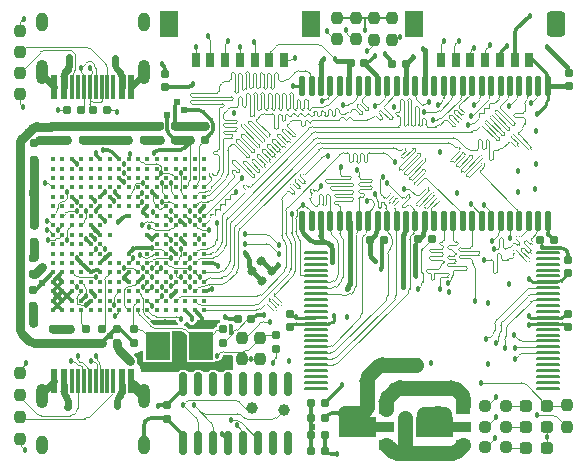
<source format=gtl>
G04 #@! TF.GenerationSoftware,KiCad,Pcbnew,7.0.1-0*
G04 #@! TF.CreationDate,2023-04-29T19:14:42+08:00*
G04 #@! TF.ProjectId,slimarm_classic_2410,736c696d-6172-46d5-9f63-6c6173736963,rev?*
G04 #@! TF.SameCoordinates,Original*
G04 #@! TF.FileFunction,Copper,L1,Top*
G04 #@! TF.FilePolarity,Positive*
%FSLAX46Y46*%
G04 Gerber Fmt 4.6, Leading zero omitted, Abs format (unit mm)*
G04 Created by KiCad (PCBNEW 7.0.1-0) date 2023-04-29 19:14:42*
%MOMM*%
%LPD*%
G01*
G04 APERTURE LIST*
G04 Aperture macros list*
%AMRoundRect*
0 Rectangle with rounded corners*
0 $1 Rounding radius*
0 $2 $3 $4 $5 $6 $7 $8 $9 X,Y pos of 4 corners*
0 Add a 4 corners polygon primitive as box body*
4,1,4,$2,$3,$4,$5,$6,$7,$8,$9,$2,$3,0*
0 Add four circle primitives for the rounded corners*
1,1,$1+$1,$2,$3*
1,1,$1+$1,$4,$5*
1,1,$1+$1,$6,$7*
1,1,$1+$1,$8,$9*
0 Add four rect primitives between the rounded corners*
20,1,$1+$1,$2,$3,$4,$5,0*
20,1,$1+$1,$4,$5,$6,$7,0*
20,1,$1+$1,$6,$7,$8,$9,0*
20,1,$1+$1,$8,$9,$2,$3,0*%
%AMFreePoly0*
4,1,9,3.862500,-0.866500,0.737500,-0.866500,0.737500,-0.450000,-0.737500,-0.450000,-0.737500,0.450000,0.737500,0.450000,0.737500,0.866500,3.862500,0.866500,3.862500,-0.866500,3.862500,-0.866500,$1*%
G04 Aperture macros list end*
G04 #@! TA.AperFunction,SMDPad,CuDef*
%ADD10RoundRect,0.150000X0.150000X-0.825000X0.150000X0.825000X-0.150000X0.825000X-0.150000X-0.825000X0*%
G04 #@! TD*
G04 #@! TA.AperFunction,SMDPad,CuDef*
%ADD11RoundRect,0.155000X-0.212500X-0.155000X0.212500X-0.155000X0.212500X0.155000X-0.212500X0.155000X0*%
G04 #@! TD*
G04 #@! TA.AperFunction,SMDPad,CuDef*
%ADD12RoundRect,0.237500X-0.237500X0.250000X-0.237500X-0.250000X0.237500X-0.250000X0.237500X0.250000X0*%
G04 #@! TD*
G04 #@! TA.AperFunction,SMDPad,CuDef*
%ADD13RoundRect,0.155000X-0.155000X0.212500X-0.155000X-0.212500X0.155000X-0.212500X0.155000X0.212500X0*%
G04 #@! TD*
G04 #@! TA.AperFunction,SMDPad,CuDef*
%ADD14C,0.410000*%
G04 #@! TD*
G04 #@! TA.AperFunction,SMDPad,CuDef*
%ADD15C,1.000000*%
G04 #@! TD*
G04 #@! TA.AperFunction,SMDPad,CuDef*
%ADD16R,0.600000X2.000000*%
G04 #@! TD*
G04 #@! TA.AperFunction,SMDPad,CuDef*
%ADD17R,0.300000X2.000000*%
G04 #@! TD*
G04 #@! TA.AperFunction,SMDPad,CuDef*
%ADD18R,0.600000X1.450000*%
G04 #@! TD*
G04 #@! TA.AperFunction,ComponentPad*
%ADD19O,1.000000X2.100000*%
G04 #@! TD*
G04 #@! TA.AperFunction,ComponentPad*
%ADD20O,1.000000X1.600000*%
G04 #@! TD*
G04 #@! TA.AperFunction,SMDPad,CuDef*
%ADD21RoundRect,0.237500X0.287500X0.237500X-0.287500X0.237500X-0.287500X-0.237500X0.287500X-0.237500X0*%
G04 #@! TD*
G04 #@! TA.AperFunction,SMDPad,CuDef*
%ADD22RoundRect,0.155000X0.155000X-0.212500X0.155000X0.212500X-0.155000X0.212500X-0.155000X-0.212500X0*%
G04 #@! TD*
G04 #@! TA.AperFunction,SMDPad,CuDef*
%ADD23RoundRect,0.155000X0.212500X0.155000X-0.212500X0.155000X-0.212500X-0.155000X0.212500X-0.155000X0*%
G04 #@! TD*
G04 #@! TA.AperFunction,SMDPad,CuDef*
%ADD24R,0.711200X1.270000*%
G04 #@! TD*
G04 #@! TA.AperFunction,SMDPad,CuDef*
%ADD25RoundRect,0.400050X0.400050X0.704850X-0.400050X0.704850X-0.400050X-0.704850X0.400050X-0.704850X0*%
G04 #@! TD*
G04 #@! TA.AperFunction,SMDPad,CuDef*
%ADD26R,1.600200X2.209800*%
G04 #@! TD*
G04 #@! TA.AperFunction,SMDPad,CuDef*
%ADD27R,1.300000X0.900000*%
G04 #@! TD*
G04 #@! TA.AperFunction,SMDPad,CuDef*
%ADD28FreePoly0,180.000000*%
G04 #@! TD*
G04 #@! TA.AperFunction,SMDPad,CuDef*
%ADD29RoundRect,0.237500X0.237500X-0.250000X0.237500X0.250000X-0.237500X0.250000X-0.237500X-0.250000X0*%
G04 #@! TD*
G04 #@! TA.AperFunction,SMDPad,CuDef*
%ADD30RoundRect,0.155000X-0.040659X-0.259862X0.259862X0.040659X0.040659X0.259862X-0.259862X-0.040659X0*%
G04 #@! TD*
G04 #@! TA.AperFunction,SMDPad,CuDef*
%ADD31RoundRect,0.160000X-0.197500X-0.160000X0.197500X-0.160000X0.197500X0.160000X-0.197500X0.160000X0*%
G04 #@! TD*
G04 #@! TA.AperFunction,SMDPad,CuDef*
%ADD32RoundRect,0.127000X0.127000X-0.719900X0.127000X0.719900X-0.127000X0.719900X-0.127000X-0.719900X0*%
G04 #@! TD*
G04 #@! TA.AperFunction,SMDPad,CuDef*
%ADD33RoundRect,0.063500X0.952500X0.063500X-0.952500X0.063500X-0.952500X-0.063500X0.952500X-0.063500X0*%
G04 #@! TD*
G04 #@! TA.AperFunction,SMDPad,CuDef*
%ADD34RoundRect,0.160000X0.197500X0.160000X-0.197500X0.160000X-0.197500X-0.160000X0.197500X-0.160000X0*%
G04 #@! TD*
G04 #@! TA.AperFunction,SMDPad,CuDef*
%ADD35R,2.000000X2.400000*%
G04 #@! TD*
G04 #@! TA.AperFunction,SMDPad,CuDef*
%ADD36RoundRect,0.237500X-0.250000X-0.237500X0.250000X-0.237500X0.250000X0.237500X-0.250000X0.237500X0*%
G04 #@! TD*
G04 #@! TA.AperFunction,ViaPad*
%ADD37C,0.457200*%
G04 #@! TD*
G04 #@! TA.AperFunction,ViaPad*
%ADD38C,0.609600*%
G04 #@! TD*
G04 #@! TA.AperFunction,Conductor*
%ADD39C,0.101600*%
G04 #@! TD*
G04 #@! TA.AperFunction,Conductor*
%ADD40C,0.762000*%
G04 #@! TD*
G04 #@! TA.AperFunction,Conductor*
%ADD41C,0.304800*%
G04 #@! TD*
G04 #@! TA.AperFunction,Conductor*
%ADD42C,0.254000*%
G04 #@! TD*
G04 #@! TA.AperFunction,Conductor*
%ADD43C,0.457200*%
G04 #@! TD*
G04 #@! TA.AperFunction,Conductor*
%ADD44C,0.111760*%
G04 #@! TD*
G04 #@! TA.AperFunction,Conductor*
%ADD45C,1.270000*%
G04 #@! TD*
G04 #@! TA.AperFunction,Conductor*
%ADD46C,0.609600*%
G04 #@! TD*
G04 #@! TA.AperFunction,Conductor*
%ADD47C,0.889000*%
G04 #@! TD*
G04 #@! TA.AperFunction,Conductor*
%ADD48C,0.381000*%
G04 #@! TD*
G04 #@! TA.AperFunction,Conductor*
%ADD49C,0.152400*%
G04 #@! TD*
G04 APERTURE END LIST*
D10*
G04 #@! TO.P,U1,1,GND*
G04 #@! TO.N,GND*
X36875000Y-45115000D03*
G04 #@! TO.P,U1,2,TXD*
G04 #@! TO.N,/UART_RX*
X38145000Y-45115000D03*
G04 #@! TO.P,U1,3,RXD*
G04 #@! TO.N,/UART_TX*
X39415000Y-45115000D03*
G04 #@! TO.P,U1,4,V3*
G04 #@! TO.N,+3V3*
X40685000Y-45115000D03*
G04 #@! TO.P,U1,5,UD+*
G04 #@! TO.N,/CH_DP*
X41955000Y-45115000D03*
G04 #@! TO.P,U1,6,UD-*
G04 #@! TO.N,/CH_DN*
X43225000Y-45115000D03*
G04 #@! TO.P,U1,7,XI*
G04 #@! TO.N,unconnected-(U1-XI-Pad7)*
X44495000Y-45115000D03*
G04 #@! TO.P,U1,8,XO*
G04 #@! TO.N,unconnected-(U1-XO-Pad8)*
X45765000Y-45115000D03*
G04 #@! TO.P,U1,9,~{CTS}*
G04 #@! TO.N,unconnected-(U1-~{CTS}-Pad9)*
X45765000Y-40165000D03*
G04 #@! TO.P,U1,10,~{DSR}*
G04 #@! TO.N,unconnected-(U1-~{DSR}-Pad10)*
X44495000Y-40165000D03*
G04 #@! TO.P,U1,11,~{RI}*
G04 #@! TO.N,unconnected-(U1-~{RI}-Pad11)*
X43225000Y-40165000D03*
G04 #@! TO.P,U1,12,~{DCD}*
G04 #@! TO.N,unconnected-(U1-~{DCD}-Pad12)*
X41955000Y-40165000D03*
G04 #@! TO.P,U1,13,~{DTR}*
G04 #@! TO.N,unconnected-(U1-~{DTR}-Pad13)*
X40685000Y-40165000D03*
G04 #@! TO.P,U1,14,~{RTS}*
G04 #@! TO.N,unconnected-(U1-~{RTS}-Pad14)*
X39415000Y-40165000D03*
G04 #@! TO.P,U1,15,R232*
G04 #@! TO.N,unconnected-(U1-R232-Pad15)*
X38145000Y-40165000D03*
G04 #@! TO.P,U1,16,VCC*
G04 #@! TO.N,+3V3*
X36875000Y-40165000D03*
G04 #@! TD*
D11*
G04 #@! TO.P,C48,1*
G04 #@! TO.N,GND*
X47722500Y-44460000D03*
G04 #@! TO.P,C48,2*
G04 #@! TO.N,+5V*
X48857500Y-44460000D03*
G04 #@! TD*
D12*
G04 #@! TO.P,R7,1*
G04 #@! TO.N,GND*
X23020000Y-39227500D03*
G04 #@! TO.P,R7,2*
G04 #@! TO.N,Net-(J4-CC1)*
X23020000Y-41052500D03*
G04 #@! TD*
D13*
G04 #@! TO.P,C21,1*
G04 #@! TO.N,GND*
X25710000Y-18342500D03*
G04 #@! TO.P,C21,2*
G04 #@! TO.N,+3V3*
X25710000Y-19477500D03*
G04 #@! TD*
G04 #@! TO.P,C40,1*
G04 #@! TO.N,GND*
X30950000Y-18322500D03*
G04 #@! TO.P,C40,2*
G04 #@! TO.N,+1V8*
X30950000Y-19457500D03*
G04 #@! TD*
D11*
G04 #@! TO.P,C14,1*
G04 #@! TO.N,GND*
X23072500Y-19720000D03*
G04 #@! TO.P,C14,2*
G04 #@! TO.N,+3V3*
X24207500Y-19720000D03*
G04 #@! TD*
D13*
G04 #@! TO.P,C35,1*
G04 #@! TO.N,GND*
X31310000Y-35500000D03*
G04 #@! TO.P,C35,2*
G04 #@! TO.N,+1V8*
X31310000Y-36635000D03*
G04 #@! TD*
D11*
G04 #@! TO.P,C43,1*
G04 #@! TO.N,GND*
X23085000Y-25340000D03*
G04 #@! TO.P,C43,2*
G04 #@! TO.N,+1V8*
X24220000Y-25340000D03*
G04 #@! TD*
D14*
G04 #@! TO.P,IC1,A1,DATA19*
G04 #@! TO.N,unconnected-(IC1-DATA19-PadA1)*
X38650000Y-21100000D03*
G04 #@! TO.P,IC1,A2,DATA18*
G04 #@! TO.N,unconnected-(IC1-DATA18-PadA2)*
X38650000Y-21900000D03*
G04 #@! TO.P,IC1,A3,DATA16*
G04 #@! TO.N,unconnected-(IC1-DATA16-PadA3)*
X38650000Y-22700000D03*
G04 #@! TO.P,IC1,A4,DATA15*
G04 #@! TO.N,/BUS_DAT15*
X38650000Y-23500000D03*
G04 #@! TO.P,IC1,A5,DATA11*
G04 #@! TO.N,/BUS_DAT11*
X38650000Y-24300000D03*
G04 #@! TO.P,IC1,A6,VDDMOP_1*
G04 #@! TO.N,+3V3*
X38650000Y-25100000D03*
G04 #@! TO.P,IC1,A7,DATA6*
G04 #@! TO.N,/BUS_DAT6*
X38650000Y-25900000D03*
G04 #@! TO.P,IC1,A8,DATA1*
G04 #@! TO.N,/BUS_DAT1*
X38650000Y-26700000D03*
G04 #@! TO.P,IC1,A9,ADDR21/GPA6*
G04 #@! TO.N,unconnected-(IC1-ADDR21{slash}GPA6-PadA9)*
X38650000Y-27500000D03*
G04 #@! TO.P,IC1,A10,ADDR16/GPA1*
G04 #@! TO.N,unconnected-(IC1-ADDR16{slash}GPA1-PadA10)*
X38650000Y-28300000D03*
G04 #@! TO.P,IC1,A11,ADDR13*
G04 #@! TO.N,/BUS_ADR13*
X38650000Y-29100000D03*
G04 #@! TO.P,IC1,A12,VSSMOP_1*
G04 #@! TO.N,GND*
X38650000Y-29900000D03*
G04 #@! TO.P,IC1,A13,ADDR6*
G04 #@! TO.N,/BUS_ADR6*
X38650000Y-30700000D03*
G04 #@! TO.P,IC1,A14,ADDR2*
G04 #@! TO.N,/BUS_ADR2*
X38650000Y-31500000D03*
G04 #@! TO.P,IC1,A15,VDDMOP_2*
G04 #@! TO.N,+3V3*
X38650000Y-32300000D03*
G04 #@! TO.P,IC1,A16,NBE3:NWBE3:DQM3*
G04 #@! TO.N,unconnected-(IC1-NBE3:NWBE3:DQM3-PadA16)*
X38650000Y-33100000D03*
G04 #@! TO.P,IC1,A17,NBE0:NWBE0:DQM0*
G04 #@! TO.N,/DRAM_DQML*
X38650000Y-33900000D03*
G04 #@! TO.P,IC1,B1,DATA22*
G04 #@! TO.N,unconnected-(IC1-DATA22-PadB1)*
X37850000Y-21100000D03*
G04 #@! TO.P,IC1,B2,DATA20*
G04 #@! TO.N,unconnected-(IC1-DATA20-PadB2)*
X37850000Y-21900000D03*
G04 #@! TO.P,IC1,B3,DATA17*
G04 #@! TO.N,unconnected-(IC1-DATA17-PadB3)*
X37850000Y-22700000D03*
G04 #@! TO.P,IC1,B4,VDDMOP_3*
G04 #@! TO.N,+3V3*
X37850000Y-23500000D03*
G04 #@! TO.P,IC1,B5,DATA13*
G04 #@! TO.N,/BUS_DAT13*
X37850000Y-24300000D03*
G04 #@! TO.P,IC1,B6,DATA9*
G04 #@! TO.N,/BUS_DAT9*
X37850000Y-25100000D03*
G04 #@! TO.P,IC1,B7,DATA5*
G04 #@! TO.N,/BUS_DAT5*
X37850000Y-25900000D03*
G04 #@! TO.P,IC1,B8,DATA0*
G04 #@! TO.N,/BUS_DAT0*
X37850000Y-26700000D03*
G04 #@! TO.P,IC1,B9,ADDR24/GPA9*
G04 #@! TO.N,/BUS_ADR24*
X37850000Y-27500000D03*
G04 #@! TO.P,IC1,B10,ADDR17/GPA2*
G04 #@! TO.N,unconnected-(IC1-ADDR17{slash}GPA2-PadB10)*
X37850000Y-28300000D03*
G04 #@! TO.P,IC1,B11,ADDR12*
G04 #@! TO.N,/BUS_ADR12*
X37850000Y-29100000D03*
G04 #@! TO.P,IC1,B12,ADDR8*
G04 #@! TO.N,/BUS_ADR8*
X37850000Y-29900000D03*
G04 #@! TO.P,IC1,B13,ADDR4*
G04 #@! TO.N,/BUS_ADR4*
X37850000Y-30700000D03*
G04 #@! TO.P,IC1,B14,ADDR0/GPA0*
G04 #@! TO.N,unconnected-(IC1-ADDR0{slash}GPA0-PadB14)*
X37850000Y-31500000D03*
G04 #@! TO.P,IC1,B15,NSRAS*
G04 #@! TO.N,/DRAM_NSRAS*
X37850000Y-32300000D03*
G04 #@! TO.P,IC1,B16,NBE1:NWBE1:DQM1*
G04 #@! TO.N,/DRAM_DQMU*
X37850000Y-33100000D03*
G04 #@! TO.P,IC1,B17,VSSI_1*
G04 #@! TO.N,GND*
X37850000Y-33900000D03*
G04 #@! TO.P,IC1,C1,DATA24*
G04 #@! TO.N,unconnected-(IC1-DATA24-PadC1)*
X37050000Y-21100000D03*
G04 #@! TO.P,IC1,C2,DATA23*
G04 #@! TO.N,unconnected-(IC1-DATA23-PadC2)*
X37050000Y-21900000D03*
G04 #@! TO.P,IC1,C3,DATA21*
G04 #@! TO.N,unconnected-(IC1-DATA21-PadC3)*
X37050000Y-22700000D03*
G04 #@! TO.P,IC1,C4,VDDI_1*
G04 #@! TO.N,+1V8*
X37050000Y-23500000D03*
G04 #@! TO.P,IC1,C5,DATA12*
G04 #@! TO.N,/BUS_DAT12*
X37050000Y-24300000D03*
G04 #@! TO.P,IC1,C6,DATA7*
G04 #@! TO.N,/BUS_DAT7*
X37050000Y-25100000D03*
G04 #@! TO.P,IC1,C7,DATA4*
G04 #@! TO.N,/BUS_DAT4*
X37050000Y-25900000D03*
G04 #@! TO.P,IC1,C8,VDDI_2*
G04 #@! TO.N,+1V8*
X37050000Y-26700000D03*
G04 #@! TO.P,IC1,C9,ADDR25/GPA10*
G04 #@! TO.N,unconnected-(IC1-ADDR25{slash}GPA10-PadC9)*
X37050000Y-27500000D03*
G04 #@! TO.P,IC1,C10,VSSMOP_2*
G04 #@! TO.N,GND*
X37050000Y-28300000D03*
G04 #@! TO.P,IC1,C11,ADDR14*
G04 #@! TO.N,unconnected-(IC1-ADDR14-PadC11)*
X37050000Y-29100000D03*
G04 #@! TO.P,IC1,C12,ADDR7*
G04 #@! TO.N,/BUS_ADR7*
X37050000Y-29900000D03*
G04 #@! TO.P,IC1,C13,ADDR3*
G04 #@! TO.N,/BUS_ADR3*
X37050000Y-30700000D03*
G04 #@! TO.P,IC1,C14,NSCAS*
G04 #@! TO.N,/DRAM_NSCAS*
X37050000Y-31500000D03*
G04 #@! TO.P,IC1,C15,NBE2:NWBE2:DQM2*
G04 #@! TO.N,unconnected-(IC1-NBE2:NWBE2:DQM2-PadC15)*
X37050000Y-32300000D03*
G04 #@! TO.P,IC1,C16,NOE*
G04 #@! TO.N,unconnected-(IC1-NOE-PadC16)*
X37050000Y-33100000D03*
G04 #@! TO.P,IC1,C17,VDDI_3*
G04 #@! TO.N,+1V8*
X37050000Y-33900000D03*
G04 #@! TO.P,IC1,D1,DATA27*
G04 #@! TO.N,unconnected-(IC1-DATA27-PadD1)*
X36250000Y-21100000D03*
G04 #@! TO.P,IC1,D2,DATA25*
G04 #@! TO.N,unconnected-(IC1-DATA25-PadD2)*
X36250000Y-21900000D03*
G04 #@! TO.P,IC1,D3,VSSMOP_3*
G04 #@! TO.N,GND*
X36250000Y-22700000D03*
G04 #@! TO.P,IC1,D4,DATA26*
G04 #@! TO.N,unconnected-(IC1-DATA26-PadD4)*
X36250000Y-23500000D03*
G04 #@! TO.P,IC1,D5,DATA14*
G04 #@! TO.N,/BUS_DAT14*
X36250000Y-24300000D03*
G04 #@! TO.P,IC1,D6,DATA10*
G04 #@! TO.N,/BUS_DAT10*
X36250000Y-25100000D03*
G04 #@! TO.P,IC1,D7,DATA2*
G04 #@! TO.N,/BUS_DAT2*
X36250000Y-25900000D03*
G04 #@! TO.P,IC1,D8,VDDMOP_4*
G04 #@! TO.N,+3V3*
X36250000Y-26700000D03*
G04 #@! TO.P,IC1,D9,ADDR22/GPA7*
G04 #@! TO.N,unconnected-(IC1-ADDR22{slash}GPA7-PadD9)*
X36250000Y-27500000D03*
G04 #@! TO.P,IC1,D10,ADDR19/GPA4*
G04 #@! TO.N,unconnected-(IC1-ADDR19{slash}GPA4-PadD10)*
X36250000Y-28300000D03*
G04 #@! TO.P,IC1,D11,VDDI_4*
G04 #@! TO.N,+1V8*
X36250000Y-29100000D03*
G04 #@! TO.P,IC1,D12,ADDR10*
G04 #@! TO.N,/BUS_ADR10*
X36250000Y-29900000D03*
G04 #@! TO.P,IC1,D13,ADDR5*
G04 #@! TO.N,/BUS_ADR5*
X36250000Y-30700000D03*
G04 #@! TO.P,IC1,D14,ADDR1*
G04 #@! TO.N,/BUS_ADR1*
X36250000Y-31500000D03*
G04 #@! TO.P,IC1,D15,VSSMOP_4*
G04 #@! TO.N,GND*
X36250000Y-32300000D03*
G04 #@! TO.P,IC1,D16,SCKE*
G04 #@! TO.N,/DRAM_SCKE*
X36250000Y-33100000D03*
G04 #@! TO.P,IC1,D17,NGCS0*
G04 #@! TO.N,unconnected-(IC1-NGCS0-PadD17)*
X36250000Y-33900000D03*
G04 #@! TO.P,IC1,E1,DATA31*
G04 #@! TO.N,unconnected-(IC1-DATA31-PadE1)*
X35450000Y-21100000D03*
G04 #@! TO.P,IC1,E2,DATA29*
G04 #@! TO.N,unconnected-(IC1-DATA29-PadE2)*
X35450000Y-21900000D03*
G04 #@! TO.P,IC1,E3,DATA28*
G04 #@! TO.N,unconnected-(IC1-DATA28-PadE3)*
X35450000Y-22700000D03*
G04 #@! TO.P,IC1,E4,DATA30*
G04 #@! TO.N,unconnected-(IC1-DATA30-PadE4)*
X35450000Y-23500000D03*
G04 #@! TO.P,IC1,E5,VDDMOP_5*
G04 #@! TO.N,+3V3*
X35450000Y-24300000D03*
G04 #@! TO.P,IC1,E6,VSSMOP_5*
G04 #@! TO.N,GND*
X35450000Y-25100000D03*
G04 #@! TO.P,IC1,E7,DATA3*
G04 #@! TO.N,/BUS_DAT3*
X35450000Y-25900000D03*
G04 #@! TO.P,IC1,E8,ADDR26/GPA11*
G04 #@! TO.N,unconnected-(IC1-ADDR26{slash}GPA11-PadE8)*
X35450000Y-26700000D03*
G04 #@! TO.P,IC1,E9,ADDR23/GPA8*
G04 #@! TO.N,/BUS_ADR23*
X35450000Y-27500000D03*
G04 #@! TO.P,IC1,E10,ADDR18/GPA3*
G04 #@! TO.N,unconnected-(IC1-ADDR18{slash}GPA3-PadE10)*
X35450000Y-28300000D03*
G04 #@! TO.P,IC1,E11,VDDMOP_6*
G04 #@! TO.N,+3V3*
X35450000Y-29100000D03*
G04 #@! TO.P,IC1,E12,ADDR11*
G04 #@! TO.N,/BUS_ADR11*
X35450000Y-29900000D03*
G04 #@! TO.P,IC1,E13,NWE*
G04 #@! TO.N,/BUS_NWE*
X35450000Y-30700000D03*
G04 #@! TO.P,IC1,E14,NGCS3/GPA14*
G04 #@! TO.N,unconnected-(IC1-NGCS3{slash}GPA14-PadE14)*
X35450000Y-31500000D03*
G04 #@! TO.P,IC1,E15,NGCS1/GPA12*
G04 #@! TO.N,unconnected-(IC1-NGCS1{slash}GPA12-PadE15)*
X35450000Y-32300000D03*
G04 #@! TO.P,IC1,E16,NGCS2/GPA13*
G04 #@! TO.N,unconnected-(IC1-NGCS2{slash}GPA13-PadE16)*
X35450000Y-33100000D03*
G04 #@! TO.P,IC1,E17,NGCS4/GPA15*
G04 #@! TO.N,unconnected-(IC1-NGCS4{slash}GPA15-PadE17)*
X35450000Y-33900000D03*
G04 #@! TO.P,IC1,F1,TOUT1/GPB1*
G04 #@! TO.N,unconnected-(IC1-TOUT1{slash}GPB1-PadF1)*
X34650000Y-21100000D03*
G04 #@! TO.P,IC1,F2,TOUT0/GPB0*
G04 #@! TO.N,unconnected-(IC1-TOUT0{slash}GPB0-PadF2)*
X34650000Y-21900000D03*
G04 #@! TO.P,IC1,F3,VSSMOP_6*
G04 #@! TO.N,GND*
X34650000Y-22700000D03*
G04 #@! TO.P,IC1,F4,TOUT2/GPB2*
G04 #@! TO.N,unconnected-(IC1-TOUT2{slash}GPB2-PadF4)*
X34650000Y-23500000D03*
G04 #@! TO.P,IC1,F5,VSSOP_1*
G04 #@! TO.N,GND*
X34650000Y-24300000D03*
G04 #@! TO.P,IC1,F6,VSSI_2*
X34650000Y-25100000D03*
G04 #@! TO.P,IC1,F7,DATA8*
G04 #@! TO.N,/BUS_DAT8*
X34650000Y-25900000D03*
G04 #@! TO.P,IC1,F8,VSSMOP_7*
G04 #@! TO.N,GND*
X34650000Y-26700000D03*
G04 #@! TO.P,IC1,F9,VSSI_3*
X34650000Y-27500000D03*
G04 #@! TO.P,IC1,F10,ADDR20/GPA5*
G04 #@! TO.N,unconnected-(IC1-ADDR20{slash}GPA5-PadF10)*
X34650000Y-28300000D03*
G04 #@! TO.P,IC1,F11,VSSI_4*
G04 #@! TO.N,GND*
X34650000Y-29100000D03*
G04 #@! TO.P,IC1,F12,VSSMOP_8*
X34650000Y-29900000D03*
G04 #@! TO.P,IC1,F13,SCLK0*
G04 #@! TO.N,/DRAM_SCLK*
X34650000Y-30700000D03*
G04 #@! TO.P,IC1,F14,SCLK1*
G04 #@! TO.N,unconnected-(IC1-SCLK1-PadF14)*
X34650000Y-31500000D03*
G04 #@! TO.P,IC1,F15,NGCS5/GPA16*
G04 #@! TO.N,unconnected-(IC1-NGCS5{slash}GPA16-PadF15)*
X34650000Y-32300000D03*
G04 #@! TO.P,IC1,F16,NGCS6:NSCS0*
G04 #@! TO.N,/DRAM_CS*
X34650000Y-33100000D03*
G04 #@! TO.P,IC1,F17,NGCS7:NSCS1*
G04 #@! TO.N,unconnected-(IC1-NGCS7:NSCS1-PadF17)*
X34650000Y-33900000D03*
G04 #@! TO.P,IC1,G1,NXBACK/GPB5*
G04 #@! TO.N,unconnected-(IC1-NXBACK{slash}GPB5-PadG1)*
X33850000Y-21100000D03*
G04 #@! TO.P,IC1,G2,NXDACK1/GPB7*
G04 #@! TO.N,unconnected-(IC1-NXDACK1{slash}GPB7-PadG2)*
X33850000Y-21900000D03*
G04 #@! TO.P,IC1,G3,TOUT3/GPB3*
G04 #@! TO.N,unconnected-(IC1-TOUT3{slash}GPB3-PadG3)*
X33850000Y-22700000D03*
G04 #@! TO.P,IC1,G4,TCLK0/GPB4*
G04 #@! TO.N,unconnected-(IC1-TCLK0{slash}GPB4-PadG4)*
X33850000Y-23500000D03*
G04 #@! TO.P,IC1,G5,NXBREQ/GPB6*
G04 #@! TO.N,unconnected-(IC1-NXBREQ{slash}GPB6-PadG5)*
X33850000Y-24300000D03*
G04 #@! TO.P,IC1,G6,VDDALIVE_1*
G04 #@! TO.N,+1V8*
X33850000Y-25100000D03*
G04 #@! TO.P,IC1,G7,VDDIARM_1*
X33850000Y-25900000D03*
G04 #@! TO.P,IC1,G9,VSSMOP_9*
G04 #@! TO.N,GND*
X33850000Y-27500000D03*
G04 #@! TO.P,IC1,G11,ADDR15*
G04 #@! TO.N,unconnected-(IC1-ADDR15-PadG11)*
X33850000Y-29100000D03*
G04 #@! TO.P,IC1,G12,ADDR9*
G04 #@! TO.N,/BUS_ADR9*
X33850000Y-29900000D03*
G04 #@! TO.P,IC1,G13,NWAIT*
G04 #@! TO.N,/BUS_NWAIT*
X33850000Y-30700000D03*
G04 #@! TO.P,IC1,G14,ALE/GPA18*
G04 #@! TO.N,/NAND_ALE*
X33850000Y-31500000D03*
G04 #@! TO.P,IC1,G15,NFWE/GPA19*
G04 #@! TO.N,/NAND_NFWE*
X33850000Y-32300000D03*
G04 #@! TO.P,IC1,G16,NFRE/GPA20*
G04 #@! TO.N,/NAND_NFRE*
X33850000Y-33100000D03*
G04 #@! TO.P,IC1,G17,NFCE/GPA22*
G04 #@! TO.N,/NAND_NFCE*
X33850000Y-33900000D03*
G04 #@! TO.P,IC1,H1,VSSIARM_1*
G04 #@! TO.N,GND*
X33050000Y-21100000D03*
G04 #@! TO.P,IC1,H2,NXDACK0/GPB9*
G04 #@! TO.N,unconnected-(IC1-NXDACK0{slash}GPB9-PadH2)*
X33050000Y-21900000D03*
G04 #@! TO.P,IC1,H3,NXDREQ0/GPB10*
G04 #@! TO.N,unconnected-(IC1-NXDREQ0{slash}GPB10-PadH3)*
X33050000Y-22700000D03*
G04 #@! TO.P,IC1,H4,NXDREQ1/GPB8*
G04 #@! TO.N,unconnected-(IC1-NXDREQ1{slash}GPB8-PadH4)*
X33050000Y-23500000D03*
G04 #@! TO.P,IC1,H5,NTRST*
G04 #@! TO.N,/JTAG_NTRST*
X33050000Y-24300000D03*
G04 #@! TO.P,IC1,H6,TCK*
G04 #@! TO.N,/JTAG_TCK*
X33050000Y-25100000D03*
G04 #@! TO.P,IC1,H12,CLE/GPA17*
G04 #@! TO.N,/NAND_CLE*
X33050000Y-29900000D03*
G04 #@! TO.P,IC1,H13,VSSOP_2*
G04 #@! TO.N,GND*
X33050000Y-30700000D03*
G04 #@! TO.P,IC1,H14,VDDMOP_7*
G04 #@! TO.N,+3V3*
X33050000Y-31500000D03*
G04 #@! TO.P,IC1,H15,VSSI_5*
G04 #@! TO.N,GND*
X33050000Y-32300000D03*
G04 #@! TO.P,IC1,H16,XTOPLL*
G04 #@! TO.N,/XTAL_OUT*
X33050000Y-33100000D03*
G04 #@! TO.P,IC1,H17,XTIPLL*
G04 #@! TO.N,/XTAL_IN*
X33050000Y-33900000D03*
G04 #@! TO.P,IC1,J1,TDI*
G04 #@! TO.N,/JTAG_TDI*
X32250000Y-21100000D03*
G04 #@! TO.P,IC1,J2,VCLK:LCD_HCLK/GPC1*
G04 #@! TO.N,unconnected-(IC1-VCLK:LCD_HCLK{slash}GPC1-PadJ2)*
X32250000Y-21900000D03*
G04 #@! TO.P,IC1,J3,TMS*
G04 #@! TO.N,/JTAG_TMS*
X32250000Y-22700000D03*
G04 #@! TO.P,IC1,J4,LEND:STH/GPC0*
G04 #@! TO.N,unconnected-(IC1-LEND:STH{slash}GPC0-PadJ4)*
X32250000Y-23500000D03*
G04 #@! TO.P,IC1,J5,TDO*
G04 #@! TO.N,/JTAG_TDO*
X32250000Y-24300000D03*
G04 #@! TO.P,IC1,J6,VLINE:HSYNC:CPV/GPC2*
G04 #@! TO.N,unconnected-(IC1-VLINE:HSYNC:CPV{slash}GPC2-PadJ6)*
X32250000Y-25100000D03*
G04 #@! TO.P,IC1,J7,VSSIARM_2*
G04 #@! TO.N,GND*
X32250000Y-25900000D03*
G04 #@! TO.P,IC1,J11,EXTCLK*
G04 #@! TO.N,+3V3*
X32250000Y-29100000D03*
G04 #@! TO.P,IC1,J12,NRESET*
G04 #@! TO.N,/NRESET*
X32250000Y-29900000D03*
G04 #@! TO.P,IC1,J13,VDDI_5*
G04 #@! TO.N,+1V8*
X32250000Y-30700000D03*
G04 #@! TO.P,IC1,J14,VDDALIVE_2*
X32250000Y-31500000D03*
G04 #@! TO.P,IC1,J15,PWREN*
G04 #@! TO.N,unconnected-(IC1-PWREN-PadJ15)*
X32250000Y-32300000D03*
G04 #@! TO.P,IC1,J16,NRSTOUT/GPA21*
G04 #@! TO.N,unconnected-(IC1-NRSTOUT{slash}GPA21-PadJ16)*
X32250000Y-33100000D03*
G04 #@! TO.P,IC1,J17,NBATT_FLT*
G04 #@! TO.N,+3V3*
X32250000Y-33900000D03*
G04 #@! TO.P,IC1,K1,VDDOP_1*
X31450000Y-21100000D03*
G04 #@! TO.P,IC1,K2,VM:VDEN:TP/GPC4*
G04 #@! TO.N,unconnected-(IC1-VM:VDEN:TP{slash}GPC4-PadK2)*
X31450000Y-21900000D03*
G04 #@! TO.P,IC1,K3,VDDIARM_2*
G04 #@! TO.N,+1V8*
X31450000Y-22700000D03*
G04 #@! TO.P,IC1,K4,VFRAME:VSYNC:STV/GPC3*
G04 #@! TO.N,unconnected-(IC1-VFRAME:VSYNC:STV{slash}GPC3-PadK4)*
X31450000Y-23500000D03*
G04 #@! TO.P,IC1,K5,VSSOP_3*
G04 #@! TO.N,GND*
X31450000Y-24300000D03*
G04 #@! TO.P,IC1,K6,LCDVF0/GPC5*
G04 #@! TO.N,unconnected-(IC1-LCDVF0{slash}GPC5-PadK6)*
X31450000Y-25100000D03*
G04 #@! TO.P,IC1,K12,RXD2/NCTS1/GPH7*
G04 #@! TO.N,unconnected-(IC1-RXD2{slash}NCTS1{slash}GPH7-PadK12)*
X31450000Y-29900000D03*
G04 #@! TO.P,IC1,K13,TXD2/NRTS1/GPH6*
G04 #@! TO.N,unconnected-(IC1-TXD2{slash}NRTS1{slash}GPH6-PadK13)*
X31450000Y-30700000D03*
G04 #@! TO.P,IC1,K14,RXD1/GPH5*
G04 #@! TO.N,unconnected-(IC1-RXD1{slash}GPH5-PadK14)*
X31450000Y-31500000D03*
G04 #@! TO.P,IC1,K15,TXD0/GPH2*
G04 #@! TO.N,/UART_TX*
X31450000Y-32300000D03*
G04 #@! TO.P,IC1,K16,TXD1/GPH4*
G04 #@! TO.N,unconnected-(IC1-TXD1{slash}GPH4-PadK16)*
X31450000Y-33100000D03*
G04 #@! TO.P,IC1,K17,RXD0/GPH3*
G04 #@! TO.N,/UART_RX*
X31450000Y-33900000D03*
G04 #@! TO.P,IC1,L1,VD0/GPC8*
G04 #@! TO.N,unconnected-(IC1-VD0{slash}GPC8-PadL1)*
X30650000Y-21100000D03*
G04 #@! TO.P,IC1,L2,VD1/GPC9*
G04 #@! TO.N,unconnected-(IC1-VD1{slash}GPC9-PadL2)*
X30650000Y-21900000D03*
G04 #@! TO.P,IC1,L3,LCDVF2/GPC7*
G04 #@! TO.N,unconnected-(IC1-LCDVF2{slash}GPC7-PadL3)*
X30650000Y-22700000D03*
G04 #@! TO.P,IC1,L4,VD2/GPC10*
G04 #@! TO.N,unconnected-(IC1-VD2{slash}GPC10-PadL4)*
X30650000Y-23500000D03*
G04 #@! TO.P,IC1,L5,VDDIARM_3*
G04 #@! TO.N,+1V8*
X30650000Y-24300000D03*
G04 #@! TO.P,IC1,L6,LCDVF1/GPC6*
G04 #@! TO.N,unconnected-(IC1-LCDVF1{slash}GPC6-PadL6)*
X30650000Y-25100000D03*
G04 #@! TO.P,IC1,L7,IICSCL/GPE14*
G04 #@! TO.N,unconnected-(IC1-IICSCL{slash}GPE14-PadL7)*
X30650000Y-25900000D03*
G04 #@! TO.P,IC1,L9,EINT11/NSS1/GPG3*
G04 #@! TO.N,unconnected-(IC1-EINT11{slash}NSS1{slash}GPG3-PadL9)*
X30650000Y-27500000D03*
G04 #@! TO.P,IC1,L11,VDDI_UPLL*
G04 #@! TO.N,+1V8*
X30650000Y-29100000D03*
G04 #@! TO.P,IC1,L12,NRTS0/GPH1*
G04 #@! TO.N,unconnected-(IC1-NRTS0{slash}GPH1-PadL12)*
X30650000Y-29900000D03*
G04 #@! TO.P,IC1,L13,UPLLCAP*
G04 #@! TO.N,Net-(IC1-UPLLCAP)*
X30650000Y-30700000D03*
G04 #@! TO.P,IC1,L14,NCTS0/GPH0*
G04 #@! TO.N,unconnected-(IC1-NCTS0{slash}GPH0-PadL14)*
X30650000Y-31500000D03*
G04 #@! TO.P,IC1,L15,EINT6/GPF6*
G04 #@! TO.N,unconnected-(IC1-EINT6{slash}GPF6-PadL15)*
X30650000Y-32300000D03*
G04 #@! TO.P,IC1,L16,UEXTCLK/GPH8*
G04 #@! TO.N,unconnected-(IC1-UEXTCLK{slash}GPH8-PadL16)*
X30650000Y-33100000D03*
G04 #@! TO.P,IC1,L17,EINT7/GPF7*
G04 #@! TO.N,unconnected-(IC1-EINT7{slash}GPF7-PadL17)*
X30650000Y-33900000D03*
G04 #@! TO.P,IC1,M1,VSSIARM_3*
G04 #@! TO.N,GND*
X29850000Y-21100000D03*
G04 #@! TO.P,IC1,M2,VD5/GPC13*
G04 #@! TO.N,unconnected-(IC1-VD5{slash}GPC13-PadM2)*
X29850000Y-21900000D03*
G04 #@! TO.P,IC1,M3,VD3/GPC11*
G04 #@! TO.N,unconnected-(IC1-VD3{slash}GPC11-PadM3)*
X29850000Y-22700000D03*
G04 #@! TO.P,IC1,M4,VD4/GPC12*
G04 #@! TO.N,unconnected-(IC1-VD4{slash}GPC12-PadM4)*
X29850000Y-23500000D03*
G04 #@! TO.P,IC1,M5,VSSIARM_4*
G04 #@! TO.N,GND*
X29850000Y-24300000D03*
G04 #@! TO.P,IC1,M6,VDDOP_2*
G04 #@! TO.N,+3V3*
X29850000Y-25100000D03*
G04 #@! TO.P,IC1,M7,VDDIARM_4*
G04 #@! TO.N,+1V8*
X29850000Y-25900000D03*
G04 #@! TO.P,IC1,M8,IICSDA/GPE15*
G04 #@! TO.N,unconnected-(IC1-IICSDA{slash}GPE15-PadM8)*
X29850000Y-26700000D03*
G04 #@! TO.P,IC1,M9,VSSIARM_5*
G04 #@! TO.N,GND*
X29850000Y-27500000D03*
G04 #@! TO.P,IC1,M10,DP1/PDP0*
G04 #@! TO.N,/USB_DP*
X29850000Y-28300000D03*
G04 #@! TO.P,IC1,M11,EINT23/NYPON/GPG15*
G04 #@! TO.N,unconnected-(IC1-EINT23{slash}NYPON{slash}GPG15-PadM11)*
X29850000Y-29100000D03*
G04 #@! TO.P,IC1,M12,RTCVDD*
G04 #@! TO.N,+1V8*
X29850000Y-29900000D03*
G04 #@! TO.P,IC1,M13,VSSI_MPLL*
G04 #@! TO.N,GND*
X29850000Y-30700000D03*
G04 #@! TO.P,IC1,M14,EINT5/GPF5*
G04 #@! TO.N,unconnected-(IC1-EINT5{slash}GPF5-PadM14)*
X29850000Y-31500000D03*
G04 #@! TO.P,IC1,M15,EINT4/GPF4*
G04 #@! TO.N,unconnected-(IC1-EINT4{slash}GPF4-PadM15)*
X29850000Y-32300000D03*
G04 #@! TO.P,IC1,M16,EINT2/GPF2*
G04 #@! TO.N,unconnected-(IC1-EINT2{slash}GPF2-PadM16)*
X29850000Y-33100000D03*
G04 #@! TO.P,IC1,M17,EINT3/GPF3*
G04 #@! TO.N,unconnected-(IC1-EINT3{slash}GPF3-PadM17)*
X29850000Y-33900000D03*
G04 #@! TO.P,IC1,N1,VD6/GPC14*
G04 #@! TO.N,unconnected-(IC1-VD6{slash}GPC14-PadN1)*
X29050000Y-21100000D03*
G04 #@! TO.P,IC1,N2,VD8/GPD0*
G04 #@! TO.N,unconnected-(IC1-VD8{slash}GPD0-PadN2)*
X29050000Y-21900000D03*
G04 #@! TO.P,IC1,N3,VD7/GPC15*
G04 #@! TO.N,unconnected-(IC1-VD7{slash}GPC15-PadN3)*
X29050000Y-22700000D03*
G04 #@! TO.P,IC1,N4,VD9/GPD1*
G04 #@! TO.N,unconnected-(IC1-VD9{slash}GPD1-PadN4)*
X29050000Y-23500000D03*
G04 #@! TO.P,IC1,N5,VDDIARM_5*
G04 #@! TO.N,+1V8*
X29050000Y-24300000D03*
G04 #@! TO.P,IC1,N6,CDCLK/GPE2*
G04 #@! TO.N,unconnected-(IC1-CDCLK{slash}GPE2-PadN6)*
X29050000Y-25100000D03*
G04 #@! TO.P,IC1,N7,SDDAT1/GPE8*
G04 #@! TO.N,unconnected-(IC1-SDDAT1{slash}GPE8-PadN7)*
X29050000Y-25900000D03*
G04 #@! TO.P,IC1,N8,VSSIARM_6*
G04 #@! TO.N,GND*
X29050000Y-26700000D03*
G04 #@! TO.P,IC1,N9,VDDOP_3*
G04 #@! TO.N,+3V3*
X29050000Y-27500000D03*
G04 #@! TO.P,IC1,N10,VDDIARM_6*
G04 #@! TO.N,+1V8*
X29050000Y-28300000D03*
G04 #@! TO.P,IC1,N11,DN1/PDN0*
G04 #@! TO.N,/USB_DN*
X29050000Y-29100000D03*
G04 #@! TO.P,IC1,N12,VREF*
G04 #@! TO.N,unconnected-(IC1-VREF-PadN12)*
X29050000Y-29900000D03*
G04 #@! TO.P,IC1,N13,AIN7*
G04 #@! TO.N,GND*
X29050000Y-30700000D03*
G04 #@! TO.P,IC1,N14,EINT0/GPF0*
G04 #@! TO.N,unconnected-(IC1-EINT0{slash}GPF0-PadN14)*
X29050000Y-31500000D03*
G04 #@! TO.P,IC1,N15,VSSI_UPLL*
G04 #@! TO.N,GND*
X29050000Y-32300000D03*
G04 #@! TO.P,IC1,N16,VDDOP_4*
G04 #@! TO.N,+3V3*
X29050000Y-33100000D03*
G04 #@! TO.P,IC1,N17,EINT1/GPF1*
G04 #@! TO.N,unconnected-(IC1-EINT1{slash}GPF1-PadN17)*
X29050000Y-33900000D03*
G04 #@! TO.P,IC1,P1,VD10/GPD2*
G04 #@! TO.N,unconnected-(IC1-VD10{slash}GPD2-PadP1)*
X28250000Y-21100000D03*
G04 #@! TO.P,IC1,P2,VD12/GPD4*
G04 #@! TO.N,unconnected-(IC1-VD12{slash}GPD4-PadP2)*
X28250000Y-21900000D03*
G04 #@! TO.P,IC1,P3,VD11/GPD3*
G04 #@! TO.N,unconnected-(IC1-VD11{slash}GPD3-PadP3)*
X28250000Y-22700000D03*
G04 #@! TO.P,IC1,P4,VD23/NSS0/GPD15*
G04 #@! TO.N,unconnected-(IC1-VD23{slash}NSS0{slash}GPD15-PadP4)*
X28250000Y-23500000D03*
G04 #@! TO.P,IC1,P5,I2SSCLK/GPE1*
G04 #@! TO.N,unconnected-(IC1-I2SSCLK{slash}GPE1-PadP5)*
X28250000Y-24300000D03*
G04 #@! TO.P,IC1,P6,SDCMD/GPE6*
G04 #@! TO.N,unconnected-(IC1-SDCMD{slash}GPE6-PadP6)*
X28250000Y-25100000D03*
G04 #@! TO.P,IC1,P7,SDDAT2/GPE9*
G04 #@! TO.N,unconnected-(IC1-SDDAT2{slash}GPE9-PadP7)*
X28250000Y-25900000D03*
G04 #@! TO.P,IC1,P8,SPICLK0/GPE13*
G04 #@! TO.N,/SPI0_CLK*
X28250000Y-26700000D03*
G04 #@! TO.P,IC1,P9,EINT12/LCD_PWREN/GPG4*
G04 #@! TO.N,unconnected-(IC1-EINT12{slash}LCD_PWREN{slash}GPG4-PadP9)*
X28250000Y-27500000D03*
G04 #@! TO.P,IC1,P10,EINT18/GPG10*
G04 #@! TO.N,unconnected-(IC1-EINT18{slash}GPG10-PadP10)*
X28250000Y-28300000D03*
G04 #@! TO.P,IC1,P11,EINT20/XMON/GPG12*
G04 #@! TO.N,unconnected-(IC1-EINT20{slash}XMON{slash}GPG12-PadP11)*
X28250000Y-29100000D03*
G04 #@! TO.P,IC1,P12,VSSOP_4*
G04 #@! TO.N,GND*
X28250000Y-29900000D03*
G04 #@! TO.P,IC1,P13,DP0*
G04 #@! TO.N,unconnected-(IC1-DP0-PadP13)*
X28250000Y-30700000D03*
G04 #@! TO.P,IC1,P14,VDDI_MPLL*
G04 #@! TO.N,+1V8*
X28250000Y-31500000D03*
G04 #@! TO.P,IC1,P15,VDDA_ADC*
G04 #@! TO.N,+3V3*
X28250000Y-32300000D03*
G04 #@! TO.P,IC1,P16,XTIRTC*
G04 #@! TO.N,+1V8*
X28250000Y-33100000D03*
G04 #@! TO.P,IC1,P17,MPLLCAP*
G04 #@! TO.N,Net-(IC1-MPLLCAP)*
X28250000Y-33900000D03*
G04 #@! TO.P,IC1,R1,VDDIARM_7*
G04 #@! TO.N,+1V8*
X27450000Y-21100000D03*
G04 #@! TO.P,IC1,R2,VD14/GPD6*
G04 #@! TO.N,unconnected-(IC1-VD14{slash}GPD6-PadR2)*
X27450000Y-21900000D03*
G04 #@! TO.P,IC1,R3,VD17/GPD9*
G04 #@! TO.N,unconnected-(IC1-VD17{slash}GPD9-PadR3)*
X27450000Y-22700000D03*
G04 #@! TO.P,IC1,R4,VD18/GPD10*
G04 #@! TO.N,unconnected-(IC1-VD18{slash}GPD10-PadR4)*
X27450000Y-23500000D03*
G04 #@! TO.P,IC1,R5,VSSOP_5*
G04 #@! TO.N,GND*
X27450000Y-24300000D03*
G04 #@! TO.P,IC1,R6,SDDAT0/GPE7*
G04 #@! TO.N,unconnected-(IC1-SDDAT0{slash}GPE7-PadR6)*
X27450000Y-25100000D03*
G04 #@! TO.P,IC1,R7,SDDAT3/GPE10*
G04 #@! TO.N,unconnected-(IC1-SDDAT3{slash}GPE10-PadR7)*
X27450000Y-25900000D03*
G04 #@! TO.P,IC1,R8,EINT8/GPG0*
G04 #@! TO.N,/GPIO_G0*
X27450000Y-26700000D03*
G04 #@! TO.P,IC1,R9,EINT14/SPIMOSI1/GPG6*
G04 #@! TO.N,unconnected-(IC1-EINT14{slash}SPIMOSI1{slash}GPG6-PadR9)*
X27450000Y-27500000D03*
G04 #@! TO.P,IC1,R10,EINT15/SPICLK1/GPG7*
G04 #@! TO.N,unconnected-(IC1-EINT15{slash}SPICLK1{slash}GPG7-PadR10)*
X27450000Y-28300000D03*
G04 #@! TO.P,IC1,R11,EINT19/TCLK1/GPG11*
G04 #@! TO.N,unconnected-(IC1-EINT19{slash}TCLK1{slash}GPG11-PadR11)*
X27450000Y-29100000D03*
G04 #@! TO.P,IC1,R12,CLKOUT0/GPH9*
G04 #@! TO.N,unconnected-(IC1-CLKOUT0{slash}GPH9-PadR12)*
X27450000Y-29900000D03*
G04 #@! TO.P,IC1,R13,R/NB*
G04 #@! TO.N,/NAND_RNB*
X27450000Y-30700000D03*
G04 #@! TO.P,IC1,R14,OM0*
G04 #@! TO.N,/OM0*
X27450000Y-31500000D03*
G04 #@! TO.P,IC1,R15,AIN4*
G04 #@! TO.N,GND*
X27450000Y-32300000D03*
G04 #@! TO.P,IC1,R16,AIN6*
X27450000Y-33100000D03*
G04 #@! TO.P,IC1,R17,XTORTC*
G04 #@! TO.N,unconnected-(IC1-XTORTC-PadR17)*
X27450000Y-33900000D03*
G04 #@! TO.P,IC1,T1,VD13/GPD5*
G04 #@! TO.N,unconnected-(IC1-VD13{slash}GPD5-PadT1)*
X26650000Y-21100000D03*
G04 #@! TO.P,IC1,T2,VD16/GPD8*
G04 #@! TO.N,unconnected-(IC1-VD16{slash}GPD8-PadT2)*
X26650000Y-21900000D03*
G04 #@! TO.P,IC1,T3,VD20/GPD12*
G04 #@! TO.N,unconnected-(IC1-VD20{slash}GPD12-PadT3)*
X26650000Y-22700000D03*
G04 #@! TO.P,IC1,T4,VD22/NSS1/GPD14*
G04 #@! TO.N,unconnected-(IC1-VD22{slash}NSS1{slash}GPD14-PadT4)*
X26650000Y-23500000D03*
G04 #@! TO.P,IC1,T5,I2SLRCK/GPE0*
G04 #@! TO.N,unconnected-(IC1-I2SLRCK{slash}GPE0-PadT5)*
X26650000Y-24300000D03*
G04 #@! TO.P,IC1,T6,SDCLK/GPE5*
G04 #@! TO.N,unconnected-(IC1-SDCLK{slash}GPE5-PadT6)*
X26650000Y-25100000D03*
G04 #@! TO.P,IC1,T7,SPIMISO0/GPE11*
G04 #@! TO.N,/SPI0_MISO*
X26650000Y-25900000D03*
G04 #@! TO.P,IC1,T8,EINT10/NSS0/GPG2*
G04 #@! TO.N,/GPIO_G2*
X26650000Y-26700000D03*
G04 #@! TO.P,IC1,T9,VSSOP_6*
G04 #@! TO.N,GND*
X26650000Y-27500000D03*
G04 #@! TO.P,IC1,T10,EINT17/GPG9*
G04 #@! TO.N,unconnected-(IC1-EINT17{slash}GPG9-PadT10)*
X26650000Y-28300000D03*
G04 #@! TO.P,IC1,T11,EINT22/YMON/GPG14*
G04 #@! TO.N,unconnected-(IC1-EINT22{slash}YMON{slash}GPG14-PadT11)*
X26650000Y-29100000D03*
G04 #@! TO.P,IC1,T12,DN0*
G04 #@! TO.N,unconnected-(IC1-DN0-PadT12)*
X26650000Y-29900000D03*
G04 #@! TO.P,IC1,T13,OM3*
G04 #@! TO.N,GND*
X26650000Y-30700000D03*
G04 #@! TO.P,IC1,T14,VSSA_ADC*
X26650000Y-31500000D03*
G04 #@! TO.P,IC1,T15,AIN1*
X26650000Y-32300000D03*
G04 #@! TO.P,IC1,T16,AIN3*
X26650000Y-33100000D03*
G04 #@! TO.P,IC1,T17,AIN5*
X26650000Y-33900000D03*
G04 #@! TO.P,IC1,U1,VD15/GPD7*
G04 #@! TO.N,unconnected-(IC1-VD15{slash}GPD7-PadU1)*
X25850000Y-21100000D03*
G04 #@! TO.P,IC1,U2,VD19/GPD11*
G04 #@! TO.N,unconnected-(IC1-VD19{slash}GPD11-PadU2)*
X25850000Y-21900000D03*
G04 #@! TO.P,IC1,U3,VD21/GPD13*
G04 #@! TO.N,unconnected-(IC1-VD21{slash}GPD13-PadU3)*
X25850000Y-22700000D03*
G04 #@! TO.P,IC1,U4,VSSIARM_7*
G04 #@! TO.N,GND*
X25850000Y-23500000D03*
G04 #@! TO.P,IC1,U5,I2SSDI/NSS0/GPE3*
G04 #@! TO.N,unconnected-(IC1-I2SSDI{slash}NSS0{slash}GPE3-PadU5)*
X25850000Y-24300000D03*
G04 #@! TO.P,IC1,U6,I2SSDO/I2SSDI/GPE4*
G04 #@! TO.N,unconnected-(IC1-I2SSDO{slash}I2SSDI{slash}GPE4-PadU6)*
X25850000Y-25100000D03*
G04 #@! TO.P,IC1,U7,SPIMOSI0/GPE12*
G04 #@! TO.N,/SPI0_MOSI*
X25850000Y-25900000D03*
G04 #@! TO.P,IC1,U8,EINT9/GPG1*
G04 #@! TO.N,/GPIO_G1*
X25850000Y-26700000D03*
G04 #@! TO.P,IC1,U9,EINT13/SPIMISO1/GPG5*
G04 #@! TO.N,/GPIO_G5*
X25850000Y-27500000D03*
G04 #@! TO.P,IC1,U10,EINT16/GPG8*
G04 #@! TO.N,unconnected-(IC1-EINT16{slash}GPG8-PadU10)*
X25850000Y-28300000D03*
G04 #@! TO.P,IC1,U11,EINT21/NXPON/GPG13*
G04 #@! TO.N,unconnected-(IC1-EINT21{slash}NXPON{slash}GPG13-PadU11)*
X25850000Y-29100000D03*
G04 #@! TO.P,IC1,U12,CLKOUT1/GPH10*
G04 #@! TO.N,unconnected-(IC1-CLKOUT1{slash}GPH10-PadU12)*
X25850000Y-29900000D03*
G04 #@! TO.P,IC1,U13,NCON*
G04 #@! TO.N,+3V3*
X25850000Y-30700000D03*
G04 #@! TO.P,IC1,U14,OM2*
G04 #@! TO.N,GND*
X25850000Y-31500000D03*
G04 #@! TO.P,IC1,U15,OM1*
X25850000Y-32300000D03*
G04 #@! TO.P,IC1,U16,AIN0*
X25850000Y-33100000D03*
G04 #@! TO.P,IC1,U17,AIN2*
X25850000Y-33900000D03*
G04 #@! TD*
D15*
G04 #@! TO.P,RXD,1,1*
G04 #@! TO.N,/UART_RX*
X42660000Y-42150000D03*
G04 #@! TD*
D16*
G04 #@! TO.P,J1,A1,GND*
G04 #@! TO.N,GND*
X32460000Y-14963500D03*
G04 #@! TO.P,J1,A4,VBUS*
G04 #@! TO.N,+5V*
X31660000Y-14963500D03*
D17*
G04 #@! TO.P,J1,A5,CC1*
G04 #@! TO.N,Net-(J1-CC1)*
X30460000Y-14963500D03*
G04 #@! TO.P,J1,A6,D+*
G04 #@! TO.N,/USB_DP*
X29460000Y-14963500D03*
G04 #@! TO.P,J1,A7,D-*
G04 #@! TO.N,/USB_DN*
X28960000Y-14963500D03*
G04 #@! TO.P,J1,A8,SBU1*
G04 #@! TO.N,unconnected-(J1-SBU1-PadA8)*
X27960000Y-14963500D03*
D16*
G04 #@! TO.P,J1,A9,VBUS*
G04 #@! TO.N,+5V*
X26760000Y-14963500D03*
G04 #@! TO.P,J1,A12,GND*
G04 #@! TO.N,GND*
X25960000Y-14963500D03*
G04 #@! TO.P,J1,B1,GND*
X25960000Y-14963500D03*
D18*
G04 #@! TO.P,J1,B4,VBUS*
G04 #@! TO.N,+5V*
X26760000Y-14963500D03*
D17*
G04 #@! TO.P,J1,B5,CC2*
G04 #@! TO.N,Net-(J1-CC2)*
X27460000Y-14963500D03*
G04 #@! TO.P,J1,B6,D+*
G04 #@! TO.N,/USB_DP*
X28460000Y-14963500D03*
G04 #@! TO.P,J1,B7,D-*
G04 #@! TO.N,/USB_DN*
X29960000Y-14963500D03*
G04 #@! TO.P,J1,B8,SBU2*
G04 #@! TO.N,unconnected-(J1-SBU2-PadB8)*
X30960000Y-14963500D03*
D18*
G04 #@! TO.P,J1,B9,VBUS*
G04 #@! TO.N,+5V*
X31660000Y-14963500D03*
G04 #@! TO.P,J1,B12,GND*
G04 #@! TO.N,GND*
X32460000Y-15063500D03*
D19*
G04 #@! TO.P,J1,S1,SHIELD*
X33530000Y-13693500D03*
D20*
X33530000Y-9513500D03*
D19*
X24890000Y-13693500D03*
D20*
X24890000Y-9513500D03*
G04 #@! TD*
D21*
G04 #@! TO.P,D2,1,K*
G04 #@! TO.N,GND*
X67645000Y-41962000D03*
G04 #@! TO.P,D2,2,A*
G04 #@! TO.N,Net-(D2-A)*
X65895000Y-41962000D03*
G04 #@! TD*
D13*
G04 #@! TO.P,C18,1*
G04 #@! TO.N,GND*
X38720000Y-18322500D03*
G04 #@! TO.P,C18,2*
G04 #@! TO.N,+3V3*
X38720000Y-19457500D03*
G04 #@! TD*
D22*
G04 #@! TO.P,C28,1*
G04 #@! TO.N,GND*
X25880000Y-36647500D03*
G04 #@! TO.P,C28,2*
G04 #@! TO.N,+3V3*
X25880000Y-35512500D03*
G04 #@! TD*
D23*
G04 #@! TO.P,C26,1*
G04 #@! TO.N,GND*
X57917500Y-27900000D03*
G04 #@! TO.P,C26,2*
G04 #@! TO.N,+3V3*
X56782500Y-27900000D03*
G04 #@! TD*
D24*
G04 #@! TO.P,J2,1,1*
G04 #@! TO.N,/SPI0_MISO*
X58685200Y-12733000D03*
G04 #@! TO.P,J2,2,2*
G04 #@! TO.N,/SPI0_MOSI*
X59935200Y-12733000D03*
G04 #@! TO.P,J2,3,3*
G04 #@! TO.N,/SPI0_CLK*
X61185200Y-12733000D03*
G04 #@! TO.P,J2,4,4*
G04 #@! TO.N,+1V8*
X62435200Y-12733000D03*
G04 #@! TO.P,J2,5,5*
G04 #@! TO.N,+3V3*
X63685200Y-12733000D03*
G04 #@! TO.P,J2,6,6*
G04 #@! TO.N,+5V*
X64935200Y-12733000D03*
G04 #@! TO.P,J2,7,7*
G04 #@! TO.N,GND*
X66185200Y-12733000D03*
D25*
G04 #@! TO.P,J2,8*
G04 #@! TO.N,N/C*
X68432300Y-9659000D03*
D26*
G04 #@! TO.P,J2,9*
X56438100Y-9659000D03*
G04 #@! TD*
D22*
G04 #@! TO.P,C30,1*
G04 #@! TO.N,GND*
X27250000Y-36647500D03*
G04 #@! TO.P,C30,2*
G04 #@! TO.N,+3V3*
X27250000Y-35512500D03*
G04 #@! TD*
D13*
G04 #@! TO.P,C11,1*
G04 #@! TO.N,GND*
X69480000Y-29632500D03*
G04 #@! TO.P,C11,2*
G04 #@! TO.N,+3V3*
X69480000Y-30767500D03*
G04 #@! TD*
G04 #@! TO.P,C25,1*
G04 #@! TO.N,GND*
X69470000Y-34182500D03*
G04 #@! TO.P,C25,2*
G04 #@! TO.N,+3V3*
X69470000Y-35317500D03*
G04 #@! TD*
D27*
G04 #@! TO.P,U6,1,ADJ*
G04 #@! TO.N,GND*
X54030000Y-45290000D03*
D28*
G04 #@! TO.P,U6,2,VO*
G04 #@! TO.N,+3V3*
X53942500Y-43790000D03*
D27*
G04 #@! TO.P,U6,3,VI*
G04 #@! TO.N,+5V*
X54030000Y-42290000D03*
G04 #@! TD*
D11*
G04 #@! TO.P,C15,1*
G04 #@! TO.N,GND*
X54572500Y-13050000D03*
G04 #@! TO.P,C15,2*
G04 #@! TO.N,+3V3*
X55707500Y-13050000D03*
G04 #@! TD*
D13*
G04 #@! TO.P,C41,1*
G04 #@! TO.N,GND*
X36170000Y-18332500D03*
G04 #@! TO.P,C41,2*
G04 #@! TO.N,+1V8*
X36170000Y-19467500D03*
G04 #@! TD*
D23*
G04 #@! TO.P,C24,1*
G04 #@! TO.N,GND*
X53857500Y-27980000D03*
G04 #@! TO.P,C24,2*
G04 #@! TO.N,+3V3*
X52722500Y-27980000D03*
G04 #@! TD*
D11*
G04 #@! TO.P,C45,1*
G04 #@! TO.N,GND*
X23092500Y-21200000D03*
G04 #@! TO.P,C45,2*
G04 #@! TO.N,+1V8*
X24227500Y-21200000D03*
G04 #@! TD*
D12*
G04 #@! TO.P,R14,1*
G04 #@! TO.N,+3V3*
X53000000Y-9150000D03*
G04 #@! TO.P,R14,2*
G04 #@! TO.N,/JTAG_NTRST*
X53000000Y-10975000D03*
G04 #@! TD*
D22*
G04 #@! TO.P,C12,1*
G04 #@! TO.N,GND*
X40220000Y-36657500D03*
G04 #@! TO.P,C12,2*
G04 #@! TO.N,/XTAL_IN*
X40220000Y-35522500D03*
G04 #@! TD*
D29*
G04 #@! TO.P,R9,1*
G04 #@! TO.N,GND*
X23050000Y-15602500D03*
G04 #@! TO.P,R9,2*
G04 #@! TO.N,Net-(J1-CC2)*
X23050000Y-13777500D03*
G04 #@! TD*
D11*
G04 #@! TO.P,C38,1*
G04 #@! TO.N,GND*
X23055000Y-30794000D03*
G04 #@! TO.P,C38,2*
G04 #@! TO.N,+1V8*
X24190000Y-30794000D03*
G04 #@! TD*
D21*
G04 #@! TO.P,D3,1,K*
G04 #@! TO.N,GND*
X67670000Y-45518000D03*
G04 #@! TO.P,D3,2,A*
G04 #@! TO.N,Net-(D3-A)*
X65920000Y-45518000D03*
G04 #@! TD*
D13*
G04 #@! TO.P,C22,1*
G04 #@! TO.N,GND*
X34870000Y-18322500D03*
G04 #@! TO.P,C22,2*
G04 #@! TO.N,+3V3*
X34870000Y-19457500D03*
G04 #@! TD*
D24*
G04 #@! TO.P,J3,1,1*
G04 #@! TO.N,/JTAG_TDI*
X37922200Y-12733000D03*
G04 #@! TO.P,J3,2,2*
G04 #@! TO.N,/JTAG_TMS*
X39172200Y-12733000D03*
G04 #@! TO.P,J3,3,3*
G04 #@! TO.N,/JTAG_NTRST*
X40422200Y-12733000D03*
G04 #@! TO.P,J3,4,4*
G04 #@! TO.N,/JTAG_TDO*
X41672200Y-12733000D03*
G04 #@! TO.P,J3,5,5*
G04 #@! TO.N,/JTAG_TCK*
X42922200Y-12733000D03*
G04 #@! TO.P,J3,6,6*
G04 #@! TO.N,+3V3*
X44172200Y-12733000D03*
G04 #@! TO.P,J3,7,7*
G04 #@! TO.N,GND*
X45422200Y-12733000D03*
D26*
G04 #@! TO.P,J3,8*
G04 #@! TO.N,N/C*
X47669300Y-9659000D03*
G04 #@! TO.P,J3,9*
X35675100Y-9659000D03*
G04 #@! TD*
D13*
G04 #@! TO.P,C39,1*
G04 #@! TO.N,GND*
X32230000Y-18322500D03*
G04 #@! TO.P,C39,2*
G04 #@! TO.N,+1V8*
X32230000Y-19457500D03*
G04 #@! TD*
D11*
G04 #@! TO.P,C50,1*
G04 #@! TO.N,GND*
X47712500Y-43040000D03*
G04 #@! TO.P,C50,2*
G04 #@! TO.N,+3V3*
X48847500Y-43040000D03*
G04 #@! TD*
G04 #@! TO.P,C17,1*
G04 #@! TO.N,GND*
X47732500Y-45800000D03*
G04 #@! TO.P,C17,2*
G04 #@! TO.N,+5V*
X48867500Y-45800000D03*
G04 #@! TD*
D12*
G04 #@! TO.P,R8,1*
G04 #@! TO.N,GND*
X23050000Y-10237500D03*
G04 #@! TO.P,R8,2*
G04 #@! TO.N,Net-(J1-CC1)*
X23050000Y-12062500D03*
G04 #@! TD*
G04 #@! TO.P,R13,1*
G04 #@! TO.N,GND*
X69332500Y-41945500D03*
G04 #@! TO.P,R13,2*
G04 #@! TO.N,/OM0*
X69332500Y-43770500D03*
G04 #@! TD*
D30*
G04 #@! TO.P,C3,1*
G04 #@! TO.N,GND*
X42688717Y-30561283D03*
G04 #@! TO.P,C3,2*
G04 #@! TO.N,+3V3*
X43491283Y-29758717D03*
G04 #@! TD*
D31*
G04 #@! TO.P,R11,1*
G04 #@! TO.N,/USB_DN*
X29232500Y-16920000D03*
G04 #@! TO.P,R11,2*
G04 #@! TO.N,GND*
X30427500Y-16920000D03*
G04 #@! TD*
D23*
G04 #@! TO.P,C32,1*
G04 #@! TO.N,GND*
X52197500Y-12960000D03*
G04 #@! TO.P,C32,2*
G04 #@! TO.N,+3V3*
X51062500Y-12960000D03*
G04 #@! TD*
D32*
G04 #@! TO.P,U4,1,VDD*
G04 #@! TO.N,+3V3*
X46937200Y-26351950D03*
G04 #@! TO.P,U4,2,DQ0*
G04 #@! TO.N,/BUS_DAT0*
X47737300Y-26351950D03*
G04 #@! TO.P,U4,3,VDDQ*
G04 #@! TO.N,+3V3*
X48537400Y-26351950D03*
G04 #@! TO.P,U4,4,DQ1*
G04 #@! TO.N,/BUS_DAT1*
X49337500Y-26351950D03*
G04 #@! TO.P,U4,5,DQ2*
G04 #@! TO.N,/BUS_DAT2*
X50137600Y-26351950D03*
G04 #@! TO.P,U4,6,VSSQ*
G04 #@! TO.N,GND*
X50937700Y-26351950D03*
G04 #@! TO.P,U4,7,DQ3*
G04 #@! TO.N,/BUS_DAT3*
X51737800Y-26351950D03*
G04 #@! TO.P,U4,8,DQ4*
G04 #@! TO.N,/BUS_DAT4*
X52537900Y-26351950D03*
G04 #@! TO.P,U4,9,VDDQ*
G04 #@! TO.N,+3V3*
X53338000Y-26351950D03*
G04 #@! TO.P,U4,10,DQ5*
G04 #@! TO.N,/BUS_DAT5*
X54138100Y-26351950D03*
G04 #@! TO.P,U4,11,DQ6*
G04 #@! TO.N,/BUS_DAT6*
X54938200Y-26351950D03*
G04 #@! TO.P,U4,12,VSSQ*
G04 #@! TO.N,GND*
X55738300Y-26351950D03*
G04 #@! TO.P,U4,13,DQ7*
G04 #@! TO.N,/BUS_DAT7*
X56538400Y-26351950D03*
G04 #@! TO.P,U4,14,VDD*
G04 #@! TO.N,+3V3*
X57338500Y-26351950D03*
G04 #@! TO.P,U4,15,LDQM*
G04 #@! TO.N,/DRAM_DQML*
X58138600Y-26351950D03*
G04 #@! TO.P,U4,16,WE*
G04 #@! TO.N,/BUS_NWE*
X58938700Y-26351950D03*
G04 #@! TO.P,U4,17,CAS*
G04 #@! TO.N,/DRAM_NSCAS*
X59738800Y-26351950D03*
G04 #@! TO.P,U4,18,RAS*
G04 #@! TO.N,/DRAM_NSRAS*
X60538900Y-26351950D03*
G04 #@! TO.P,U4,19,CS*
G04 #@! TO.N,/DRAM_CS*
X61339000Y-26351950D03*
G04 #@! TO.P,U4,20,BS0*
G04 #@! TO.N,/BUS_ADR23*
X62139100Y-26351950D03*
G04 #@! TO.P,U4,21,BS1*
G04 #@! TO.N,/BUS_ADR24*
X62939200Y-26351950D03*
G04 #@! TO.P,U4,22,A10/AP*
G04 #@! TO.N,/BUS_ADR11*
X63739300Y-26351950D03*
G04 #@! TO.P,U4,23,A0*
G04 #@! TO.N,/BUS_ADR1*
X64539400Y-26351950D03*
G04 #@! TO.P,U4,24,A1*
G04 #@! TO.N,/BUS_ADR2*
X65339500Y-26351950D03*
G04 #@! TO.P,U4,25,A2*
G04 #@! TO.N,/BUS_ADR3*
X66139600Y-26351950D03*
G04 #@! TO.P,U4,26,A3*
G04 #@! TO.N,/BUS_ADR4*
X66939700Y-26351950D03*
G04 #@! TO.P,U4,27,VDD*
G04 #@! TO.N,+3V3*
X67739800Y-26351950D03*
G04 #@! TO.P,U4,28,VSS*
G04 #@! TO.N,GND*
X67739800Y-14871150D03*
G04 #@! TO.P,U4,29,A4*
G04 #@! TO.N,/BUS_ADR5*
X66939700Y-14871150D03*
G04 #@! TO.P,U4,30,A5*
G04 #@! TO.N,/BUS_ADR6*
X66139600Y-14871150D03*
G04 #@! TO.P,U4,31,A6*
G04 #@! TO.N,/BUS_ADR7*
X65339500Y-14871150D03*
G04 #@! TO.P,U4,32,A7*
G04 #@! TO.N,/BUS_ADR8*
X64539400Y-14871150D03*
G04 #@! TO.P,U4,33,A8*
G04 #@! TO.N,/BUS_ADR9*
X63739300Y-14871150D03*
G04 #@! TO.P,U4,34,A9*
G04 #@! TO.N,/BUS_ADR10*
X62939200Y-14871150D03*
G04 #@! TO.P,U4,35,A11*
G04 #@! TO.N,/BUS_ADR12*
X62139100Y-14871150D03*
G04 #@! TO.P,U4,36,A12*
G04 #@! TO.N,/BUS_ADR13*
X61339000Y-14871150D03*
G04 #@! TO.P,U4,37,CKE*
G04 #@! TO.N,/DRAM_SCKE*
X60538900Y-14871150D03*
G04 #@! TO.P,U4,38,CLK*
G04 #@! TO.N,/DRAM_SCLK*
X59738800Y-14871150D03*
G04 #@! TO.P,U4,39,UDQM*
G04 #@! TO.N,/DRAM_DQMU*
X58938700Y-14871150D03*
G04 #@! TO.P,U4,40,NC*
G04 #@! TO.N,unconnected-(U4-NC-Pad40)*
X58138600Y-14871150D03*
G04 #@! TO.P,U4,41,VSS*
G04 #@! TO.N,GND*
X57338500Y-14871150D03*
G04 #@! TO.P,U4,42,DQ8*
G04 #@! TO.N,/BUS_DAT8*
X56538400Y-14871150D03*
G04 #@! TO.P,U4,43,VDDQ*
G04 #@! TO.N,+3V3*
X55738300Y-14871150D03*
G04 #@! TO.P,U4,44,DQ9*
G04 #@! TO.N,/BUS_DAT9*
X54938200Y-14871150D03*
G04 #@! TO.P,U4,45,DQ10*
G04 #@! TO.N,/BUS_DAT10*
X54138100Y-14871150D03*
G04 #@! TO.P,U4,46,VSSQ*
G04 #@! TO.N,GND*
X53338000Y-14871150D03*
G04 #@! TO.P,U4,47,DQ11*
G04 #@! TO.N,/BUS_DAT11*
X52537900Y-14871150D03*
G04 #@! TO.P,U4,48,DQ12*
G04 #@! TO.N,/BUS_DAT12*
X51737800Y-14871150D03*
G04 #@! TO.P,U4,49,VDDQ*
G04 #@! TO.N,+3V3*
X50937700Y-14871150D03*
G04 #@! TO.P,U4,50,DQ13*
G04 #@! TO.N,/BUS_DAT13*
X50137600Y-14871150D03*
G04 #@! TO.P,U4,51,DQ14*
G04 #@! TO.N,/BUS_DAT14*
X49337500Y-14871150D03*
G04 #@! TO.P,U4,52,VSSQ*
G04 #@! TO.N,GND*
X48537400Y-14871150D03*
G04 #@! TO.P,U4,53,DQ15*
G04 #@! TO.N,/BUS_DAT15*
X47737300Y-14871150D03*
G04 #@! TO.P,U4,54,VSS*
G04 #@! TO.N,GND*
X46937200Y-14871150D03*
G04 #@! TD*
D11*
G04 #@! TO.P,C37,1*
G04 #@! TO.N,GND*
X23075000Y-26660000D03*
G04 #@! TO.P,C37,2*
G04 #@! TO.N,+1V8*
X24210000Y-26660000D03*
G04 #@! TD*
D22*
G04 #@! TO.P,C8,1*
G04 #@! TO.N,GND*
X35360000Y-15017500D03*
G04 #@! TO.P,C8,2*
G04 #@! TO.N,+3V3*
X35360000Y-13882500D03*
G04 #@! TD*
D23*
G04 #@! TO.P,C29,1*
G04 #@! TO.N,GND*
X42607500Y-34670000D03*
G04 #@! TO.P,C29,2*
G04 #@! TO.N,+3V3*
X41472500Y-34670000D03*
G04 #@! TD*
D33*
G04 #@! TO.P,U5,1,NC*
G04 #@! TO.N,unconnected-(U5-NC-Pad1)*
X67748150Y-40537499D03*
G04 #@! TO.P,U5,2,NC*
G04 #@! TO.N,unconnected-(U5-NC-Pad2)*
X67748150Y-40037500D03*
G04 #@! TO.P,U5,3,NC*
G04 #@! TO.N,unconnected-(U5-NC-Pad3)*
X67748150Y-39537501D03*
G04 #@! TO.P,U5,4,NC*
G04 #@! TO.N,unconnected-(U5-NC-Pad4)*
X67748150Y-39037499D03*
G04 #@! TO.P,U5,5,NC*
G04 #@! TO.N,unconnected-(U5-NC-Pad5)*
X67748150Y-38537500D03*
G04 #@! TO.P,U5,6,NC*
G04 #@! TO.N,unconnected-(U5-NC-Pad6)*
X67748150Y-38037501D03*
G04 #@! TO.P,U5,7,R/B#*
G04 #@! TO.N,/NAND_RNB*
X67748150Y-37537500D03*
G04 #@! TO.P,U5,8,RE#*
G04 #@! TO.N,/NAND_NFRE*
X67748150Y-37037501D03*
G04 #@! TO.P,U5,9,CE#*
G04 #@! TO.N,/NAND_NFCE*
X67748150Y-36537499D03*
G04 #@! TO.P,U5,10,NC*
G04 #@! TO.N,unconnected-(U5-NC-Pad10)*
X67748150Y-36037500D03*
G04 #@! TO.P,U5,11,NC*
G04 #@! TO.N,unconnected-(U5-NC-Pad11)*
X67748150Y-35537501D03*
G04 #@! TO.P,U5,12,VCC*
G04 #@! TO.N,+3V3*
X67748150Y-35037500D03*
G04 #@! TO.P,U5,13,VSS*
G04 #@! TO.N,GND*
X67748150Y-34537500D03*
G04 #@! TO.P,U5,14,NC*
G04 #@! TO.N,unconnected-(U5-NC-Pad14)*
X67748150Y-34037499D03*
G04 #@! TO.P,U5,15,NC*
G04 #@! TO.N,unconnected-(U5-NC-Pad15)*
X67748150Y-33537500D03*
G04 #@! TO.P,U5,16,CLE*
G04 #@! TO.N,/NAND_CLE*
X67748150Y-33037501D03*
G04 #@! TO.P,U5,17,ALE*
G04 #@! TO.N,/NAND_ALE*
X67748150Y-32537499D03*
G04 #@! TO.P,U5,18,WE#*
G04 #@! TO.N,/NAND_NFWE*
X67748150Y-32037500D03*
G04 #@! TO.P,U5,19,WP#*
G04 #@! TO.N,+3V3*
X67748150Y-31537499D03*
G04 #@! TO.P,U5,20,DNU*
G04 #@! TO.N,unconnected-(U5-DNU-Pad20)*
X67748150Y-31037500D03*
G04 #@! TO.P,U5,21,DNU*
G04 #@! TO.N,unconnected-(U5-DNU-Pad21)*
X67748150Y-30537501D03*
G04 #@! TO.P,U5,22,DNU*
G04 #@! TO.N,unconnected-(U5-DNU-Pad22)*
X67748150Y-30037499D03*
G04 #@! TO.P,U5,23,NC*
G04 #@! TO.N,unconnected-(U5-NC-Pad23)*
X67748150Y-29537500D03*
G04 #@! TO.P,U5,24,NC*
G04 #@! TO.N,unconnected-(U5-NC-Pad24)*
X67748150Y-29037499D03*
G04 #@! TO.P,U5,25,NC*
G04 #@! TO.N,unconnected-(U5-NC-Pad25)*
X48075850Y-29037501D03*
G04 #@! TO.P,U5,26,NC*
G04 #@! TO.N,unconnected-(U5-NC-Pad26)*
X48075850Y-29537500D03*
G04 #@! TO.P,U5,27,NC*
G04 #@! TO.N,unconnected-(U5-NC-Pad27)*
X48075850Y-30037499D03*
G04 #@! TO.P,U5,28,NC*
G04 #@! TO.N,unconnected-(U5-NC-Pad28)*
X48075850Y-30537501D03*
G04 #@! TO.P,U5,29,I/O0*
G04 #@! TO.N,/BUS_DAT0*
X48075850Y-31037500D03*
G04 #@! TO.P,U5,30,I/O1*
G04 #@! TO.N,/BUS_DAT1*
X48075850Y-31537501D03*
G04 #@! TO.P,U5,31,I/O2*
G04 #@! TO.N,/BUS_DAT2*
X48075850Y-32037500D03*
G04 #@! TO.P,U5,32,I/O3*
G04 #@! TO.N,/BUS_DAT3*
X48075850Y-32537499D03*
G04 #@! TO.P,U5,33,NC*
G04 #@! TO.N,unconnected-(U5-NC-Pad33)*
X48075850Y-33037501D03*
G04 #@! TO.P,U5,34,NC*
G04 #@! TO.N,unconnected-(U5-NC-Pad34)*
X48075850Y-33537500D03*
G04 #@! TO.P,U5,35,NC*
G04 #@! TO.N,unconnected-(U5-NC-Pad35)*
X48075850Y-34037502D03*
G04 #@! TO.P,U5,36,VSS*
G04 #@! TO.N,GND*
X48075850Y-34537500D03*
G04 #@! TO.P,U5,37,VCC*
G04 #@! TO.N,+3V3*
X48075850Y-35037500D03*
G04 #@! TO.P,U5,38,PRE/VSS*
G04 #@! TO.N,unconnected-(U5-PRE{slash}VSS-Pad38)*
X48075850Y-35537501D03*
G04 #@! TO.P,U5,39,NC*
G04 #@! TO.N,unconnected-(U5-NC-Pad39)*
X48075850Y-36037500D03*
G04 #@! TO.P,U5,40,NC*
G04 #@! TO.N,unconnected-(U5-NC-Pad40)*
X48075850Y-36537499D03*
G04 #@! TO.P,U5,41,I/O4*
G04 #@! TO.N,/BUS_DAT4*
X48075850Y-37037501D03*
G04 #@! TO.P,U5,42,I/O5*
G04 #@! TO.N,/BUS_DAT5*
X48075850Y-37537500D03*
G04 #@! TO.P,U5,43,I/O6*
G04 #@! TO.N,/BUS_DAT6*
X48075850Y-38037501D03*
G04 #@! TO.P,U5,44,I/O7*
G04 #@! TO.N,/BUS_DAT7*
X48075850Y-38537500D03*
G04 #@! TO.P,U5,45,NC*
G04 #@! TO.N,unconnected-(U5-NC-Pad45)*
X48075850Y-39037499D03*
G04 #@! TO.P,U5,46,NC*
G04 #@! TO.N,unconnected-(U5-NC-Pad46)*
X48075850Y-39537501D03*
G04 #@! TO.P,U5,47,NC*
G04 #@! TO.N,unconnected-(U5-NC-Pad47)*
X48075850Y-40037500D03*
G04 #@! TO.P,U5,48,NC*
G04 #@! TO.N,unconnected-(U5-NC-Pad48)*
X48075850Y-40537501D03*
G04 #@! TD*
D13*
G04 #@! TO.P,C51,1*
G04 #@! TO.N,/NRESET*
X44702000Y-36002500D03*
G04 #@! TO.P,C51,2*
G04 #@! TO.N,GND*
X44702000Y-37137500D03*
G04 #@! TD*
D11*
G04 #@! TO.P,C42,1*
G04 #@! TO.N,GND*
X23062500Y-33570000D03*
G04 #@! TO.P,C42,2*
G04 #@! TO.N,+1V8*
X24197500Y-33570000D03*
G04 #@! TD*
D13*
G04 #@! TO.P,C46,1*
G04 #@! TO.N,GND*
X29670000Y-18332500D03*
G04 #@! TO.P,C46,2*
G04 #@! TO.N,+1V8*
X29670000Y-19467500D03*
G04 #@! TD*
D15*
G04 #@! TO.P,TXD,1,1*
G04 #@! TO.N,/UART_TX*
X45430000Y-42310000D03*
G04 #@! TD*
D12*
G04 #@! TO.P,R15,1*
G04 #@! TO.N,+3V3*
X54530000Y-9157500D03*
G04 #@! TO.P,R15,2*
G04 #@! TO.N,/JTAG_TCK*
X54530000Y-10982500D03*
G04 #@! TD*
D11*
G04 #@! TO.P,C31,1*
G04 #@! TO.N,GND*
X23062500Y-32170000D03*
G04 #@! TO.P,C31,2*
G04 #@! TO.N,+3V3*
X24197500Y-32170000D03*
G04 #@! TD*
D13*
G04 #@! TO.P,C19,1*
G04 #@! TO.N,GND*
X27040000Y-18332500D03*
G04 #@! TO.P,C19,2*
G04 #@! TO.N,+3V3*
X27040000Y-19467500D03*
G04 #@! TD*
G04 #@! TO.P,C2,1*
G04 #@! TO.N,Net-(IC1-MPLLCAP)*
X28650000Y-35502500D03*
G04 #@! TO.P,C2,2*
G04 #@! TO.N,GND*
X28650000Y-36637500D03*
G04 #@! TD*
G04 #@! TO.P,C13,1*
G04 #@! TO.N,GND*
X45920000Y-34222500D03*
G04 #@! TO.P,C13,2*
G04 #@! TO.N,+3V3*
X45920000Y-35357500D03*
G04 #@! TD*
D12*
G04 #@! TO.P,R2,1*
G04 #@! TO.N,/NRESET*
X43376000Y-36240000D03*
G04 #@! TO.P,R2,2*
G04 #@! TO.N,+3V3*
X43376000Y-38065000D03*
G04 #@! TD*
D22*
G04 #@! TO.P,C7,1*
G04 #@! TO.N,GND*
X69530000Y-14937500D03*
G04 #@! TO.P,C7,2*
G04 #@! TO.N,+3V3*
X69530000Y-13802500D03*
G04 #@! TD*
D11*
G04 #@! TO.P,C33,1*
G04 #@! TO.N,GND*
X23092500Y-22590000D03*
G04 #@! TO.P,C33,2*
G04 #@! TO.N,+1V8*
X24227500Y-22590000D03*
G04 #@! TD*
D21*
G04 #@! TO.P,D1,1,K*
G04 #@! TO.N,GND*
X67670000Y-43740000D03*
G04 #@! TO.P,D1,2,A*
G04 #@! TO.N,Net-(D1-A)*
X65920000Y-43740000D03*
G04 #@! TD*
D34*
G04 #@! TO.P,R10,1*
G04 #@! TO.N,/USB_DP*
X28222500Y-16910000D03*
G04 #@! TO.P,R10,2*
G04 #@! TO.N,/GPIO_G5*
X27027500Y-16910000D03*
G04 #@! TD*
D13*
G04 #@! TO.P,C47,1*
G04 #@! TO.N,GND*
X28380000Y-18322500D03*
G04 #@! TO.P,C47,2*
G04 #@! TO.N,+1V8*
X28380000Y-19457500D03*
G04 #@! TD*
G04 #@! TO.P,C23,1*
G04 #@! TO.N,GND*
X33540000Y-18322500D03*
G04 #@! TO.P,C23,2*
G04 #@! TO.N,+3V3*
X33540000Y-19457500D03*
G04 #@! TD*
G04 #@! TO.P,C1,1*
G04 #@! TO.N,Net-(IC1-UPLLCAP)*
X30000000Y-35502500D03*
G04 #@! TO.P,C1,2*
G04 #@! TO.N,GND*
X30000000Y-36637500D03*
G04 #@! TD*
D35*
G04 #@! TO.P,Y1,1,1*
G04 #@! TO.N,/XTAL_OUT*
X34700000Y-36890000D03*
G04 #@! TO.P,Y1,2,2*
G04 #@! TO.N,/XTAL_IN*
X38400000Y-36890000D03*
G04 #@! TD*
D11*
G04 #@! TO.P,C27,1*
G04 #@! TO.N,GND*
X67092500Y-27950000D03*
G04 #@! TO.P,C27,2*
G04 #@! TO.N,+3V3*
X68227500Y-27950000D03*
G04 #@! TD*
D29*
G04 #@! TO.P,R1,1*
G04 #@! TO.N,+3V3*
X41852000Y-38065000D03*
G04 #@! TO.P,R1,2*
G04 #@! TO.N,/BUS_NWAIT*
X41852000Y-36240000D03*
G04 #@! TD*
D30*
G04 #@! TO.P,C5,1*
G04 #@! TO.N,GND*
X43568717Y-31401283D03*
G04 #@! TO.P,C5,2*
G04 #@! TO.N,+3V3*
X44371283Y-30598717D03*
G04 #@! TD*
D11*
G04 #@! TO.P,C49,1*
G04 #@! TO.N,GND*
X47732500Y-41780000D03*
G04 #@! TO.P,C49,2*
G04 #@! TO.N,+1V8*
X48867500Y-41780000D03*
G04 #@! TD*
D22*
G04 #@! TO.P,C6,1*
G04 #@! TO.N,GND*
X32700000Y-36647500D03*
G04 #@! TO.P,C6,2*
G04 #@! TO.N,/XTAL_OUT*
X32700000Y-35512500D03*
G04 #@! TD*
D27*
G04 #@! TO.P,U7,1,GND*
G04 #@! TO.N,GND*
X60590000Y-45300000D03*
D28*
G04 #@! TO.P,U7,2,VO*
G04 #@! TO.N,+1V8*
X60502500Y-43800000D03*
D27*
G04 #@! TO.P,U7,3,VI*
G04 #@! TO.N,+5V*
X60590000Y-42300000D03*
G04 #@! TD*
D18*
G04 #@! TO.P,J4,A1,GND*
G04 #@! TO.N,GND*
X25960000Y-40229250D03*
G04 #@! TO.P,J4,A4,VBUS*
G04 #@! TO.N,+5V*
X26760000Y-40229250D03*
D17*
G04 #@! TO.P,J4,A5,CC1*
G04 #@! TO.N,Net-(J4-CC1)*
X27960000Y-39926750D03*
G04 #@! TO.P,J4,A6,D+*
G04 #@! TO.N,/CH_DP*
X28960000Y-39926750D03*
G04 #@! TO.P,J4,A7,D-*
G04 #@! TO.N,/CH_DN*
X29460000Y-39926750D03*
G04 #@! TO.P,J4,A8,SBU1*
G04 #@! TO.N,unconnected-(J4-SBU1-PadA8)*
X30460000Y-39926750D03*
D18*
G04 #@! TO.P,J4,A9,VBUS*
G04 #@! TO.N,+5V*
X31660000Y-40229250D03*
G04 #@! TO.P,J4,A12,GND*
G04 #@! TO.N,GND*
X32460000Y-40229250D03*
D16*
G04 #@! TO.P,J4,B1,GND*
X32460000Y-39926750D03*
G04 #@! TO.P,J4,B4,VBUS*
G04 #@! TO.N,+5V*
X31660000Y-39926750D03*
D17*
G04 #@! TO.P,J4,B5,CC2*
G04 #@! TO.N,Net-(J4-CC2)*
X30960000Y-39926750D03*
G04 #@! TO.P,J4,B6,D+*
G04 #@! TO.N,/CH_DP*
X29960000Y-39926750D03*
G04 #@! TO.P,J4,B7,D-*
G04 #@! TO.N,/CH_DN*
X28460000Y-39926750D03*
G04 #@! TO.P,J4,B8,SBU2*
G04 #@! TO.N,unconnected-(J4-SBU2-PadB8)*
X27460000Y-39926750D03*
D16*
G04 #@! TO.P,J4,B9,VBUS*
G04 #@! TO.N,+5V*
X26760000Y-39926750D03*
G04 #@! TO.P,J4,B12,GND*
G04 #@! TO.N,GND*
X25960000Y-39926750D03*
D19*
G04 #@! TO.P,J4,S1,SHIELD*
X24890000Y-41144250D03*
D20*
X24890000Y-45324250D03*
D19*
X33530000Y-41144250D03*
D20*
X33530000Y-45324250D03*
G04 #@! TD*
D36*
G04 #@! TO.P,R5,1*
G04 #@! TO.N,/GPIO_G0*
X62407500Y-42012000D03*
G04 #@! TO.P,R5,2*
G04 #@! TO.N,Net-(D2-A)*
X64232500Y-42012000D03*
G04 #@! TD*
D22*
G04 #@! TO.P,C16,1*
G04 #@! TO.N,GND*
X35490000Y-43067500D03*
G04 #@! TO.P,C16,2*
G04 #@! TO.N,+3V3*
X35490000Y-41932500D03*
G04 #@! TD*
D13*
G04 #@! TO.P,C34,1*
G04 #@! TO.N,GND*
X37490000Y-18312500D03*
G04 #@! TO.P,C34,2*
G04 #@! TO.N,+1V8*
X37490000Y-19447500D03*
G04 #@! TD*
D12*
G04 #@! TO.P,R17,1*
G04 #@! TO.N,+3V3*
X49900000Y-9137500D03*
G04 #@! TO.P,R17,2*
G04 #@! TO.N,/JTAG_TDI*
X49900000Y-10962500D03*
G04 #@! TD*
D36*
G04 #@! TO.P,R6,1*
G04 #@! TO.N,/GPIO_G1*
X62407500Y-45512000D03*
G04 #@! TO.P,R6,2*
G04 #@! TO.N,Net-(D3-A)*
X64232500Y-45512000D03*
G04 #@! TD*
D11*
G04 #@! TO.P,C20,1*
G04 #@! TO.N,GND*
X23035000Y-29440000D03*
G04 #@! TO.P,C20,2*
G04 #@! TO.N,+3V3*
X24170000Y-29440000D03*
G04 #@! TD*
G04 #@! TO.P,C36,1*
G04 #@! TO.N,GND*
X23092500Y-35010000D03*
G04 #@! TO.P,C36,2*
G04 #@! TO.N,+1V8*
X24227500Y-35010000D03*
G04 #@! TD*
G04 #@! TO.P,C4,1*
G04 #@! TO.N,GND*
X23065000Y-28080000D03*
G04 #@! TO.P,C4,2*
G04 #@! TO.N,+3V3*
X24200000Y-28080000D03*
G04 #@! TD*
G04 #@! TO.P,C44,1*
G04 #@! TO.N,GND*
X23062500Y-23990000D03*
G04 #@! TO.P,C44,2*
G04 #@! TO.N,+1V8*
X24197500Y-23990000D03*
G04 #@! TD*
D36*
G04 #@! TO.P,R4,1*
G04 #@! TO.N,/GPIO_G2*
X62414500Y-43740000D03*
G04 #@! TO.P,R4,2*
G04 #@! TO.N,Net-(D1-A)*
X64239500Y-43740000D03*
G04 #@! TD*
D12*
G04 #@! TO.P,R16,1*
G04 #@! TO.N,+3V3*
X51470000Y-9137500D03*
G04 #@! TO.P,R16,2*
G04 #@! TO.N,/JTAG_TMS*
X51470000Y-10962500D03*
G04 #@! TD*
D29*
G04 #@! TO.P,R12,1*
G04 #@! TO.N,GND*
X23020000Y-44772500D03*
G04 #@! TO.P,R12,2*
G04 #@! TO.N,Net-(J4-CC2)*
X23020000Y-42947500D03*
G04 #@! TD*
D37*
G04 #@! TO.N,GND*
X67670000Y-44590000D03*
G04 #@! TO.N,+3V3*
X42640000Y-38065000D03*
G04 #@! TO.N,+1V8*
X50350000Y-40200000D03*
G04 #@! TO.N,+5V*
X49930000Y-46050000D03*
D38*
G04 #@! TO.N,GND*
X47740000Y-43810000D03*
D37*
X44450000Y-38380000D03*
X37690000Y-14770000D03*
G04 #@! TO.N,+3V3*
X35060000Y-13060000D03*
G04 #@! TO.N,GND*
X31240000Y-17130000D03*
G04 #@! TO.N,/GPIO_G5*
X26240000Y-16950000D03*
G04 #@! TO.N,GND*
X23560000Y-38400000D03*
X23520000Y-45740000D03*
G04 #@! TO.N,+3V3*
X40190000Y-44400000D03*
X34750000Y-42030000D03*
G04 #@! TO.N,GND*
X53920000Y-12240000D03*
X53140000Y-12340000D03*
G04 #@! TO.N,/GPIO_G0*
X63340000Y-41240000D03*
G04 #@! TO.N,/GPIO_G2*
X63350000Y-42940000D03*
G04 #@! TO.N,/GPIO_G1*
X63270000Y-44720000D03*
G04 #@! TO.N,/OM0*
X66820000Y-42790000D03*
G04 #@! TO.N,+3V3*
X67650000Y-11590000D03*
G04 #@! TO.N,+1V8*
X62850000Y-11440000D03*
G04 #@! TO.N,+5V*
X66200000Y-8990000D03*
G04 #@! TO.N,+3V3*
X64280000Y-11520000D03*
X52240000Y-10210000D03*
G04 #@! TO.N,GND*
X46370000Y-12530000D03*
X23370000Y-9200000D03*
X23290000Y-16720000D03*
D38*
X23520000Y-36190000D03*
D37*
X54696000Y-16680000D03*
X43680000Y-34330000D03*
D38*
X23070000Y-31480000D03*
D37*
X66730000Y-18730000D03*
X48760000Y-12640000D03*
X31376000Y-26430000D03*
X58639177Y-20492268D03*
X39820000Y-30140000D03*
X60026000Y-23980000D03*
D38*
X55960000Y-44120000D03*
D37*
X59406000Y-32350000D03*
D38*
X26380000Y-18380000D03*
X23060000Y-24660000D03*
D37*
X62070000Y-40030000D03*
X35055471Y-31902433D03*
X34230000Y-27850000D03*
X35330000Y-34880000D03*
X67250000Y-28500000D03*
X29424738Y-32664510D03*
X42100000Y-29060000D03*
X66800000Y-17280000D03*
X34258993Y-30298967D03*
D38*
X23060000Y-30160000D03*
D37*
X25144100Y-23114000D03*
X50776000Y-34510000D03*
D38*
X23070000Y-20470000D03*
X23070000Y-27420000D03*
X23070000Y-32870000D03*
D37*
X25400000Y-27907936D03*
D38*
X23070000Y-28760000D03*
D37*
X30241007Y-23901033D03*
X62700000Y-38470000D03*
X35880443Y-32679116D03*
X27864230Y-29506074D03*
D38*
X26570000Y-36720000D03*
D37*
X56780000Y-32060000D03*
D38*
X25070000Y-36700000D03*
X36330000Y-16240000D03*
X23740000Y-18830000D03*
D37*
X33390000Y-26680000D03*
X64480000Y-31680000D03*
X66770000Y-21540000D03*
X53600000Y-30440000D03*
X62640000Y-33290000D03*
X35032800Y-22317200D03*
X29435000Y-27085000D03*
X41216000Y-17220000D03*
X57840000Y-38360000D03*
X36650000Y-27892064D03*
X50730000Y-32115900D03*
X29490000Y-20610000D03*
X46444837Y-34479227D03*
X38500000Y-34720000D03*
X26260000Y-31090000D03*
X57185000Y-11745000D03*
X55460000Y-31950000D03*
D38*
X30650000Y-36070000D03*
X27690000Y-18350000D03*
X23070000Y-25970000D03*
X55300000Y-43460000D03*
D37*
X65220000Y-23880000D03*
X27850000Y-24707936D03*
X65220000Y-22110000D03*
D38*
X23070000Y-23290000D03*
D37*
X26240000Y-33510000D03*
X31857937Y-21499999D03*
D38*
X23070000Y-21900000D03*
D37*
X33200000Y-29220000D03*
D38*
X34250000Y-18320000D03*
D37*
X66640000Y-23640000D03*
D38*
X55870000Y-42850000D03*
D37*
X66130000Y-34390000D03*
X31850001Y-30307936D03*
X46140000Y-14935900D03*
X31066321Y-23925311D03*
D38*
X23070000Y-34270000D03*
D37*
X34242064Y-23899999D03*
D38*
X36600000Y-38160000D03*
D37*
G04 #@! TO.N,/NRESET*
X32646052Y-29496052D03*
X39770000Y-37730000D03*
G04 #@! TO.N,+3V3*
X39270000Y-32115900D03*
D38*
X56690000Y-38190000D03*
D37*
X32630000Y-28730000D03*
D38*
X55120000Y-38180000D03*
X51150000Y-42270000D03*
D37*
X28660000Y-33490000D03*
D38*
X52630000Y-42390000D03*
D37*
X66130000Y-35180000D03*
X49614100Y-34380000D03*
X40430775Y-34448200D03*
D38*
X54460000Y-38860000D03*
X52200000Y-41500000D03*
D37*
X29481144Y-25457534D03*
X53133000Y-29753000D03*
X56610000Y-31000000D03*
D38*
X36920000Y-16970000D03*
X51900000Y-42740000D03*
X24850000Y-19467500D03*
D37*
X49740000Y-12640000D03*
X66140000Y-31210000D03*
D38*
X53620000Y-38220000D03*
X50320000Y-42610000D03*
D37*
X34216999Y-28655283D03*
D38*
X26560000Y-35510000D03*
D37*
X30100000Y-20340000D03*
D38*
X24160000Y-28780000D03*
D37*
X35057936Y-23099999D03*
X67721975Y-27444475D03*
X29429722Y-27870245D03*
D38*
X52940000Y-38910000D03*
X26330000Y-19480000D03*
D37*
X44890000Y-30060000D03*
X34010000Y-26810000D03*
D38*
X24920000Y-31630000D03*
D37*
X56290000Y-12480000D03*
X38258993Y-25498967D03*
X33439203Y-31119262D03*
X49510000Y-29830000D03*
D38*
X55910000Y-38810000D03*
X34180000Y-19457500D03*
D37*
X45860000Y-38230000D03*
D38*
G04 #@! TO.N,+5V*
X57580000Y-40190000D03*
X59780000Y-40780000D03*
X58930000Y-40140000D03*
D37*
X31310000Y-42000000D03*
D38*
X60780000Y-41110000D03*
D37*
X27070000Y-42120000D03*
X31110000Y-12560000D03*
X27230000Y-12430000D03*
D38*
X58260000Y-40800000D03*
G04 #@! TO.N,+1V8*
X35520000Y-17360000D03*
D37*
X27857936Y-21500000D03*
D38*
X24190000Y-34290000D03*
X59100000Y-43000000D03*
D37*
X30262786Y-29478576D03*
X31875262Y-31135490D03*
D38*
X24227500Y-24790000D03*
X24227500Y-21870000D03*
D37*
X31824738Y-23064510D03*
D38*
X31520000Y-19457500D03*
D37*
X28650000Y-27900000D03*
X31020245Y-24679722D03*
X33470000Y-25550000D03*
X28632800Y-32717200D03*
D38*
X24920000Y-30230000D03*
D37*
X36642065Y-26300000D03*
D38*
X58430000Y-42300000D03*
D37*
X35880000Y-28730000D03*
D38*
X57980000Y-43010000D03*
X24227500Y-25990000D03*
D37*
X34440000Y-20570000D03*
D38*
X24227500Y-23390000D03*
D37*
X29425249Y-24684184D03*
X30293201Y-26357527D03*
X32360000Y-38170000D03*
X37620000Y-34680000D03*
D38*
X30330000Y-19457500D03*
X57450000Y-42310000D03*
D37*
G04 #@! TO.N,/BUS_DAT6*
X53776000Y-22590000D03*
X41840000Y-22690000D03*
G04 #@! TO.N,/BUS_DAT1*
X41320000Y-23870000D03*
X48580000Y-23390000D03*
G04 #@! TO.N,/DRAM_DQML*
X55580000Y-23620000D03*
X46050000Y-25720000D03*
G04 #@! TO.N,/BUS_DAT5*
X53090000Y-24070000D03*
X38253947Y-26296053D03*
G04 #@! TO.N,/BUS_DAT0*
X39070000Y-27090000D03*
X47014413Y-24945587D03*
G04 #@! TO.N,/BUS_ADR24*
X44990000Y-29140000D03*
X38243666Y-27885496D03*
X42096000Y-28250000D03*
X62360000Y-24980000D03*
G04 #@! TO.N,/BUS_ADR12*
X39710000Y-26490000D03*
X61490000Y-16500000D03*
G04 #@! TO.N,/BUS_ADR4*
X62340000Y-29610000D03*
X38257936Y-31099999D03*
G04 #@! TO.N,/DRAM_DQMU*
X58406000Y-16480000D03*
X54810000Y-21370000D03*
G04 #@! TO.N,/BUS_DAT12*
X50425000Y-16525000D03*
X36650000Y-22307935D03*
G04 #@! TO.N,/BUS_DAT7*
X37457936Y-25499999D03*
X54170000Y-23120000D03*
G04 #@! TO.N,/BUS_DAT4*
X52420000Y-24670000D03*
X37450000Y-26307935D03*
G04 #@! TO.N,/BUS_ADR7*
X37450001Y-29492064D03*
X64450000Y-16610000D03*
G04 #@! TO.N,/BUS_ADR3*
X63180000Y-28710000D03*
X37422425Y-31061794D03*
G04 #@! TO.N,/DRAM_NSCAS*
X37450000Y-31907935D03*
X59290000Y-31550000D03*
G04 #@! TO.N,/BUS_DAT14*
X48586000Y-16180000D03*
X35849999Y-23107936D03*
G04 #@! TO.N,/BUS_DAT10*
X53075000Y-16600000D03*
X35057935Y-24700000D03*
G04 #@! TO.N,/BUS_DAT2*
X50230000Y-21770000D03*
X35850001Y-25492064D03*
G04 #@! TO.N,/BUS_ADR10*
X61270000Y-17460000D03*
X36650000Y-28707935D03*
G04 #@! TO.N,/BUS_ADR5*
X36650000Y-31107935D03*
X66356000Y-16320000D03*
G04 #@! TO.N,/BUS_ADR1*
X35865816Y-31875249D03*
X64510000Y-27770000D03*
G04 #@! TO.N,/DRAM_SCKE*
X58000000Y-17780000D03*
X49156000Y-20810000D03*
G04 #@! TO.N,/BUS_DAT3*
X51576000Y-22020000D03*
X35830000Y-26280000D03*
G04 #@! TO.N,/BUS_ADR23*
X42100000Y-27470000D03*
X35849999Y-27907936D03*
X61240000Y-24880000D03*
X45000000Y-28400000D03*
G04 #@! TO.N,/BUS_ADR11*
X37450000Y-30307935D03*
X63018660Y-28008660D03*
G04 #@! TO.N,/BUS_NWE*
X58640000Y-32130000D03*
X35830369Y-31070978D03*
G04 #@! TO.N,/BUS_DAT8*
X34280000Y-25540000D03*
X57650000Y-16260000D03*
G04 #@! TO.N,/DRAM_SCLK*
X35020000Y-30340000D03*
X57300000Y-17140000D03*
G04 #@! TO.N,/DRAM_CS*
X35057936Y-32700000D03*
X61550000Y-33080000D03*
G04 #@! TO.N,/BUS_ADR9*
X35857935Y-29500000D03*
X61000000Y-18230000D03*
G04 #@! TO.N,/BUS_NWAIT*
X44240000Y-34854100D03*
X34248967Y-31091007D03*
G04 #@! TO.N,/JTAG_NTRST*
X52400000Y-11940000D03*
X40650000Y-11110000D03*
X33398331Y-23968776D03*
G04 #@! TO.N,/JTAG_TCK*
X33390000Y-24770000D03*
X42840000Y-11200000D03*
X55225000Y-10765000D03*
G04 #@! TO.N,/JTAG_TDI*
X49025000Y-10275000D03*
X32344100Y-20630000D03*
X37950000Y-11580000D03*
G04 #@! TO.N,/JTAG_TMS*
X50640000Y-10140000D03*
X38970000Y-10650000D03*
X31842065Y-22300000D03*
G04 #@! TO.N,/JTAG_TDO*
X41700000Y-11620000D03*
X33442064Y-23100001D03*
G04 #@! TO.N,/USB_DP*
X30234640Y-28692855D03*
X28210000Y-13370000D03*
G04 #@! TO.N,/USB_DN*
X28960000Y-13380000D03*
X29457936Y-28700000D03*
G04 #@! TO.N,/GPIO_G0*
X27050000Y-27907935D03*
G04 #@! TO.N,/GPIO_G2*
X26250000Y-27107936D03*
G04 #@! TO.N,/GPIO_G1*
X25330000Y-26350000D03*
G04 #@! TO.N,/NAND_ALE*
X63370000Y-36660000D03*
X33450000Y-31907936D03*
G04 #@! TO.N,/NAND_NFWE*
X62500000Y-36310000D03*
X34243666Y-31914504D03*
G04 #@! TO.N,/NAND_NFRE*
X64980000Y-37060000D03*
X34253948Y-33496052D03*
G04 #@! TO.N,/NAND_NFCE*
X36720000Y-34670000D03*
X64910000Y-35990000D03*
G04 #@! TO.N,/NAND_CLE*
X64080000Y-37130000D03*
X33439203Y-30280738D03*
G04 #@! TO.N,/SPI0_CLK*
X61460000Y-11660000D03*
X28649999Y-25507936D03*
G04 #@! TO.N,/NAND_RNB*
X64940000Y-38050000D03*
X29453948Y-31096052D03*
G04 #@! TO.N,/SPI0_MISO*
X58980000Y-11060000D03*
X27842065Y-25500000D03*
G04 #@! TO.N,/SPI0_MOSI*
X27057935Y-23899999D03*
X60210000Y-11060000D03*
G04 #@! TO.N,/CH_DP*
X27945000Y-37755000D03*
X41400000Y-43640000D03*
X29530000Y-37790000D03*
G04 #@! TO.N,/CH_DN*
X27410000Y-38220000D03*
X29060000Y-38210000D03*
X40940000Y-43220000D03*
G04 #@! TO.N,/OM0*
X27846052Y-31903948D03*
G04 #@! TO.N,/UART_TX*
X37790000Y-41950000D03*
X31050001Y-33492063D03*
G04 #@! TO.N,/UART_RX*
X31070000Y-34370000D03*
X36890000Y-41900000D03*
G04 #@! TO.N,/GPIO_G5*
X25320000Y-27140000D03*
G04 #@! TD*
D39*
G04 #@! TO.N,/SPI0_MOSI*
X26118420Y-25631600D02*
G75*
G03*
X26267200Y-25272380I-359220J359200D01*
G01*
X26736259Y-24682800D02*
X26808561Y-24682800D01*
X26736259Y-24682772D02*
G75*
G03*
X26377049Y-24831590I41J-508028D01*
G01*
X26267200Y-24941439D02*
X26377049Y-24831590D01*
X26808561Y-24682800D02*
X27057935Y-24433426D01*
X25850000Y-25900000D02*
X26118410Y-25631590D01*
X26267200Y-25272380D02*
X26267200Y-24941439D01*
X27057935Y-24433426D02*
X27057935Y-23899999D01*
G04 #@! TO.N,Net-(J1-CC2)*
X25177920Y-11860015D02*
G75*
G03*
X24818710Y-12008790I-20J-507985D01*
G01*
X27563820Y-13946200D02*
G75*
G03*
X27712600Y-13586980I-359220J359200D01*
G01*
X23050000Y-13777500D02*
X24818710Y-12008790D01*
X25177920Y-11860000D02*
X27342499Y-11860000D01*
X27712600Y-12230101D02*
X27712600Y-13586980D01*
X27342499Y-11860000D02*
X27712600Y-12230101D01*
X27563810Y-13946190D02*
X27460000Y-14050000D01*
D40*
G04 #@! TO.N,GND*
X38720000Y-18322500D02*
X36180400Y-18322500D01*
X36180400Y-18322500D02*
X36180400Y-18332500D01*
D41*
X36328780Y-16241200D02*
G75*
G03*
X36180000Y-16600420I359220J-359200D01*
G01*
X36180000Y-16600420D02*
X36180000Y-18322500D01*
X36330000Y-16240000D02*
X36328790Y-16241210D01*
D39*
G04 #@! TO.N,/JTAG_TDO*
X32250000Y-24300000D02*
X32518410Y-24031590D01*
X32667200Y-23672380D02*
X32667200Y-23341439D01*
X32667200Y-23341439D02*
X32891439Y-23117200D01*
X32891439Y-23117200D02*
X33208561Y-23117200D01*
X32518420Y-24031600D02*
G75*
G03*
X32667200Y-23672380I-359220J359200D01*
G01*
X33208561Y-23117200D02*
X33320680Y-23229320D01*
X33320680Y-23229320D02*
X33442064Y-23107936D01*
X33442064Y-23107936D02*
X33442064Y-23100001D01*
G04 #@! TO.N,/UART_RX*
X41638800Y-41658780D02*
G75*
G03*
X41279580Y-41510000I-359200J-359220D01*
G01*
X37490420Y-41510000D02*
X41279580Y-41510000D01*
X37490420Y-41510015D02*
G75*
G03*
X37131210Y-41658790I-20J-507985D01*
G01*
X41638790Y-41658790D02*
X42310000Y-42330000D01*
X36890000Y-41900000D02*
X37131210Y-41658790D01*
G04 #@! TO.N,/BUS_NWAIT*
X43696320Y-34854115D02*
G75*
G03*
X43337110Y-35002890I-20J-507985D01*
G01*
D41*
G04 #@! TO.N,GND*
X67739785Y-14193220D02*
G75*
G03*
X67591010Y-13834010I-507985J20D01*
G01*
D39*
G04 #@! TO.N,/JTAG_NTRST*
X40570980Y-11189000D02*
G75*
G03*
X40422200Y-11548220I359220J-359200D01*
G01*
G04 #@! TO.N,/OM0*
X68500800Y-42938780D02*
G75*
G03*
X68141580Y-42790000I-359200J-359220D01*
G01*
D41*
G04 #@! TO.N,+5V*
X49081200Y-45951220D02*
G75*
G03*
X49440420Y-46100000I359200J359220D01*
G01*
D39*
G04 #@! TO.N,GND*
X45956580Y-12732985D02*
G75*
G03*
X46315790Y-12584210I20J507985D01*
G01*
D41*
G04 #@! TO.N,+5V*
X48857515Y-45517080D02*
G75*
G03*
X49006290Y-45876290I507985J-20D01*
G01*
D39*
G04 #@! TO.N,/UART_TX*
X38351200Y-42511220D02*
G75*
G03*
X38710420Y-42660000I359200J359220D01*
G01*
G04 #@! TO.N,Net-(J4-CC1)*
X27811220Y-42518800D02*
G75*
G03*
X27960000Y-42159580I-359220J359200D01*
G01*
X27279580Y-42839985D02*
G75*
G03*
X27638790Y-42691210I20J507985D01*
G01*
X24511200Y-42691220D02*
G75*
G03*
X24870420Y-42840000I359200J359220D01*
G01*
G04 #@! TO.N,/UART_TX*
X39414985Y-43785420D02*
G75*
G03*
X39266210Y-43426210I-507985J20D01*
G01*
X44399580Y-43129985D02*
G75*
G03*
X44758790Y-42981210I20J507985D01*
G01*
X42012673Y-42981193D02*
G75*
G03*
X42371866Y-43130000I359227J359193D01*
G01*
X41840223Y-42808803D02*
G75*
G03*
X41481026Y-42660000I-359223J-359197D01*
G01*
D41*
G04 #@! TO.N,+3V3*
X49487920Y-42610015D02*
G75*
G03*
X49128710Y-42758790I-20J-507985D01*
G01*
D39*
X44320980Y-11909000D02*
G75*
G03*
X44172200Y-12268220I359220J-359200D01*
G01*
X45060420Y-11380015D02*
G75*
G03*
X44701210Y-11528790I-20J-507985D01*
G01*
X48628800Y-11528780D02*
G75*
G03*
X48269580Y-11380000I-359200J-359220D01*
G01*
G04 #@! TO.N,/UART_RX*
X38144985Y-43365420D02*
G75*
G03*
X37996210Y-43006210I-507985J20D01*
G01*
D41*
G04 #@! TO.N,GND*
X69259900Y-28779878D02*
G75*
G03*
X68900679Y-28631099I-359200J-359222D01*
G01*
D42*
X68904580Y-34537485D02*
G75*
G03*
X69263790Y-34388710I20J507985D01*
G01*
D41*
X69479985Y-29210420D02*
G75*
G03*
X69331210Y-28851210I-507985J20D01*
G01*
D39*
G04 #@! TO.N,/JTAG_TMS*
X39172185Y-11062620D02*
G75*
G03*
X39023410Y-10703410I-507985J20D01*
G01*
G04 #@! TO.N,Net-(J1-CC1)*
X23691520Y-11631415D02*
G75*
G03*
X23332310Y-11780190I-20J-507985D01*
G01*
X30459985Y-13400420D02*
G75*
G03*
X30311210Y-13041210I-507985J20D01*
G01*
X29050200Y-11780180D02*
G75*
G03*
X28690980Y-11631400I-359200J-359220D01*
G01*
G04 #@! TO.N,/SPI0_MISO*
X58848780Y-11191200D02*
G75*
G03*
X58700000Y-11550420I359220J-359200D01*
G01*
D41*
G04 #@! TO.N,GND*
X37232080Y-15017485D02*
G75*
G03*
X37591290Y-14868710I20J507985D01*
G01*
G04 #@! TO.N,+1V8*
X36659580Y-20289985D02*
G75*
G03*
X37018790Y-20141210I20J507985D01*
G01*
X34930420Y-20290015D02*
G75*
G03*
X34571210Y-20438790I-20J-507985D01*
G01*
D39*
X62583980Y-11706000D02*
G75*
G03*
X62435200Y-12065220I359220J-359200D01*
G01*
D41*
G04 #@! TO.N,+3V3*
X35359985Y-13570420D02*
G75*
G03*
X35211210Y-13211210I-507985J20D01*
G01*
D39*
G04 #@! TO.N,/SPI0_MOSI*
X59968780Y-11301200D02*
G75*
G03*
X59820000Y-11660420I359220J-359200D01*
G01*
D43*
G04 #@! TO.N,GND*
X53337985Y-14310920D02*
G75*
G03*
X53189210Y-13951710I-507985J20D01*
G01*
D44*
G04 #@! TO.N,/USB_DN*
X28960015Y-16437080D02*
G75*
G03*
X29108790Y-16796290I507985J-20D01*
G01*
X29001200Y-16151220D02*
G75*
G03*
X29360420Y-16300000I359200J359220D01*
G01*
X29108770Y-13861810D02*
G75*
G03*
X28960000Y-14221040I359230J-359190D01*
G01*
G04 #@! TO.N,/CH_DP*
X28960033Y-39187752D02*
G75*
G03*
X28811210Y-38828542I-508033J-48D01*
G01*
G04 #@! TO.N,/CH_DN*
X28459992Y-39025410D02*
G75*
G03*
X28311210Y-38666200I-507992J10D01*
G01*
X27828800Y-38368780D02*
G75*
G03*
X27469580Y-38220000I-359200J-359220D01*
G01*
G04 #@! TO.N,/CH_DP*
X41954985Y-44405420D02*
G75*
G03*
X41806210Y-44046210I-507985J20D01*
G01*
G04 #@! TO.N,/CH_DN*
X41728800Y-43368780D02*
G75*
G03*
X41369580Y-43220000I-359200J-359220D01*
G01*
X29491121Y-38358801D02*
G75*
G03*
X29131922Y-38210000I-359221J-359199D01*
G01*
G04 #@! TO.N,/CH_DP*
X27859985Y-37851922D02*
G75*
G03*
X28008790Y-38211132I508015J22D01*
G01*
X29869985Y-38610420D02*
G75*
G03*
X29721210Y-38251210I-507985J20D01*
G01*
X29530015Y-37849580D02*
G75*
G03*
X29678790Y-38208790I507985J-20D01*
G01*
G04 #@! TO.N,/USB_DP*
X29459985Y-13420420D02*
G75*
G03*
X29311210Y-13061210I-507985J20D01*
G01*
X28970420Y-12820015D02*
G75*
G03*
X28611210Y-12968790I-20J-507985D01*
G01*
X28210015Y-13559580D02*
G75*
G03*
X28358790Y-13918790I507985J-20D01*
G01*
D39*
G04 #@! TO.N,/JTAG_TMS*
X50640015Y-10209580D02*
G75*
G03*
X50788790Y-10568790I507985J-20D01*
G01*
G04 #@! TO.N,/BUS_DAT1*
X49871720Y-31188300D02*
G75*
G03*
X50020500Y-30829080I-359220J359200D01*
G01*
X50020485Y-28270920D02*
G75*
G03*
X49871710Y-27911710I-507985J20D01*
G01*
X49319715Y-27149255D02*
G75*
G03*
X49468465Y-27508465I507985J-45D01*
G01*
D41*
G04 #@! TO.N,+1V8*
X35520015Y-18607080D02*
G75*
G03*
X35668790Y-18966290I507985J-20D01*
G01*
D40*
X31310015Y-36909580D02*
G75*
G03*
X31458790Y-37268790I507985J-20D01*
G01*
D39*
G04 #@! TO.N,/XTAL_OUT*
X32781580Y-33368400D02*
G75*
G03*
X32632800Y-33727620I359220J-359200D01*
G01*
G04 #@! TO.N,+3V3*
X38381580Y-19795900D02*
G75*
G03*
X38232800Y-20155120I359220J-359200D01*
G01*
D41*
X32944820Y-28615615D02*
G75*
G03*
X32585610Y-28764390I-20J-507985D01*
G01*
D39*
G04 #@! TO.N,/XTAL_IN*
X37078800Y-35568780D02*
G75*
G03*
X36719580Y-35420000I-359200J-359220D01*
G01*
D43*
G04 #@! TO.N,+3V3*
X49258800Y-28278780D02*
G75*
G03*
X48899580Y-28130000I-359200J-359220D01*
G01*
D39*
G04 #@! TO.N,/XTAL_IN*
X39977920Y-35522515D02*
G75*
G03*
X39618710Y-35671290I-20J-507985D01*
G01*
D43*
G04 #@! TO.N,+3V3*
X46937176Y-27061235D02*
G75*
G03*
X47085990Y-27420445I508024J35D01*
G01*
D41*
X40503787Y-34521208D02*
G75*
G03*
X40862995Y-34670000I359213J359208D01*
G01*
D39*
G04 #@! TO.N,/XTAL_IN*
X34131293Y-35271214D02*
G75*
G03*
X34490507Y-35420000I359207J359214D01*
G01*
X33050006Y-33979493D02*
G75*
G03*
X33198790Y-34338703I507994J-7D01*
G01*
D41*
G04 #@! TO.N,+3V3*
X39251220Y-18926300D02*
G75*
G03*
X39400000Y-18567080I-359220J359200D01*
G01*
X39399985Y-18150420D02*
G75*
G03*
X39251210Y-17791210I-507985J20D01*
G01*
D45*
X53760420Y-38510015D02*
G75*
G03*
X53401210Y-38658790I-20J-507985D01*
G01*
D43*
X47646772Y-27981193D02*
G75*
G03*
X48005965Y-28130000I359228J359193D01*
G01*
D39*
X27911200Y-33341220D02*
G75*
G03*
X28270420Y-33490000I359200J359220D01*
G01*
D45*
X52558780Y-39501200D02*
G75*
G03*
X52410000Y-39860420I359220J-359200D01*
G01*
X51902000Y-42610000D02*
G75*
G03*
X52410000Y-42102000I0J508000D01*
G01*
D40*
G04 #@! TO.N,GND*
X24490296Y-18342498D02*
G75*
G03*
X24131086Y-18491290I4J-508002D01*
G01*
D41*
X43157920Y-34330015D02*
G75*
G03*
X42798710Y-34478790I-20J-507985D01*
G01*
D45*
X54595407Y-45855465D02*
G75*
G03*
X54954646Y-46004226I359193J359265D01*
G01*
D39*
G04 #@! TO.N,Net-(IC1-MPLLCAP)*
X28250015Y-34892080D02*
G75*
G03*
X28398790Y-35251290I507985J-20D01*
G01*
D43*
G04 #@! TO.N,+3V3*
X49509985Y-28740420D02*
G75*
G03*
X49361210Y-28381210I-507985J20D01*
G01*
D46*
G04 #@! TO.N,+5V*
X27099985Y-41550420D02*
G75*
G03*
X26951210Y-41191210I-507985J20D01*
G01*
D41*
G04 #@! TO.N,+3V3*
X38578800Y-17118780D02*
G75*
G03*
X38219580Y-16970000I-359200J-359220D01*
G01*
D39*
X24670420Y-19467515D02*
G75*
G03*
X24311210Y-19616290I-20J-507985D01*
G01*
G04 #@! TO.N,Net-(IC1-UPLLCAP)*
X30381580Y-30968400D02*
G75*
G03*
X30232800Y-31327620I359220J-359200D01*
G01*
D46*
G04 #@! TO.N,+5V*
X26760015Y-40789580D02*
G75*
G03*
X26908790Y-41148790I507985J-20D01*
G01*
X31458780Y-41221200D02*
G75*
G03*
X31310000Y-41580420I359220J-359200D01*
G01*
X31110015Y-13101480D02*
G75*
G03*
X31258790Y-13460690I507985J-20D01*
G01*
X31659985Y-14072320D02*
G75*
G03*
X31511210Y-13713110I-507985J20D01*
G01*
X27081220Y-13540700D02*
G75*
G03*
X27230000Y-13181480I-359220J359200D01*
G01*
X26908780Y-13713100D02*
G75*
G03*
X26760000Y-14072320I359220J-359200D01*
G01*
X31511220Y-41168800D02*
G75*
G03*
X31660000Y-40809580I-359220J359200D01*
G01*
D45*
X55230420Y-40440015D02*
G75*
G03*
X54871210Y-40588790I-20J-507985D01*
G01*
X54178780Y-41281200D02*
G75*
G03*
X54030000Y-41640420I359220J-359200D01*
G01*
X60589985Y-41410420D02*
G75*
G03*
X60441210Y-41051210I-507985J20D01*
G01*
X59978800Y-40588780D02*
G75*
G03*
X59619580Y-40440000I-359200J-359220D01*
G01*
D39*
G04 #@! TO.N,/SPI0_CLK*
X61333980Y-11786000D02*
G75*
G03*
X61185200Y-12145220I359220J-359200D01*
G01*
D43*
G04 #@! TO.N,GND*
X55589520Y-27430500D02*
G75*
G03*
X55738300Y-27071280I-359220J359200D01*
G01*
D39*
X56997220Y-31842800D02*
G75*
G03*
X57146000Y-31483580I-359220J359200D01*
G01*
D43*
X42459985Y-29630420D02*
G75*
G03*
X42311210Y-29271210I-507985J20D01*
G01*
X42459968Y-30122146D02*
G75*
G03*
X42608790Y-30481356I508032J46D01*
G01*
D40*
X23241292Y-19381088D02*
G75*
G03*
X23092500Y-19740296I359208J-359212D01*
G01*
D39*
X57154296Y-28663452D02*
G75*
G03*
X57082828Y-28759155I368404J-349648D01*
G01*
X57079696Y-28764598D02*
G75*
G03*
X57028944Y-28887113I439904J-254002D01*
G01*
X57010176Y-29011239D02*
G75*
G03*
X57010000Y-29024603I507224J-13361D01*
G01*
D42*
X50767330Y-32052670D02*
G75*
G03*
X50774760Y-32045083I-356830J356870D01*
G01*
D45*
X59655354Y-46004185D02*
G75*
G03*
X60014564Y-45855436I46J507985D01*
G01*
D42*
X67591020Y-16489000D02*
G75*
G03*
X67739800Y-16129780I-359220J359200D01*
G01*
D43*
X50811220Y-32034700D02*
G75*
G03*
X50960000Y-31675480I-359220J359200D01*
G01*
D40*
X23851200Y-36511220D02*
G75*
G03*
X24210420Y-36660000I359200J359220D01*
G01*
X23092515Y-35542080D02*
G75*
G03*
X23241290Y-35901290I507985J-20D01*
G01*
D39*
X44553220Y-38276800D02*
G75*
G03*
X44702000Y-37917580I-359220J359200D01*
G01*
G04 #@! TO.N,Net-(J4-CC2)*
X28550980Y-43068585D02*
G75*
G03*
X28910190Y-42919810I20J507985D01*
G01*
D42*
G04 #@! TO.N,+3V3*
X68502744Y-31537530D02*
G75*
G03*
X68861954Y-31388709I-44J508030D01*
G01*
D39*
G04 #@! TO.N,GND*
X23198780Y-9371200D02*
G75*
G03*
X23050000Y-9730420I359220J-359200D01*
G01*
X23050015Y-16269580D02*
G75*
G03*
X23198790Y-16628790I507985J-20D01*
G01*
G04 #@! TO.N,+3V3*
X69529985Y-13680420D02*
G75*
G03*
X69381210Y-13321210I-507985J20D01*
G01*
D41*
G04 #@! TO.N,GND*
X52309580Y-12959985D02*
G75*
G03*
X52668790Y-12811210I20J507985D01*
G01*
D39*
G04 #@! TO.N,/NRESET*
X40310720Y-37399715D02*
G75*
G03*
X39951510Y-37548490I-20J-507985D01*
G01*
X42005880Y-37399685D02*
G75*
G03*
X42365090Y-37250910I20J507985D01*
G01*
G04 #@! TO.N,GND*
X23020015Y-45029580D02*
G75*
G03*
X23168790Y-45388790I507985J-20D01*
G01*
D41*
X33678780Y-43301200D02*
G75*
G03*
X33530000Y-43660420I359220J-359200D01*
G01*
X34190420Y-43000015D02*
G75*
G03*
X33831210Y-43148790I-20J-507985D01*
G01*
X35571300Y-43148780D02*
G75*
G03*
X35212080Y-43000000I-359200J-359220D01*
G01*
D39*
X65861800Y-40178780D02*
G75*
G03*
X65502580Y-40030000I-359200J-359220D01*
G01*
G04 #@! TO.N,/BUS_DAT3*
X51571178Y-27428808D02*
G75*
G03*
X51719975Y-27069605I-359178J359208D01*
G01*
X51351220Y-32177200D02*
G75*
G03*
X51500000Y-31817980I-359220J359200D01*
G01*
G04 #@! TO.N,/XTAL_OUT*
X33471300Y-35661280D02*
G75*
G03*
X33112080Y-35512500I-359200J-359220D01*
G01*
G04 #@! TO.N,GND*
X31178800Y-17068780D02*
G75*
G03*
X30819580Y-16920000I-359200J-359220D01*
G01*
G04 #@! TO.N,/BUS_DAT2*
X50119815Y-27349355D02*
G75*
G03*
X50268565Y-27708565I507985J-45D01*
G01*
X50251220Y-31408800D02*
G75*
G03*
X50400000Y-31049580I-359220J359200D01*
G01*
G04 #@! TO.N,GND*
X41080230Y-35690020D02*
G75*
G03*
X41439439Y-35541209I-30J508020D01*
G01*
D42*
G04 #@! TO.N,+3V3*
X69338800Y-35186280D02*
G75*
G03*
X68979580Y-35037500I-359200J-359220D01*
G01*
D41*
G04 #@! TO.N,+5V*
X65083980Y-10106000D02*
G75*
G03*
X64935200Y-10465220I359220J-359200D01*
G01*
G04 #@! TO.N,+3V3*
X63833980Y-11966000D02*
G75*
G03*
X63685200Y-12325220I359220J-359200D01*
G01*
G04 #@! TO.N,+1V8*
X34570000Y-20440000D02*
X34571210Y-20438790D01*
X34930420Y-20290000D02*
X36659580Y-20290000D01*
X37018790Y-20141210D02*
X37470000Y-19690000D01*
D39*
X34440000Y-20570000D02*
X34570000Y-20440000D01*
X37432800Y-19504700D02*
X37432800Y-22906780D01*
G04 #@! TO.N,/SPI0_MISO*
X58980000Y-11060000D02*
X58848790Y-11191210D01*
X58700000Y-11550420D02*
X58700000Y-12443000D01*
G04 #@! TO.N,/SPI0_MOSI*
X60210000Y-11060000D02*
X59968790Y-11301210D01*
X59820000Y-11660420D02*
X59820000Y-12313000D01*
G04 #@! TO.N,/SPI0_CLK*
X61460000Y-11660000D02*
X61333990Y-11786010D01*
X61185200Y-12145220D02*
X61185200Y-12428200D01*
G04 #@! TO.N,+1V8*
X62583990Y-11706010D02*
X62850000Y-11440000D01*
X62435200Y-12428200D02*
X62435200Y-12065220D01*
D41*
G04 #@! TO.N,+3V3*
X63833990Y-11966010D02*
X64280000Y-11520000D01*
G04 #@! TO.N,+5V*
X64935200Y-12733000D02*
X64935200Y-10465220D01*
X65083990Y-10106010D02*
X66200000Y-8990000D01*
D39*
G04 #@! TO.N,GND*
X67645000Y-41962000D02*
X69316000Y-41962000D01*
X67670000Y-45518000D02*
X67670000Y-44590000D01*
X67670000Y-43740000D02*
X67670000Y-44590000D01*
X62070000Y-40030000D02*
X65502580Y-40030000D01*
X65861790Y-40178790D02*
X67645000Y-41962000D01*
G04 #@! TO.N,+3V3*
X42640000Y-38065000D02*
X43376000Y-38065000D01*
X41852000Y-38065000D02*
X42640000Y-38065000D01*
G04 #@! TO.N,+1V8*
X50350000Y-40297500D02*
X50350000Y-40200000D01*
D41*
X48867500Y-41780000D02*
X50350000Y-40297500D01*
G04 #@! TO.N,+3V3*
X50320000Y-42610000D02*
X49487920Y-42610000D01*
X49128710Y-42758790D02*
X48847500Y-43040000D01*
G04 #@! TO.N,+5V*
X49880000Y-46100000D02*
X49930000Y-46050000D01*
X48857500Y-45490000D02*
X48857500Y-45790000D01*
X49006290Y-45876290D02*
X49081210Y-45951210D01*
X49440420Y-46100000D02*
X49880000Y-46100000D01*
X48857500Y-44460000D02*
X48857500Y-45490000D01*
X48857500Y-45490000D02*
X48857500Y-45517080D01*
G04 #@! TO.N,GND*
X47732500Y-41780000D02*
X47732500Y-45820000D01*
D39*
X44553210Y-38276790D02*
X44450000Y-38380000D01*
X44702000Y-37137500D02*
X44702000Y-37917580D01*
X41080000Y-35797500D02*
X41080000Y-35690000D01*
X40220000Y-36657500D02*
X41080000Y-35797500D01*
X41080000Y-35690000D02*
X41080230Y-35690000D01*
X41439440Y-35541210D02*
X42310650Y-34670000D01*
G04 #@! TO.N,/XTAL_OUT*
X32700000Y-35512500D02*
X33112080Y-35512500D01*
X33471290Y-35661290D02*
X34700000Y-36890000D01*
D41*
G04 #@! TO.N,GND*
X37591290Y-14868710D02*
X37690000Y-14770000D01*
X35360000Y-15017500D02*
X37232080Y-15017500D01*
G04 #@! TO.N,+3V3*
X35211210Y-13211210D02*
X35060000Y-13060000D01*
X35360000Y-13882500D02*
X35360000Y-13570420D01*
D46*
G04 #@! TO.N,GND*
X32460000Y-14963500D02*
X33530000Y-13893500D01*
X25960000Y-14963500D02*
X24890000Y-13893500D01*
D39*
X31178790Y-17068790D02*
X31240000Y-17130000D01*
X30427500Y-16920000D02*
X30819580Y-16920000D01*
G04 #@! TO.N,/GPIO_G5*
X26240000Y-16950000D02*
X26987500Y-16950000D01*
G04 #@! TO.N,GND*
X23020000Y-38940000D02*
X23560000Y-38400000D01*
X23168790Y-45388790D02*
X23520000Y-45740000D01*
D46*
X24890000Y-40996750D02*
X25960000Y-39926750D01*
D47*
X32615000Y-40229250D02*
X33530000Y-41144250D01*
D41*
X35212080Y-43000000D02*
X34190420Y-43000000D01*
X35826250Y-43403750D02*
X35571290Y-43148790D01*
X35490000Y-43067500D02*
X35826250Y-43403750D01*
X35826250Y-43403750D02*
X36875000Y-44452500D01*
X33831210Y-43148790D02*
X33678790Y-43301210D01*
X33530000Y-43660420D02*
X33530000Y-45324250D01*
G04 #@! TO.N,+3V3*
X40685000Y-44895000D02*
X40190000Y-44400000D01*
D39*
G04 #@! TO.N,/BUS_NWAIT*
X42100000Y-36240000D02*
X43337110Y-35002890D01*
X43696320Y-34854100D02*
X44240000Y-34854100D01*
G04 #@! TO.N,/NRESET*
X39770000Y-37730000D02*
X39951510Y-37548490D01*
X40310720Y-37399700D02*
X42005880Y-37399700D01*
X42365090Y-37250910D02*
X43376000Y-36240000D01*
X44702000Y-36002500D02*
X43613500Y-36002500D01*
D41*
G04 #@! TO.N,+3V3*
X34847500Y-41932500D02*
X34750000Y-42030000D01*
X35490000Y-41932500D02*
X34847500Y-41932500D01*
D43*
G04 #@! TO.N,GND*
X52197500Y-12960000D02*
X53189210Y-13951710D01*
D41*
X54572500Y-12892500D02*
X53920000Y-12240000D01*
X52668790Y-12811210D02*
X53140000Y-12340000D01*
D39*
G04 #@! TO.N,/GPIO_G0*
X62568000Y-42012000D02*
X63340000Y-41240000D01*
G04 #@! TO.N,/GPIO_G2*
X62550000Y-43740000D02*
X63350000Y-42940000D01*
G04 #@! TO.N,/GPIO_G1*
X62478000Y-45512000D02*
X63270000Y-44720000D01*
G04 #@! TO.N,/UART_TX*
X39415000Y-43785420D02*
X39415000Y-45115000D01*
X37790000Y-41950000D02*
X39266210Y-43426210D01*
X37790000Y-41950000D02*
X38351210Y-42511210D01*
X38710420Y-42660000D02*
X41481026Y-42660000D01*
X41840236Y-42808790D02*
X42012656Y-42981210D01*
X42371866Y-43130000D02*
X44399580Y-43130000D01*
X44758790Y-42981210D02*
X45165000Y-42575000D01*
G04 #@! TO.N,/UART_RX*
X38145000Y-43365420D02*
X38145000Y-45115000D01*
X36890000Y-41900000D02*
X37996210Y-43006210D01*
G04 #@! TO.N,/OM0*
X68141580Y-42790000D02*
X66820000Y-42790000D01*
X69332500Y-43770500D02*
X68500790Y-42938790D01*
D42*
G04 #@! TO.N,+3V3*
X66570000Y-35037500D02*
X67748150Y-35037500D01*
X66272500Y-35037500D02*
X66570000Y-35037500D01*
X66570000Y-35037500D02*
X68979580Y-35037500D01*
X66130000Y-35180000D02*
X66272500Y-35037500D01*
G04 #@! TO.N,GND*
X67748150Y-34537500D02*
X68904580Y-34537500D01*
X69263790Y-34388710D02*
X69470000Y-34182500D01*
X66130000Y-34390000D02*
X66277500Y-34537500D01*
X66277500Y-34537500D02*
X67748150Y-34537500D01*
G04 #@! TO.N,+3V3*
X66467499Y-31537499D02*
X68502744Y-31537499D01*
X68861954Y-31388709D02*
X69480000Y-30770663D01*
D41*
G04 #@! TO.N,GND*
X69331210Y-28851210D02*
X69259889Y-28779889D01*
X68900679Y-28631099D02*
X67381099Y-28631099D01*
X67381099Y-28631099D02*
X67250000Y-28500000D01*
X69480000Y-29632500D02*
X69480000Y-29210420D01*
D48*
X69530000Y-14937500D02*
X67806150Y-14937500D01*
G04 #@! TO.N,+3V3*
X69381210Y-13321210D02*
X67650000Y-11590000D01*
D41*
G04 #@! TO.N,GND*
X66490000Y-12733000D02*
X67591010Y-13834010D01*
D39*
G04 #@! TO.N,+3V3*
X52240000Y-9969100D02*
X52240000Y-10210000D01*
X44320990Y-11909010D02*
X44701210Y-11528790D01*
X45060420Y-11380000D02*
X48269580Y-11380000D01*
X48628790Y-11528790D02*
X49867500Y-12767500D01*
G04 #@! TO.N,GND*
X46315790Y-12584210D02*
X46370000Y-12530000D01*
X45422200Y-12733000D02*
X45956580Y-12733000D01*
G04 #@! TO.N,/JTAG_TCK*
X42840000Y-11200000D02*
X42922200Y-11282200D01*
X42922200Y-11282200D02*
X42922200Y-12733000D01*
G04 #@! TO.N,/JTAG_TDO*
X41700000Y-11620000D02*
X41672200Y-11647800D01*
X41672200Y-11647800D02*
X41672200Y-12733000D01*
G04 #@! TO.N,/JTAG_NTRST*
X40650000Y-11110000D02*
X40570990Y-11189010D01*
X40422200Y-11548220D02*
X40422200Y-12733000D01*
G04 #@! TO.N,/JTAG_TMS*
X38970000Y-10650000D02*
X39023410Y-10703410D01*
X39172200Y-11062620D02*
X39172200Y-12733000D01*
G04 #@! TO.N,/JTAG_TDI*
X37922200Y-12733000D02*
X37922200Y-11607800D01*
X37922200Y-11607800D02*
X37950000Y-11580000D01*
G04 #@! TO.N,GND*
X23198790Y-9371210D02*
X23370000Y-9200000D01*
X23050000Y-10237500D02*
X23050000Y-9730420D01*
X23198790Y-16628790D02*
X23290000Y-16720000D01*
X23050000Y-15602500D02*
X23050000Y-16269580D01*
G04 #@! TO.N,Net-(J1-CC1)*
X23691520Y-11631400D02*
X28690980Y-11631400D01*
X29050190Y-11780190D02*
X30311210Y-13041210D01*
X30460000Y-13400420D02*
X30460000Y-14963500D01*
G04 #@! TO.N,Net-(J4-CC2)*
X28910190Y-42919810D02*
X30960000Y-40870000D01*
X23141100Y-43068600D02*
X28550980Y-43068600D01*
G04 #@! TO.N,Net-(J4-CC1)*
X23020000Y-41200000D02*
X24511210Y-42691210D01*
X24870420Y-42840000D02*
X27279580Y-42840000D01*
X27638790Y-42691210D02*
X27811210Y-42518790D01*
X27960000Y-42159580D02*
X27960000Y-39926750D01*
D43*
G04 #@! TO.N,GND*
X50811210Y-32034690D02*
X50730000Y-32115900D01*
D39*
X25400000Y-27907936D02*
X26031644Y-27907936D01*
X34494690Y-24944690D02*
X34650000Y-25100000D01*
X33581590Y-34172951D02*
X34159849Y-34751210D01*
D41*
X53730000Y-30310000D02*
X53730000Y-28037500D01*
D40*
X23241290Y-35901290D02*
X23851210Y-36511210D01*
D41*
X29050000Y-32300000D02*
X29410000Y-32660000D01*
X25850000Y-31500000D02*
X26650000Y-32300000D01*
D42*
X67591010Y-16488990D02*
X66800000Y-17280000D01*
D39*
X33050000Y-32300000D02*
X33284010Y-32534010D01*
X34519059Y-34900000D02*
X34550000Y-34900000D01*
X33432800Y-32893220D02*
X33432800Y-33813741D01*
X29490000Y-20740000D02*
X29490000Y-20610000D01*
D41*
X25850000Y-33100000D02*
X26650000Y-32300000D01*
D45*
X60014564Y-45855436D02*
X60580000Y-45290000D01*
D41*
X36250000Y-32300000D02*
X35890000Y-32660000D01*
D42*
X50817260Y-32000768D02*
X50774760Y-32045083D01*
D40*
X29977500Y-36660000D02*
X30000000Y-36637500D01*
D41*
X26650000Y-30700000D02*
X25850000Y-31500000D01*
D39*
X31051632Y-23940000D02*
X31066321Y-23925311D01*
D41*
X26650000Y-31480000D02*
X26260000Y-31090000D01*
D42*
X48668365Y-12731635D02*
X48760000Y-12640000D01*
D40*
X23092500Y-34170000D02*
X23092500Y-35542080D01*
D39*
X57010000Y-30633136D02*
X57010000Y-29024603D01*
X34260000Y-30290000D02*
X34260000Y-30299974D01*
X36650000Y-27900000D02*
X36650000Y-27892064D01*
D40*
X30370000Y-18332500D02*
X34860000Y-18332500D01*
D39*
X34260000Y-30299974D02*
X34258993Y-30298967D01*
D43*
X55480000Y-27560000D02*
X55480000Y-31930000D01*
D42*
X46919375Y-14882550D02*
X46182550Y-14882550D01*
D41*
X25850000Y-32300000D02*
X26650000Y-31500000D01*
D39*
X34242064Y-23899999D02*
X34242064Y-23912064D01*
X35330000Y-34880000D02*
X35310000Y-34900000D01*
D41*
X29850000Y-24300000D02*
X30240000Y-23910000D01*
D39*
X57079687Y-28764593D02*
X57082827Y-28759155D01*
X35656780Y-22317200D02*
X35032800Y-22317200D01*
D41*
X31552500Y-35500000D02*
X32700000Y-36647500D01*
D43*
X57320675Y-11880675D02*
X57185000Y-11745000D01*
D39*
X46140000Y-14840000D02*
X46140000Y-14935900D01*
X34550000Y-34900000D02*
X35310000Y-34900000D01*
X35890000Y-32688673D02*
X35880443Y-32679116D01*
D41*
X29050000Y-26700000D02*
X29850000Y-27500000D01*
D42*
X67739800Y-16129780D02*
X67739800Y-14871150D01*
D41*
X53600000Y-30440000D02*
X53730000Y-30310000D01*
D39*
X34347654Y-24005589D02*
X34347654Y-24652129D01*
X29429248Y-32660000D02*
X29424738Y-32664510D01*
D41*
X37850000Y-33900000D02*
X38500000Y-34550000D01*
D39*
X31090000Y-23940000D02*
X31051632Y-23940000D01*
D40*
X23346188Y-19276188D02*
X23241290Y-19381086D01*
D39*
X57146000Y-30769136D02*
X57010000Y-30633136D01*
D40*
X30370000Y-18332500D02*
X25720000Y-18332500D01*
D43*
X57320675Y-14882550D02*
X57320675Y-11880675D01*
D39*
X33050000Y-30700000D02*
X32815990Y-30465990D01*
X30240000Y-23900026D02*
X30241007Y-23901033D01*
X57010176Y-29011239D02*
X57011754Y-28951271D01*
D41*
X27450000Y-24307936D02*
X27850000Y-24707936D01*
D39*
X50730000Y-32090000D02*
X50730000Y-32115900D01*
D41*
X28250000Y-29900000D02*
X29050000Y-30700000D01*
X38500000Y-34550000D02*
X38500000Y-34720000D01*
D39*
X34854999Y-25304999D02*
X34650000Y-25100000D01*
D43*
X55470000Y-27550000D02*
X55480000Y-27560000D01*
X42460000Y-30122146D02*
X42460000Y-29630420D01*
D39*
X39728790Y-30048790D02*
X39820000Y-30140000D01*
D40*
X24210420Y-36660000D02*
X29977500Y-36660000D01*
D39*
X34922951Y-21631590D02*
X35032800Y-21741439D01*
D40*
X23092500Y-19740296D02*
X23092500Y-34170000D01*
D39*
X57146000Y-31483580D02*
X57146000Y-30769136D01*
D41*
X38650000Y-29900000D02*
X39369580Y-29900000D01*
D43*
X55738300Y-26351950D02*
X55738300Y-27071280D01*
X42688717Y-30561283D02*
X42608790Y-30481356D01*
X50960000Y-26403475D02*
X50960000Y-31675480D01*
D39*
X29410000Y-32660000D02*
X29429248Y-32660000D01*
X33321210Y-29341210D02*
X33200000Y-29220000D01*
D43*
X55480000Y-31930000D02*
X55460000Y-31950000D01*
D41*
X29465419Y-30495001D02*
X29645001Y-30495001D01*
X25850000Y-32300000D02*
X26650000Y-33100000D01*
D39*
X26390854Y-27759146D02*
X26650000Y-27500000D01*
D41*
X29645001Y-30495001D02*
X29850000Y-30700000D01*
D39*
X34650000Y-26700000D02*
X34502390Y-26552390D01*
X33050000Y-21100000D02*
X33284010Y-21334010D01*
X33825341Y-29490000D02*
X33680420Y-29490000D01*
D40*
X23072500Y-19549876D02*
X23072500Y-19720000D01*
D43*
X48519575Y-14882550D02*
X48519575Y-13090845D01*
D40*
X25710000Y-18342500D02*
X24490296Y-18342500D01*
D39*
X35032800Y-22317200D02*
X34650000Y-22700000D01*
D40*
X23346188Y-19276188D02*
X23072500Y-19549876D01*
D39*
X32456780Y-30317200D02*
X31842800Y-30317200D01*
X30240000Y-23910000D02*
X30240000Y-23900026D01*
X57158790Y-28658710D02*
X57917500Y-27900000D01*
D40*
X25720000Y-18332500D02*
X25710000Y-18342500D01*
D43*
X55589510Y-27430490D02*
X55470000Y-27550000D01*
D41*
X26650000Y-32300000D02*
X27450000Y-33100000D01*
X31376000Y-26430000D02*
X31757210Y-26048790D01*
X25850000Y-33900000D02*
X26650000Y-33100000D01*
D39*
X34276971Y-29248790D02*
X34184551Y-29341210D01*
D41*
X29850000Y-21100000D02*
X29490000Y-20740000D01*
D39*
X35032800Y-21741439D02*
X35032800Y-22317200D01*
D42*
X50767330Y-32052670D02*
X50730000Y-32090000D01*
D41*
X26650000Y-33100000D02*
X27450000Y-32300000D01*
D39*
X34200000Y-27850000D02*
X34230000Y-27850000D01*
D42*
X57185000Y-11745000D02*
X57196290Y-11756290D01*
D39*
X33643220Y-21482800D02*
X34563741Y-21482800D01*
X56780000Y-32060000D02*
X56997210Y-31842790D01*
D41*
X42607500Y-34670000D02*
X42798710Y-34478790D01*
D39*
X57011754Y-28951271D02*
X57028943Y-28887113D01*
X31842800Y-30317200D02*
X31850001Y-30309999D01*
D45*
X55630000Y-46004226D02*
X59655354Y-46004226D01*
D41*
X26650000Y-33900000D02*
X25850000Y-33100000D01*
D43*
X42311210Y-29271210D02*
X42100000Y-29060000D01*
D41*
X31137500Y-35500000D02*
X30000000Y-36637500D01*
D39*
X34143180Y-26403600D02*
X33876820Y-26403600D01*
D41*
X28250000Y-29891844D02*
X27864230Y-29506074D01*
D39*
X25144100Y-23114000D02*
X25253580Y-23114000D01*
D40*
X23092500Y-34170000D02*
X23092500Y-35010000D01*
D39*
X34650000Y-29900000D02*
X34260000Y-30290000D01*
D45*
X55630000Y-46004226D02*
X55630000Y-43050000D01*
D39*
X67241290Y-28491290D02*
X67250000Y-28500000D01*
D45*
X54954646Y-46004226D02*
X55630000Y-46004226D01*
D39*
X25612790Y-23262790D02*
X25850000Y-23500000D01*
X46182550Y-14882550D02*
X46140000Y-14840000D01*
X57154293Y-28663449D02*
X57158790Y-28658710D01*
D45*
X54030000Y-45290000D02*
X54595436Y-45855436D01*
D43*
X43568717Y-31401283D02*
X42728717Y-30561283D01*
D41*
X31450000Y-24300000D02*
X31090000Y-23940000D01*
D39*
X35890000Y-32660000D02*
X35890000Y-32688673D01*
D40*
X29670000Y-18332500D02*
X30370000Y-18332500D01*
X24131086Y-18491290D02*
X23346188Y-19276188D01*
D41*
X34580000Y-27500000D02*
X34230000Y-27850000D01*
D42*
X46445420Y-34537500D02*
X48063175Y-34537500D01*
D39*
X34242064Y-23899999D02*
X34347654Y-24005589D01*
D41*
X37050000Y-28300000D02*
X36650000Y-27900000D01*
D39*
X35034581Y-25304999D02*
X34854999Y-25304999D01*
X33517610Y-26552390D02*
X33390000Y-26680000D01*
X31850001Y-30309999D02*
X31850001Y-30307936D01*
X36250000Y-22700000D02*
X36015990Y-22465990D01*
D41*
X34242064Y-23912064D02*
X34650000Y-24320000D01*
X33850000Y-27500000D02*
X34200000Y-27850000D01*
X43157920Y-34330000D02*
X43680000Y-34330000D01*
X39728800Y-30048780D02*
G75*
G03*
X39369580Y-29900000I-359200J-359220D01*
G01*
D39*
X34922931Y-21631610D02*
G75*
G03*
X34563741Y-21482800I-359231J-359190D01*
G01*
X34502400Y-26552380D02*
G75*
G03*
X34143180Y-26403600I-359200J-359220D01*
G01*
X34347670Y-24652127D02*
G75*
G03*
X34494691Y-24944689I527630J81927D01*
G01*
X33432772Y-33813741D02*
G75*
G03*
X33581590Y-34172951I508028J41D01*
G01*
X25612800Y-23262780D02*
G75*
G03*
X25253580Y-23114000I-359200J-359220D01*
G01*
X34636181Y-29099987D02*
G75*
G03*
X34276971Y-29248790I19J-508013D01*
G01*
X33432785Y-32893220D02*
G75*
G03*
X33284010Y-32534010I-507985J20D01*
G01*
D42*
X46086200Y-34388720D02*
G75*
G03*
X46445420Y-34537500I359200J359220D01*
G01*
D41*
X29465419Y-30495015D02*
G75*
G03*
X29106209Y-30643791I-19J-507985D01*
G01*
D39*
X33825341Y-29490028D02*
G75*
G03*
X34184551Y-29341210I-41J508028D01*
G01*
D41*
X32116420Y-25900015D02*
G75*
G03*
X31757210Y-26048790I-20J-507985D01*
G01*
D39*
X26031644Y-27907956D02*
G75*
G03*
X26390854Y-27759146I-44J508056D01*
G01*
X33876820Y-26403615D02*
G75*
G03*
X33517610Y-26552390I-20J-507985D01*
G01*
X36016000Y-22465980D02*
G75*
G03*
X35656780Y-22317200I-359200J-359220D01*
G01*
X33321200Y-29341220D02*
G75*
G03*
X33680420Y-29490000I359200J359220D01*
G01*
X67092515Y-28132080D02*
G75*
G03*
X67241290Y-28491290I507985J-20D01*
G01*
D43*
X48668337Y-12731607D02*
G75*
G03*
X48519575Y-13090845I359263J-359193D01*
G01*
D39*
X34159869Y-34751190D02*
G75*
G03*
X34519059Y-34900000I359231J359190D01*
G01*
X32816000Y-30465980D02*
G75*
G03*
X32456780Y-30317200I-359200J-359220D01*
G01*
X33284000Y-21334020D02*
G75*
G03*
X33643220Y-21482800I359200J359220D01*
G01*
X35034581Y-25304985D02*
G75*
G03*
X35393791Y-25156209I19J507985D01*
G01*
G04 #@! TO.N,/XTAL_OUT*
X32632800Y-35445300D02*
X32632800Y-33727620D01*
X32781590Y-33368410D02*
X33050000Y-33100000D01*
G04 #@! TO.N,/XTAL_IN*
X34490507Y-35420000D02*
X36719580Y-35420000D01*
X33198790Y-34338703D02*
X34131297Y-35271210D01*
X37078790Y-35568790D02*
X38400000Y-36890000D01*
X38400000Y-36890000D02*
X39618710Y-35671290D01*
G04 #@! TO.N,/NRESET*
X32250000Y-29900000D02*
X32640000Y-29510000D01*
X32640000Y-29490000D02*
X32646052Y-29496052D01*
X32640000Y-29510000D02*
X32640000Y-29490000D01*
D41*
G04 #@! TO.N,+3V3*
X24380000Y-32170000D02*
X25850000Y-30700000D01*
D39*
X38260000Y-25490000D02*
X38260000Y-25499974D01*
D42*
X53133000Y-29753000D02*
X53133000Y-29751057D01*
D40*
X33540000Y-19457500D02*
X34870000Y-19457500D01*
D41*
X29050000Y-27500000D02*
X29420000Y-27870000D01*
D42*
X56610000Y-28282920D02*
X56540000Y-28352920D01*
D41*
X40430775Y-34448200D02*
X40503785Y-34521210D01*
D42*
X67721975Y-27444475D02*
X68227500Y-27950000D01*
D41*
X39251210Y-18926290D02*
X38720000Y-19457500D01*
D39*
X33430000Y-31120000D02*
X33439941Y-31120000D01*
D42*
X49614100Y-34831925D02*
X49557315Y-34888710D01*
D43*
X47646755Y-27981210D02*
X47085990Y-27420445D01*
D42*
X66467499Y-31537499D02*
X67748150Y-31537499D01*
X46450420Y-35037500D02*
X48063175Y-35037500D01*
D41*
X38578790Y-17118790D02*
X39251210Y-17791210D01*
D39*
X35450000Y-24300000D02*
X35215990Y-24065990D01*
D42*
X57171885Y-27510615D02*
X57171250Y-27511250D01*
D39*
X27867200Y-32893220D02*
X27867200Y-33297200D01*
X38260000Y-25499974D02*
X38258993Y-25498967D01*
D42*
X48668365Y-27968365D02*
X48830000Y-28130000D01*
D43*
X46937200Y-27061235D02*
X46937200Y-26351950D01*
X48350000Y-28130000D02*
X48899580Y-28130000D01*
D39*
X35656780Y-27082800D02*
X34493220Y-27082800D01*
D43*
X51000000Y-12767500D02*
X49867500Y-12767500D01*
D41*
X40862995Y-34670000D02*
X41472500Y-34670000D01*
D39*
X33439941Y-31120000D02*
X33439203Y-31119262D01*
X36250000Y-26700000D02*
X36015990Y-26934010D01*
X39150000Y-32150000D02*
X39184100Y-32115900D01*
D49*
X52240000Y-9137500D02*
X52240000Y-9969100D01*
D41*
X32395000Y-28955000D02*
X32585610Y-28764390D01*
D39*
X32336258Y-31882800D02*
X32456780Y-31882800D01*
D41*
X35490000Y-41932500D02*
X36875000Y-40547500D01*
D43*
X48519575Y-26363350D02*
X48519575Y-27609155D01*
D39*
X32250000Y-33900000D02*
X32015990Y-33665990D01*
D42*
X49614100Y-34380000D02*
X49614100Y-34831925D01*
D40*
X24670420Y-19467500D02*
X27040000Y-19467500D01*
D39*
X29510000Y-25440000D02*
X29463610Y-25440000D01*
D42*
X52858790Y-27773710D02*
X53136250Y-27496250D01*
D43*
X49258790Y-28278790D02*
X49361210Y-28381210D01*
X53133000Y-29751057D02*
X52812599Y-29430656D01*
D41*
X32944820Y-28615600D02*
X34177316Y-28615600D01*
D42*
X46919375Y-27253830D02*
X46919375Y-26363350D01*
D43*
X43531283Y-29758717D02*
X44371283Y-30598717D01*
D39*
X49867500Y-12767500D02*
X49740000Y-12640000D01*
X35067200Y-23122800D02*
X35070000Y-23120000D01*
D45*
X52558790Y-39501210D02*
X53401210Y-38658790D01*
D41*
X29850000Y-25100000D02*
X29510000Y-25440000D01*
D43*
X55720475Y-13049525D02*
X56290000Y-12480000D01*
D41*
X38650000Y-25100000D02*
X38260000Y-25490000D01*
X32250000Y-29100000D02*
X32395000Y-28955000D01*
D39*
X31867200Y-32141438D02*
X31977048Y-32031590D01*
X27867200Y-33297200D02*
X27911210Y-33341210D01*
X38381590Y-19795910D02*
X38720000Y-19457500D01*
D49*
X52240000Y-9137500D02*
X54510000Y-9137500D01*
D42*
X57171250Y-27511250D02*
X56758790Y-27923710D01*
D39*
X38232800Y-22906780D02*
X38232800Y-20155120D01*
D42*
X49198105Y-35037500D02*
X48063175Y-35037500D01*
X57320675Y-26363350D02*
X57320675Y-27151405D01*
D39*
X34134010Y-26934010D02*
X34010000Y-26810000D01*
D43*
X44371283Y-30578717D02*
X44890000Y-30060000D01*
D41*
X30479580Y-20340000D02*
X30100000Y-20340000D01*
X33050000Y-31500000D02*
X33430000Y-31120000D01*
D39*
X35070000Y-23120000D02*
X35070000Y-23100000D01*
D43*
X55720475Y-14882550D02*
X55720475Y-13110000D01*
D39*
X35450000Y-29100000D02*
X35215990Y-28865990D01*
X29420000Y-27870000D02*
X29429967Y-27870000D01*
D41*
X39400000Y-18150420D02*
X39400000Y-18567080D01*
D40*
X24200000Y-28080000D02*
X24200000Y-29410000D01*
D42*
X53320175Y-27101905D02*
X53320175Y-26363350D01*
X53136250Y-27496250D02*
X53171385Y-27461115D01*
D39*
X35067200Y-23706780D02*
X35067200Y-23122800D01*
D45*
X53760420Y-38510000D02*
X56550000Y-38510000D01*
D39*
X34856780Y-28717200D02*
X34357200Y-28717200D01*
D49*
X49900000Y-9137500D02*
X52240000Y-9137500D01*
D39*
X39184100Y-32115900D02*
X39270000Y-32115900D01*
X28250000Y-32300000D02*
X28015990Y-32534010D01*
X34260000Y-28620000D02*
X34224717Y-28655283D01*
D40*
X27250000Y-35512500D02*
X25880000Y-35512500D01*
D39*
X34224717Y-28655283D02*
X34216999Y-28655283D01*
X32620000Y-28730000D02*
X32630000Y-28730000D01*
D42*
X56540000Y-30930000D02*
X56610000Y-31000000D01*
D43*
X52722500Y-27910000D02*
X53136250Y-27496250D01*
D45*
X52410000Y-42102000D02*
X52410000Y-39860420D01*
D41*
X34177316Y-28615600D02*
X34216999Y-28655283D01*
D39*
X31867200Y-33306780D02*
X31867200Y-32141438D01*
X39148790Y-32151210D02*
X39150000Y-32150000D01*
D42*
X67721975Y-26363350D02*
X67721975Y-27444475D01*
D45*
X50600000Y-42610000D02*
X51902000Y-42610000D01*
D43*
X56540000Y-28352920D02*
X56540000Y-30930000D01*
D39*
X28270420Y-33490000D02*
X28660000Y-33490000D01*
X29429967Y-27870000D02*
X29429722Y-27870245D01*
X35070000Y-23100000D02*
X35057936Y-23099999D01*
D41*
X31450000Y-21100000D02*
X30838790Y-20488790D01*
D42*
X66140000Y-31210000D02*
X66467499Y-31537499D01*
D43*
X48350000Y-28130000D02*
X48005965Y-28130000D01*
X57171250Y-27511250D02*
X56782500Y-27900000D01*
D39*
X37850000Y-23500000D02*
X38084010Y-23265990D01*
D41*
X28660000Y-33490000D02*
X29050000Y-33100000D01*
D39*
X34357200Y-28717200D02*
X34260000Y-28620000D01*
D43*
X52710000Y-29119580D02*
X52710000Y-28132920D01*
X49510000Y-28740420D02*
X49510000Y-29830000D01*
D42*
X48830000Y-28130000D02*
X48350000Y-28130000D01*
D41*
X32395000Y-28955000D02*
X32620000Y-28730000D01*
D39*
X29463610Y-25440000D02*
X29481144Y-25457534D01*
D43*
X50919875Y-14882550D02*
X50919875Y-12847625D01*
D39*
X32815990Y-31734010D02*
X33050000Y-31500000D01*
D41*
X36920000Y-16970000D02*
X38219580Y-16970000D01*
D39*
X32336258Y-31882771D02*
G75*
G03*
X31977048Y-32031590I42J-508029D01*
G01*
X38083991Y-23265971D02*
G75*
G03*
X38232800Y-22906780I-359291J359271D01*
G01*
D42*
X52858780Y-27773700D02*
G75*
G03*
X52710000Y-28132920I359220J-359200D01*
G01*
D43*
X53171378Y-27461108D02*
G75*
G03*
X53320175Y-27101905I-359178J359208D01*
G01*
D42*
X49198105Y-35037503D02*
G75*
G03*
X49557315Y-34888710I-5J508003D01*
G01*
D39*
X32456780Y-31882785D02*
G75*
G03*
X32815990Y-31734010I20J507985D01*
G01*
D43*
X48519615Y-27609155D02*
G75*
G03*
X48668365Y-27968365I507985J-45D01*
G01*
D41*
X30838800Y-20488780D02*
G75*
G03*
X30479580Y-20340000I-359200J-359220D01*
G01*
D39*
X35656780Y-27082785D02*
G75*
G03*
X36015990Y-26934010I20J507985D01*
G01*
X28015980Y-32534000D02*
G75*
G03*
X27867200Y-32893220I359220J-359200D01*
G01*
D41*
X38789580Y-32299985D02*
G75*
G03*
X39148790Y-32151210I20J507985D01*
G01*
D39*
X31867215Y-33306780D02*
G75*
G03*
X32015990Y-33665990I507985J-20D01*
G01*
X34134000Y-26934020D02*
G75*
G03*
X34493220Y-27082800I359200J359220D01*
G01*
D43*
X57171878Y-27510608D02*
G75*
G03*
X57320675Y-27151405I-359178J359208D01*
G01*
X52710004Y-29119580D02*
G75*
G03*
X52812599Y-29430656I537696J4880D01*
G01*
D42*
X46450420Y-35037515D02*
G75*
G03*
X46091210Y-35186290I-20J-507985D01*
G01*
D39*
X35216000Y-28865980D02*
G75*
G03*
X34856780Y-28717200I-359200J-359220D01*
G01*
X35067215Y-23706780D02*
G75*
G03*
X35215990Y-24065990I507985J-20D01*
G01*
D42*
X56758780Y-27923700D02*
G75*
G03*
X56610000Y-28282920I359220J-359200D01*
G01*
D39*
G04 #@! TO.N,Net-(IC1-UPLLCAP)*
X30232800Y-35269700D02*
X30232800Y-31327620D01*
X30381590Y-30968410D02*
X30650000Y-30700000D01*
D45*
G04 #@! TO.N,+5V*
X59978790Y-40588790D02*
X60441210Y-41051210D01*
D46*
X31110000Y-13101480D02*
X31110000Y-12560000D01*
D45*
X55230420Y-40440000D02*
X59619580Y-40440000D01*
D46*
X31660000Y-40229250D02*
X31660000Y-40809580D01*
X26951210Y-41191210D02*
X26908790Y-41148790D01*
X26908790Y-13713110D02*
X27081210Y-13540690D01*
D45*
X54178790Y-41281210D02*
X54871210Y-40588790D01*
D46*
X31511210Y-41168790D02*
X31458790Y-41221210D01*
X27230000Y-13181480D02*
X27230000Y-12430000D01*
X31310000Y-41580420D02*
X31310000Y-42000000D01*
D45*
X60590000Y-41410420D02*
X60590000Y-41930000D01*
D46*
X27070000Y-42120000D02*
X27100000Y-42090000D01*
X26760000Y-14963500D02*
X26760000Y-14072320D01*
X27100000Y-42090000D02*
X27100000Y-41550420D01*
X31511210Y-13713110D02*
X31258790Y-13460690D01*
X26760000Y-40789580D02*
X26760000Y-40229250D01*
D45*
X54030000Y-42290000D02*
X54030000Y-41640420D01*
D46*
X31660000Y-14963500D02*
X31660000Y-14072320D01*
D39*
G04 #@! TO.N,+1V8*
X31875262Y-31135490D02*
X31875262Y-31074738D01*
X31810000Y-23060000D02*
X31829248Y-23060000D01*
D41*
X33470000Y-25480000D02*
X33850000Y-25100000D01*
D40*
X24227500Y-26642500D02*
X24210000Y-26660000D01*
D41*
X36642065Y-26300000D02*
X36646000Y-26300000D01*
D40*
X24197500Y-33570000D02*
X24197500Y-34980000D01*
D39*
X31829248Y-23060000D02*
X31824738Y-23064510D01*
X37284010Y-23265990D02*
X37050000Y-23500000D01*
D41*
X37620000Y-34470000D02*
X37620000Y-34680000D01*
X30650000Y-24309477D02*
X31020245Y-24679722D01*
X28632800Y-32717200D02*
X28250000Y-33100000D01*
X37050000Y-33900000D02*
X37620000Y-34470000D01*
X27457960Y-21100000D02*
X27857936Y-21499976D01*
D40*
X24227500Y-24960000D02*
X24227500Y-26642500D01*
D41*
X36250000Y-29100000D02*
X35880000Y-28730000D01*
D40*
X28380000Y-19457500D02*
X32230000Y-19457500D01*
X24227500Y-24960000D02*
X24227500Y-25332500D01*
D41*
X31450000Y-22700000D02*
X31810000Y-23060000D01*
D39*
X28632800Y-32093220D02*
X28632800Y-32717200D01*
D40*
X24356000Y-30794000D02*
X24190000Y-30794000D01*
X59510000Y-43800000D02*
X59020000Y-43310000D01*
D39*
X58950000Y-42670000D02*
X58960000Y-42680000D01*
D40*
X36170000Y-19467500D02*
X37470000Y-19467500D01*
D41*
X32250000Y-31500000D02*
X31890000Y-31140000D01*
X29050000Y-24308935D02*
X29425249Y-24684184D01*
D39*
X33470000Y-25550000D02*
X33470000Y-25480000D01*
D41*
X30245000Y-29505000D02*
X30650000Y-29100000D01*
X33850000Y-25900000D02*
X33500000Y-25550000D01*
X36646000Y-26300000D02*
X37046000Y-26700000D01*
D39*
X31870752Y-31140000D02*
X31875262Y-31135490D01*
D40*
X24920000Y-30230000D02*
X24356000Y-30794000D01*
D41*
X29850000Y-29900000D02*
X30245000Y-29505000D01*
X31875262Y-31074738D02*
X32250000Y-30700000D01*
D39*
X30245000Y-29496362D02*
X30262786Y-29478576D01*
D41*
X36170000Y-19467500D02*
X35668790Y-18966290D01*
D45*
X57227500Y-42670000D02*
X58950000Y-42670000D01*
D40*
X31310000Y-36635000D02*
X31310000Y-36909580D01*
D41*
X29050000Y-28300000D02*
X28650000Y-27900000D01*
D39*
X28250000Y-31500000D02*
X28484010Y-31734010D01*
X33500000Y-25550000D02*
X33470000Y-25550000D01*
D40*
X24227500Y-21200000D02*
X24227500Y-24960000D01*
D39*
X30245000Y-29505000D02*
X30245000Y-29496362D01*
D40*
X31458790Y-37268790D02*
X32360000Y-38170000D01*
D41*
X29850000Y-25914326D02*
X30293201Y-26357527D01*
D39*
X27857936Y-21499976D02*
X27857936Y-21500000D01*
D41*
X35520000Y-18607080D02*
X35520000Y-17360000D01*
D39*
X31890000Y-31140000D02*
X31870752Y-31140000D01*
X37284020Y-23266000D02*
G75*
G03*
X37432800Y-22906780I-359220J359200D01*
G01*
X28632785Y-32093220D02*
G75*
G03*
X28484010Y-31734010I-507985J20D01*
G01*
G04 #@! TO.N,Net-(IC1-MPLLCAP)*
X28250000Y-33900000D02*
X28250000Y-34892080D01*
G04 #@! TO.N,/BUS_DAT15*
X43066000Y-15037600D02*
X43066000Y-13962400D01*
X45349580Y-14500000D02*
X45047200Y-14500000D01*
X43675600Y-15037600D02*
X43675600Y-13912400D01*
X39900000Y-15110420D02*
X39900000Y-15350000D01*
X42761200Y-13962400D02*
X42761200Y-15037600D01*
X39900000Y-20859600D02*
X39900000Y-22039580D01*
X44285200Y-15037600D02*
X44285200Y-13962400D01*
X40994553Y-16112000D02*
X37605448Y-16112000D01*
X40780000Y-14500000D02*
X40510420Y-14500000D01*
X39751210Y-22398790D02*
X39676054Y-22473947D01*
X43980400Y-13962400D02*
X43980400Y-15037600D01*
X39747600Y-15502400D02*
X37605448Y-15502400D01*
X40151210Y-14648790D02*
X40048790Y-14751210D01*
X41542000Y-13962400D02*
X41542000Y-15387600D01*
X47185005Y-13610000D02*
X46660420Y-13610000D01*
X44894800Y-14347600D02*
X44894800Y-13912400D01*
X39747600Y-20402400D02*
X39552915Y-20402400D01*
X41846800Y-15137600D02*
X41846800Y-13962400D01*
X40932400Y-13912400D02*
X40932400Y-14347600D01*
X39552915Y-20707200D02*
X39747600Y-20707200D01*
X39329572Y-22342991D02*
X39329572Y-22342992D01*
X40194560Y-16721600D02*
X40052400Y-16721600D01*
X43370800Y-13912400D02*
X43370800Y-15037600D01*
X42456400Y-15037600D02*
X42456400Y-13862400D01*
X41237200Y-15387600D02*
X41237200Y-13912400D01*
X39900000Y-16874000D02*
X39900000Y-20250000D01*
X39460529Y-22473948D02*
X39329572Y-22342991D01*
X39114044Y-22558518D02*
X39245000Y-22689474D01*
X47570685Y-13785260D02*
X47544215Y-13758790D01*
X37605448Y-15807200D02*
X40994553Y-15807200D01*
X44590000Y-13912400D02*
X44590000Y-15037600D01*
X39676054Y-22473947D02*
X39676055Y-22473948D01*
X46301210Y-13758790D02*
X45708790Y-14351210D01*
X42151600Y-13862400D02*
X42151600Y-15137600D01*
X39245000Y-22905000D02*
X38650000Y-23500000D01*
X37605448Y-16416800D02*
X40194560Y-16416800D01*
X41846800Y-13962400D02*
G75*
G03*
X41694400Y-13810000I-152400J0D01*
G01*
X37605448Y-15502448D02*
G75*
G03*
X37453048Y-15654800I-48J-152352D01*
G01*
X44742400Y-13760000D02*
G75*
G03*
X44590000Y-13912400I0J-152400D01*
G01*
X43066000Y-15037600D02*
G75*
G03*
X43218400Y-15190000I152400J0D01*
G01*
X39751220Y-22398800D02*
G75*
G03*
X39900000Y-22039580I-359220J359200D01*
G01*
X41999200Y-15290000D02*
G75*
G03*
X42151600Y-15137600I0J152400D01*
G01*
X42608800Y-15190000D02*
G75*
G03*
X42761200Y-15037600I0J152400D01*
G01*
X39114089Y-22343037D02*
G75*
G03*
X39114044Y-22558518I107711J-107763D01*
G01*
X39900000Y-20859600D02*
G75*
G03*
X39747600Y-20707200I-152400J0D01*
G01*
X43218400Y-15190000D02*
G75*
G03*
X43370800Y-15037600I0J152400D01*
G01*
X42913600Y-13810000D02*
G75*
G03*
X42761200Y-13962400I0J-152400D01*
G01*
X41389600Y-15540000D02*
G75*
G03*
X41542000Y-15387600I0J152400D01*
G01*
X40780000Y-14500000D02*
G75*
G03*
X40932400Y-14347600I0J152400D01*
G01*
X42304000Y-13710000D02*
G75*
G03*
X42151600Y-13862400I0J-152400D01*
G01*
X42456400Y-13862400D02*
G75*
G03*
X42304000Y-13710000I-152400J0D01*
G01*
X41084800Y-13760000D02*
G75*
G03*
X40932400Y-13912400I0J-152400D01*
G01*
X44894800Y-14347600D02*
G75*
G03*
X45047200Y-14500000I152400J0D01*
G01*
X37453000Y-15654800D02*
G75*
G03*
X37605448Y-15807200I152400J0D01*
G01*
X42456400Y-15037600D02*
G75*
G03*
X42608800Y-15190000I152400J0D01*
G01*
X37605448Y-16112048D02*
G75*
G03*
X37453048Y-16264400I-48J-152352D01*
G01*
X43828000Y-15190000D02*
G75*
G03*
X43980400Y-15037600I0J152400D01*
G01*
X43675600Y-15037600D02*
G75*
G03*
X43828000Y-15190000I152400J0D01*
G01*
X39329571Y-22342993D02*
G75*
G03*
X39114045Y-22342993I-107763J-107761D01*
G01*
X44285200Y-15037600D02*
G75*
G03*
X44437600Y-15190000I152400J0D01*
G01*
X39552915Y-20402415D02*
G75*
G03*
X39400515Y-20554800I-15J-152385D01*
G01*
X47719503Y-14144470D02*
G75*
G03*
X47570685Y-13785260I-508003J-30D01*
G01*
X45349580Y-14499985D02*
G75*
G03*
X45708790Y-14351210I20J507985D01*
G01*
X37453000Y-16264400D02*
G75*
G03*
X37605448Y-16416800I152400J0D01*
G01*
X43523200Y-13760000D02*
G75*
G03*
X43370800Y-13912400I0J-152400D01*
G01*
X44894800Y-13912400D02*
G75*
G03*
X44742400Y-13760000I-152400J0D01*
G01*
X39460530Y-22473947D02*
G75*
G03*
X39676054Y-22473947I107762J107762D01*
G01*
X41237200Y-15387600D02*
G75*
G03*
X41389600Y-15540000I152400J0D01*
G01*
X40994553Y-16111953D02*
G75*
G03*
X41146953Y-15959600I47J152353D01*
G01*
X41846800Y-15137600D02*
G75*
G03*
X41999200Y-15290000I152400J0D01*
G01*
X44285200Y-13962400D02*
G75*
G03*
X44132800Y-13810000I-152400J0D01*
G01*
X41237200Y-13912400D02*
G75*
G03*
X41084800Y-13760000I-152400J0D01*
G01*
X40052400Y-16721600D02*
G75*
G03*
X39900000Y-16874000I0J-152400D01*
G01*
X41694400Y-13810000D02*
G75*
G03*
X41542000Y-13962400I0J-152400D01*
G01*
X39747600Y-20402400D02*
G75*
G03*
X39900000Y-20250000I0J152400D01*
G01*
X43675600Y-13912400D02*
G75*
G03*
X43523200Y-13760000I-152400J0D01*
G01*
X43066000Y-13962400D02*
G75*
G03*
X42913600Y-13810000I-152400J0D01*
G01*
X41147000Y-15959600D02*
G75*
G03*
X40994553Y-15807200I-152400J0D01*
G01*
X44132800Y-13810000D02*
G75*
G03*
X43980400Y-13962400I0J-152400D01*
G01*
X39244962Y-22904962D02*
G75*
G03*
X39244999Y-22689475I-107762J107762D01*
G01*
X39747600Y-15502400D02*
G75*
G03*
X39900000Y-15350000I0J152400D01*
G01*
X40347000Y-16569200D02*
G75*
G03*
X40194560Y-16416800I-152400J0D01*
G01*
X40048780Y-14751200D02*
G75*
G03*
X39900000Y-15110420I359220J-359200D01*
G01*
X40510420Y-14500015D02*
G75*
G03*
X40151210Y-14648790I-20J-507985D01*
G01*
X40194560Y-16721560D02*
G75*
G03*
X40346960Y-16569200I40J152360D01*
G01*
X47544213Y-13758792D02*
G75*
G03*
X47185005Y-13610000I-359213J-359208D01*
G01*
X39400500Y-20554800D02*
G75*
G03*
X39552915Y-20707200I152400J0D01*
G01*
X46660420Y-13610015D02*
G75*
G03*
X46301210Y-13758790I-20J-507985D01*
G01*
X44437600Y-15190000D02*
G75*
G03*
X44590000Y-15037600I0J152400D01*
G01*
G04 #@! TO.N,/BUS_DAT11*
X47922800Y-17370000D02*
X47922800Y-17130000D01*
X46518800Y-17490000D02*
X46583600Y-17490000D01*
X41156526Y-19859000D02*
X42242076Y-20944550D01*
X43750763Y-19435861D02*
X43750763Y-19435862D01*
X41803104Y-18996893D02*
X41803105Y-18996894D01*
X46823600Y-17250000D02*
X46888400Y-17250000D01*
X41997139Y-18113293D02*
X41997139Y-18113292D01*
X44602400Y-17402400D02*
X44602400Y-18437600D01*
X40798790Y-20001210D02*
X40941000Y-19859000D01*
X52038932Y-17102351D02*
X52038932Y-17102352D01*
X43760420Y-17250000D02*
X44450000Y-17250000D01*
X41997139Y-18113292D02*
X43535237Y-19651389D01*
X45212000Y-17402400D02*
X45212000Y-17787600D01*
X42457602Y-20729023D02*
X41372051Y-19643472D01*
X50957815Y-17101210D02*
X51174513Y-16884512D01*
X48837200Y-17130000D02*
X48837200Y-17370000D01*
X48042800Y-17010000D02*
X48107600Y-17010000D01*
X39068790Y-24151210D02*
X40501210Y-22718790D01*
X52540732Y-16742046D02*
X52036617Y-16237931D01*
X41587579Y-19427947D02*
X42673129Y-20513497D01*
X50056400Y-16912400D02*
X50056400Y-17097600D01*
X49142000Y-17370000D02*
X49142000Y-17012400D01*
X42457602Y-20729022D02*
X42457602Y-20729023D01*
X52036618Y-16022406D02*
X52520075Y-15538950D01*
X47738000Y-17490000D02*
X47802800Y-17490000D01*
X41372051Y-19427946D02*
X41372052Y-19427947D01*
X50208800Y-17250000D02*
X50598605Y-17250000D01*
X43319708Y-19866916D02*
X43319708Y-19866917D01*
X44181818Y-19004806D02*
X44181818Y-19004807D01*
X47433200Y-17250000D02*
X47498000Y-17250000D01*
X51390039Y-16884512D02*
X51823406Y-17317879D01*
X49446800Y-17012400D02*
X49446800Y-17370000D01*
X47128400Y-17490000D02*
X47193200Y-17490000D01*
X42888655Y-20297969D02*
X42888655Y-20297970D01*
X40650000Y-22359580D02*
X40650000Y-20360420D01*
X43750763Y-19435862D02*
X42424798Y-18109896D01*
X41372052Y-19427947D02*
X41372053Y-19427947D01*
X43096267Y-17703730D02*
X43096268Y-17703731D01*
X48652400Y-17010000D02*
X48717200Y-17010000D01*
X44907200Y-18437600D02*
X44907200Y-17402400D01*
X49566800Y-17490000D02*
X49631600Y-17490000D01*
X45909200Y-17490000D02*
X45974000Y-17490000D01*
X48227600Y-17130000D02*
X48227600Y-17370000D01*
X45516800Y-17787600D02*
X45516800Y-17402400D01*
X48347600Y-17490000D02*
X48412400Y-17490000D01*
X42640326Y-17894369D02*
X43966292Y-19220334D01*
X52540732Y-16742045D02*
X52540732Y-16742046D01*
X49751600Y-17370000D02*
X49751600Y-16912400D01*
X43096268Y-17703731D02*
X43401210Y-17398790D01*
X52038932Y-17102352D02*
X51605564Y-16668984D01*
X46214000Y-17250000D02*
X46278800Y-17250000D01*
X51821092Y-16453459D02*
X52325206Y-16957573D01*
X42640326Y-17894370D02*
X42640326Y-17894369D01*
X41803105Y-18996894D02*
X41803106Y-18996894D01*
X48532400Y-17370000D02*
X48532400Y-17130000D01*
X52036617Y-16022405D02*
X52036618Y-16022406D01*
X43319708Y-19866917D02*
X41781611Y-18328819D01*
X44181818Y-19004807D02*
X43096267Y-17919256D01*
X51605565Y-16453459D02*
X51605566Y-16453459D01*
X42018632Y-18996894D02*
X43104182Y-20082444D01*
X51605564Y-16453458D02*
X51605565Y-16453459D01*
X48957200Y-17490000D02*
X49022000Y-17490000D01*
X42888655Y-20297970D02*
X41803104Y-19212419D01*
X38709580Y-24299985D02*
G75*
G03*
X39068790Y-24151210I20J507985D01*
G01*
X44602400Y-18437600D02*
G75*
G03*
X44754800Y-18590000I152400J0D01*
G01*
X42018631Y-18996895D02*
G75*
G03*
X41803107Y-18996895I-107762J-107762D01*
G01*
X46583600Y-17490000D02*
G75*
G03*
X46703600Y-17370000I0J120000D01*
G01*
X45059600Y-17250000D02*
G75*
G03*
X44907200Y-17402400I0J-152400D01*
G01*
X48837200Y-17370000D02*
G75*
G03*
X48957200Y-17490000I120000J0D01*
G01*
X46823600Y-17250000D02*
G75*
G03*
X46703600Y-17370000I0J-120000D01*
G01*
X48837200Y-17130000D02*
G75*
G03*
X48717200Y-17010000I-120000J0D01*
G01*
X41803148Y-18996937D02*
G75*
G03*
X41803104Y-19212419I107752J-107763D01*
G01*
X52036649Y-16022437D02*
G75*
G03*
X52036617Y-16237931I107751J-107763D01*
G01*
X43104183Y-20082443D02*
G75*
G03*
X43319707Y-20082443I107762J107762D01*
G01*
X52540723Y-16957564D02*
G75*
G03*
X52540732Y-16742045I-107723J107764D01*
G01*
X43760420Y-17250015D02*
G75*
G03*
X43401210Y-17398790I-20J-507985D01*
G01*
X48412400Y-17490000D02*
G75*
G03*
X48532400Y-17370000I0J120000D01*
G01*
X52325207Y-16957572D02*
G75*
G03*
X52540731Y-16957572I107762J107762D01*
G01*
X51390038Y-16884513D02*
G75*
G03*
X51174514Y-16884513I-107762J-107762D01*
G01*
X46398800Y-17370000D02*
G75*
G03*
X46278800Y-17250000I-120000J0D01*
G01*
X52038917Y-17317864D02*
G75*
G03*
X52038932Y-17102351I-107717J107764D01*
G01*
X47802800Y-17490000D02*
G75*
G03*
X47922800Y-17370000I0J120000D01*
G01*
X45212000Y-17402400D02*
G75*
G03*
X45059600Y-17250000I-152400J0D01*
G01*
X50056400Y-17097600D02*
G75*
G03*
X50208800Y-17250000I152400J0D01*
G01*
X42673130Y-20513496D02*
G75*
G03*
X42888654Y-20513496I107762J107762D01*
G01*
X45974000Y-17490000D02*
G75*
G03*
X46094000Y-17370000I0J120000D01*
G01*
X45364400Y-17940000D02*
G75*
G03*
X45516800Y-17787600I0J152400D01*
G01*
X41372042Y-19427937D02*
G75*
G03*
X41372051Y-19643472I107758J-107763D01*
G01*
X49294400Y-16860000D02*
G75*
G03*
X49142000Y-17012400I0J-152400D01*
G01*
X48652400Y-17010000D02*
G75*
G03*
X48532400Y-17130000I0J-120000D01*
G01*
X51823407Y-17317878D02*
G75*
G03*
X52038931Y-17317878I107762J107762D01*
G01*
X41997138Y-18113294D02*
G75*
G03*
X41781612Y-18113294I-107763J-107761D01*
G01*
X47008400Y-17370000D02*
G75*
G03*
X46888400Y-17250000I-120000J0D01*
G01*
X49446800Y-17370000D02*
G75*
G03*
X49566800Y-17490000I120000J0D01*
G01*
X48227600Y-17370000D02*
G75*
G03*
X48347600Y-17490000I120000J0D01*
G01*
X42424766Y-17894338D02*
G75*
G03*
X42424799Y-18109895I107834J-107762D01*
G01*
X42457616Y-20944564D02*
G75*
G03*
X42457602Y-20729022I-107816J107764D01*
G01*
X50598605Y-17250003D02*
G75*
G03*
X50957815Y-17101210I-5J508003D01*
G01*
X49904000Y-16760000D02*
G75*
G03*
X49751600Y-16912400I0J-152400D01*
G01*
X43535238Y-19651388D02*
G75*
G03*
X43750762Y-19651388I107762J107762D01*
G01*
X44181848Y-19220364D02*
G75*
G03*
X44181818Y-19004806I-107748J107764D01*
G01*
X51821091Y-16453460D02*
G75*
G03*
X51605567Y-16453460I-107762J-107762D01*
G01*
X49022000Y-17490000D02*
G75*
G03*
X49142000Y-17370000I0J120000D01*
G01*
X40501220Y-22718800D02*
G75*
G03*
X40650000Y-22359580I-359220J359200D01*
G01*
X49446800Y-17012400D02*
G75*
G03*
X49294400Y-16860000I-152400J0D01*
G01*
X42242077Y-20944549D02*
G75*
G03*
X42457601Y-20944549I107762J107762D01*
G01*
X42640325Y-17894371D02*
G75*
G03*
X42424799Y-17894371I-107763J-107761D01*
G01*
X44754800Y-18590000D02*
G75*
G03*
X44907200Y-18437600I0J152400D01*
G01*
X41156525Y-19859001D02*
G75*
G03*
X40941001Y-19859001I-107762J-107762D01*
G01*
X47193200Y-17490000D02*
G75*
G03*
X47313200Y-17370000I0J120000D01*
G01*
X44602400Y-17402400D02*
G75*
G03*
X44450000Y-17250000I-152400J0D01*
G01*
X43096275Y-17703738D02*
G75*
G03*
X43096268Y-17919255I107725J-107762D01*
G01*
X48227600Y-17130000D02*
G75*
G03*
X48107600Y-17010000I-120000J0D01*
G01*
X47433200Y-17250000D02*
G75*
G03*
X47313200Y-17370000I0J-120000D01*
G01*
X43966293Y-19220333D02*
G75*
G03*
X44181817Y-19220333I107762J107762D01*
G01*
X46398800Y-17370000D02*
G75*
G03*
X46518800Y-17490000I120000J0D01*
G01*
X41781655Y-18113337D02*
G75*
G03*
X41781611Y-18328819I107745J-107763D01*
G01*
X47618000Y-17370000D02*
G75*
G03*
X47498000Y-17250000I-120000J0D01*
G01*
X48042800Y-17010000D02*
G75*
G03*
X47922800Y-17130000I0J-120000D01*
G01*
X47618000Y-17370000D02*
G75*
G03*
X47738000Y-17490000I120000J0D01*
G01*
X43319728Y-20082464D02*
G75*
G03*
X43319708Y-19866916I-107828J107764D01*
G01*
X50056400Y-16912400D02*
G75*
G03*
X49904000Y-16760000I-152400J0D01*
G01*
X49631600Y-17490000D02*
G75*
G03*
X49751600Y-17370000I0J120000D01*
G01*
X41587578Y-19427948D02*
G75*
G03*
X41372054Y-19427948I-107762J-107762D01*
G01*
X40798780Y-20001200D02*
G75*
G03*
X40650000Y-20360420I359220J-359200D01*
G01*
X46214000Y-17250000D02*
G75*
G03*
X46094000Y-17370000I0J-120000D01*
G01*
X42888622Y-20513464D02*
G75*
G03*
X42888655Y-20297969I-107722J107764D01*
G01*
X45789200Y-17370000D02*
G75*
G03*
X45909200Y-17490000I120000J0D01*
G01*
X45669200Y-17250000D02*
G75*
G03*
X45516800Y-17402400I0J-152400D01*
G01*
X45789200Y-17370000D02*
G75*
G03*
X45669200Y-17250000I-120000J0D01*
G01*
X51605543Y-16453437D02*
G75*
G03*
X51605564Y-16668984I107757J-107763D01*
G01*
X47008400Y-17370000D02*
G75*
G03*
X47128400Y-17490000I120000J0D01*
G01*
X45212000Y-17787600D02*
G75*
G03*
X45364400Y-17940000I152400J0D01*
G01*
X43750737Y-19651363D02*
G75*
G03*
X43750762Y-19435862I-107737J107763D01*
G01*
G04 #@! TO.N,/BUS_DAT6*
X54515342Y-24794289D02*
X54843722Y-24465910D01*
X54628195Y-24250385D02*
X54628196Y-24250384D01*
X54628196Y-24250384D02*
X54299814Y-24578763D01*
X54299814Y-24794289D02*
X54299815Y-24794290D01*
X53776000Y-22590000D02*
X53670526Y-22695474D01*
X54730866Y-25225341D02*
X54771585Y-25266060D01*
X41840000Y-22690000D02*
X41840000Y-22710000D01*
X53521736Y-23054684D02*
X53521736Y-23870708D01*
X55059248Y-24681436D02*
X54730866Y-25009815D01*
X53668790Y-24163265D02*
X53868763Y-24363238D01*
X55059247Y-24681437D02*
X55059248Y-24681436D01*
X49452079Y-38037501D02*
X48063175Y-38037501D01*
X41840000Y-22710000D02*
X38650000Y-25900000D01*
X54084290Y-24363237D02*
X54412670Y-24034858D01*
X54771585Y-32928415D02*
X49811289Y-37888711D01*
X54920375Y-26363350D02*
X54920375Y-32569205D01*
X54730889Y-25009838D02*
G75*
G03*
X54730867Y-25225340I107711J-107762D01*
G01*
X54299788Y-24578737D02*
G75*
G03*
X54299814Y-24794289I107812J-107763D01*
G01*
X53521729Y-23870709D02*
G75*
G03*
X53668790Y-24163265I527871J82109D01*
G01*
X55059247Y-24465911D02*
G75*
G03*
X54843723Y-24465911I-107762J-107762D01*
G01*
X54628174Y-24250364D02*
G75*
G03*
X54628196Y-24034858I-107774J107764D01*
G01*
X54920403Y-25625270D02*
G75*
G03*
X54771585Y-25266060I-508003J-30D01*
G01*
X49452079Y-38037485D02*
G75*
G03*
X49811289Y-37888711I21J507985D01*
G01*
X54771578Y-32928408D02*
G75*
G03*
X54920375Y-32569205I-359178J359208D01*
G01*
X53868737Y-24363264D02*
G75*
G03*
X54084290Y-24363237I107763J107764D01*
G01*
X53670541Y-22695489D02*
G75*
G03*
X53521736Y-23054684I359159J-359211D01*
G01*
X55059274Y-24681464D02*
G75*
G03*
X55059248Y-24465910I-107774J107764D01*
G01*
X54628195Y-24034859D02*
G75*
G03*
X54412671Y-24034859I-107762J-107762D01*
G01*
X54299837Y-24794268D02*
G75*
G03*
X54515342Y-24794289I107763J107768D01*
G01*
G04 #@! TO.N,/BUS_DAT1*
X48673200Y-24216400D02*
X48673200Y-24927600D01*
X49319675Y-25303675D02*
X49319675Y-27149255D01*
X41320000Y-24030000D02*
X41320000Y-23870000D01*
X39968287Y-25381716D02*
X39968288Y-25381715D01*
X48580000Y-23390000D02*
X48194055Y-23775948D01*
X40876216Y-24304080D02*
X40876217Y-24304078D01*
X39968288Y-25381715D02*
X40014108Y-25335892D01*
X40014108Y-24996482D02*
X40059930Y-24950661D01*
X39537233Y-25812770D02*
X39537234Y-25812769D01*
X47847572Y-23644991D02*
X47847572Y-23644992D01*
X47978529Y-23775948D02*
X47847572Y-23644991D01*
X40830395Y-24519608D02*
X40830396Y-24519607D01*
X47744790Y-24778790D02*
X48046000Y-25080000D01*
X40399341Y-24950662D02*
X40399342Y-24950661D01*
X39583056Y-25427535D02*
X39583054Y-25427536D01*
X48046000Y-25080000D02*
X48216000Y-25080000D01*
X40876218Y-24134373D02*
X40876216Y-24134374D01*
X38650000Y-26700000D02*
X39152000Y-26198000D01*
X49303600Y-24216400D02*
X49303600Y-25287600D01*
X48998800Y-24927600D02*
X48998800Y-24216400D01*
X39152000Y-25858590D02*
X39197822Y-25812769D01*
X39152000Y-26028296D02*
X39152001Y-26028294D01*
X47596000Y-24374000D02*
X47596000Y-24419580D01*
X39583054Y-25427536D02*
X39628876Y-25381715D01*
X50020500Y-28270920D02*
X50020500Y-30829080D01*
X40399342Y-24950661D02*
X40445162Y-24904838D01*
X39152002Y-25858589D02*
X39152000Y-25858590D01*
X40876216Y-24134374D02*
X40922038Y-24088553D01*
X40014108Y-25166188D02*
X40014109Y-25166186D01*
X41261450Y-24088553D02*
X41320000Y-24030000D01*
X49871710Y-31188290D02*
X49671289Y-31388711D01*
X47763000Y-24207000D02*
X47596000Y-24374000D01*
X49312079Y-31537501D02*
X48063175Y-31537501D01*
X49303600Y-25287600D02*
X49319675Y-25303675D01*
X49468465Y-27508465D02*
X49871710Y-27911710D01*
X39537234Y-25812769D02*
X39583054Y-25766946D01*
X40445162Y-24565428D02*
X40490984Y-24519607D01*
X48368400Y-24927600D02*
X48368400Y-24216400D01*
X40445164Y-24565427D02*
X40445162Y-24565428D01*
X40830396Y-24519607D02*
X40876216Y-24473784D01*
X41261449Y-24088554D02*
X41261450Y-24088553D01*
X47632044Y-23860518D02*
X47763000Y-23991474D01*
X39583054Y-25597242D02*
X39583055Y-25597240D01*
X40014110Y-24996481D02*
X40014108Y-24996482D01*
X40229647Y-24950650D02*
G75*
G03*
X40399341Y-24950662I84853J84850D01*
G01*
X48216000Y-25080000D02*
G75*
G03*
X48368400Y-24927600I0J152400D01*
G01*
X40660689Y-24519608D02*
G75*
G03*
X40490985Y-24519608I-84852J-84853D01*
G01*
X48673200Y-24216400D02*
G75*
G03*
X48520800Y-24064000I-152400J0D01*
G01*
X39367527Y-25812770D02*
G75*
G03*
X39197823Y-25812770I-84852J-84853D01*
G01*
X40660647Y-24519650D02*
G75*
G03*
X40830395Y-24519608I84853J84850D01*
G01*
X49312079Y-31537485D02*
G75*
G03*
X49671289Y-31388711I21J507985D01*
G01*
X40445175Y-24904851D02*
G75*
G03*
X40445161Y-24735135I-84875J84851D01*
G01*
X41091747Y-24088550D02*
G75*
G03*
X41261449Y-24088554I84853J84850D01*
G01*
X47847571Y-23644993D02*
G75*
G03*
X47632045Y-23644993I-107763J-107761D01*
G01*
X39583060Y-25766952D02*
G75*
G03*
X39583054Y-25597242I-84860J84852D01*
G01*
X48520800Y-24064000D02*
G75*
G03*
X48368400Y-24216400I0J-152400D01*
G01*
X47632089Y-23645037D02*
G75*
G03*
X47632044Y-23860518I107711J-107763D01*
G01*
X39367547Y-25812750D02*
G75*
G03*
X39537233Y-25812770I84853J84850D01*
G01*
X40014076Y-24996447D02*
G75*
G03*
X40014109Y-25166186I84924J-84853D01*
G01*
X40014068Y-25335852D02*
G75*
G03*
X40014108Y-25166188I-84768J84852D01*
G01*
X47596015Y-24419580D02*
G75*
G03*
X47744790Y-24778790I507985J-20D01*
G01*
X47978530Y-23775947D02*
G75*
G03*
X48194054Y-23775947I107762J107762D01*
G01*
X47762962Y-24206962D02*
G75*
G03*
X47762999Y-23991475I-107762J107762D01*
G01*
X41091743Y-24088554D02*
G75*
G03*
X40922039Y-24088554I-84852J-84853D01*
G01*
X39151952Y-26197952D02*
G75*
G03*
X39152000Y-26028296I-84752J84852D01*
G01*
X48846400Y-25080000D02*
G75*
G03*
X48998800Y-24927600I0J152400D01*
G01*
X39583068Y-25427547D02*
G75*
G03*
X39583055Y-25597240I84832J-84853D01*
G01*
X39798547Y-25381750D02*
G75*
G03*
X39968287Y-25381716I84853J84850D01*
G01*
X49151200Y-24064000D02*
G75*
G03*
X48998800Y-24216400I0J-152400D01*
G01*
X40876192Y-24134347D02*
G75*
G03*
X40876217Y-24304078I84908J-84853D01*
G01*
X40445184Y-24565447D02*
G75*
G03*
X40445163Y-24735132I84816J-84853D01*
G01*
X48673200Y-24927600D02*
G75*
G03*
X48825600Y-25080000I152400J0D01*
G01*
X39798581Y-25381716D02*
G75*
G03*
X39628877Y-25381716I-84852J-84853D01*
G01*
X39151961Y-25858548D02*
G75*
G03*
X39152002Y-26028293I84939J-84852D01*
G01*
X49303600Y-24216400D02*
G75*
G03*
X49151200Y-24064000I-152400J0D01*
G01*
X40229635Y-24950662D02*
G75*
G03*
X40059931Y-24950662I-84852J-84853D01*
G01*
X40876183Y-24473751D02*
G75*
G03*
X40876215Y-24304081I-84783J84851D01*
G01*
G04 #@! TO.N,/BUS_ADR13*
X60393860Y-17737173D02*
X60393860Y-17737174D01*
X42541554Y-23433448D02*
X42541556Y-23433447D01*
X42670500Y-23304500D02*
X42727479Y-23247521D01*
X56497600Y-18179600D02*
X56497600Y-16772400D01*
X39548790Y-28951210D02*
X40021210Y-28478790D01*
X55270400Y-16960000D02*
X55270400Y-16152400D01*
X59187839Y-17824312D02*
X59676608Y-18313081D01*
X60265470Y-16531152D02*
X61321175Y-15475450D01*
X59403365Y-17393258D02*
X59403366Y-17393259D01*
X56184800Y-16152400D02*
X56184800Y-18187600D01*
X59892135Y-18097553D02*
X59892135Y-18097554D01*
X57099200Y-18187600D02*
X57099200Y-17802400D01*
X59618892Y-17393259D02*
X60178334Y-17952701D01*
X55575200Y-16152400D02*
X55575200Y-18187600D01*
X56489600Y-18187600D02*
X56497600Y-18179600D01*
X57556400Y-18340000D02*
X58246205Y-18340000D01*
X55880000Y-18187600D02*
X55880000Y-16152400D01*
X55010000Y-17112400D02*
X55118000Y-17112400D01*
X57404000Y-17802400D02*
X57404000Y-18187600D01*
X38650000Y-29100000D02*
X39189580Y-29100000D01*
X60648138Y-17129345D02*
X60648138Y-17129346D01*
X60648138Y-17129346D02*
X60265470Y-16746678D01*
X47845420Y-18340000D02*
X55118000Y-18340000D01*
X42541556Y-23433447D02*
X42670500Y-23304500D01*
X41978840Y-23301785D02*
X41978840Y-23301786D01*
X42194366Y-23301786D02*
X42326028Y-23433448D01*
X60393860Y-17737174D02*
X59834417Y-17177731D01*
X42670500Y-23304500D02*
X47486210Y-18488790D01*
X56802400Y-16772400D02*
X56802400Y-18179600D01*
X58605415Y-18191210D02*
X58972313Y-17824312D01*
X59834417Y-16962205D02*
X59834419Y-16962206D01*
X41978839Y-23301787D02*
X41978840Y-23301785D01*
X42110500Y-23648974D02*
X41978839Y-23517313D01*
X60049945Y-16962206D02*
X60432612Y-17344873D01*
X55118000Y-17417200D02*
X55010000Y-17417200D01*
X40318790Y-25656210D02*
X42110500Y-23864500D01*
X55270400Y-18187600D02*
X55270400Y-17569600D01*
X59892134Y-18313081D02*
X59892135Y-18313081D01*
X56802400Y-18179600D02*
X56794400Y-18187600D01*
X40170000Y-28119580D02*
X40170000Y-26015420D01*
X59892135Y-18097554D02*
X59403365Y-17608784D01*
X59892117Y-18313063D02*
G75*
G03*
X59892134Y-18097554I-107717J107763D01*
G01*
X56802400Y-16772400D02*
G75*
G03*
X56650000Y-16620000I-152400J0D01*
G01*
X56946800Y-18340000D02*
G75*
G03*
X57099200Y-18187600I0J152400D01*
G01*
X60648129Y-17344864D02*
G75*
G03*
X60648138Y-17129345I-107729J107764D01*
G01*
X39189580Y-29099985D02*
G75*
G03*
X39548790Y-28951210I20J507985D01*
G01*
X55270400Y-17569600D02*
G75*
G03*
X55118000Y-17417200I-152400J0D01*
G01*
X42110462Y-23864462D02*
G75*
G03*
X42110499Y-23648975I-107762J107762D01*
G01*
X56184800Y-18187600D02*
G75*
G03*
X56337200Y-18340000I152400J0D01*
G01*
X40318780Y-25656200D02*
G75*
G03*
X40170000Y-26015420I359220J-359200D01*
G01*
X42326029Y-23433447D02*
G75*
G03*
X42541553Y-23433447I107762J107762D01*
G01*
X56794400Y-18187600D02*
G75*
G03*
X56946800Y-18340000I152400J0D01*
G01*
X56184800Y-16152400D02*
G75*
G03*
X56032400Y-16000000I-152400J0D01*
G01*
X59187838Y-17824313D02*
G75*
G03*
X58972314Y-17824313I-107762J-107762D01*
G01*
X56032400Y-16000000D02*
G75*
G03*
X55880000Y-16152400I0J-152400D01*
G01*
X59618891Y-17393260D02*
G75*
G03*
X59403367Y-17393260I-107762J-107762D01*
G01*
X57404000Y-18187600D02*
G75*
G03*
X57556400Y-18340000I152400J0D01*
G01*
X58246205Y-18340003D02*
G75*
G03*
X58605415Y-18191210I-5J508003D01*
G01*
X55727600Y-18340000D02*
G75*
G03*
X55880000Y-18187600I0J152400D01*
G01*
X55575200Y-16152400D02*
G75*
G03*
X55422800Y-16000000I-152400J0D01*
G01*
X60393823Y-17952664D02*
G75*
G03*
X60393860Y-17737173I-107723J107764D01*
G01*
X60049944Y-16962207D02*
G75*
G03*
X59834420Y-16962207I-107762J-107762D01*
G01*
X56337200Y-18340000D02*
G75*
G03*
X56489600Y-18187600I0J152400D01*
G01*
X60265455Y-16531137D02*
G75*
G03*
X60265470Y-16746678I107745J-107763D01*
G01*
X60178335Y-17952700D02*
G75*
G03*
X60393859Y-17952700I107762J107762D01*
G01*
X41978889Y-23301837D02*
G75*
G03*
X41978839Y-23517313I107711J-107763D01*
G01*
X40021220Y-28478800D02*
G75*
G03*
X40170000Y-28119580I-359220J359200D01*
G01*
X59403345Y-17393238D02*
G75*
G03*
X59403366Y-17608783I107755J-107762D01*
G01*
X42727477Y-23247523D02*
G75*
G02*
X42727477Y-23247523I23J23D01*
G01*
X54857600Y-17264800D02*
G75*
G03*
X55010000Y-17417200I152400J0D01*
G01*
X59676609Y-18313080D02*
G75*
G03*
X59892133Y-18313080I107762J107762D01*
G01*
X55118000Y-17112400D02*
G75*
G03*
X55270400Y-16960000I0J152400D01*
G01*
X55422800Y-16000000D02*
G75*
G03*
X55270400Y-16152400I0J-152400D01*
G01*
X59834449Y-16962237D02*
G75*
G03*
X59834417Y-17177731I107751J-107763D01*
G01*
X42194365Y-23301787D02*
G75*
G03*
X41978841Y-23301787I-107762J-107762D01*
G01*
X57251600Y-17650000D02*
G75*
G03*
X57099200Y-17802400I0J-152400D01*
G01*
X55010000Y-17112400D02*
G75*
G03*
X54857600Y-17264800I0J-152400D01*
G01*
X55118000Y-18340000D02*
G75*
G03*
X55270400Y-18187600I0J152400D01*
G01*
X56650000Y-16620000D02*
G75*
G03*
X56497600Y-16772400I0J-152400D01*
G01*
X55575200Y-18187600D02*
G75*
G03*
X55727600Y-18340000I152400J0D01*
G01*
X47845420Y-18340015D02*
G75*
G03*
X47486210Y-18488790I-20J-507985D01*
G01*
X60432613Y-17344872D02*
G75*
G03*
X60648137Y-17344872I107762J107762D01*
G01*
X57404000Y-17802400D02*
G75*
G03*
X57251600Y-17650000I-152400J0D01*
G01*
G04 #@! TO.N,/BUS_ADR6*
X65772400Y-16769000D02*
X65777400Y-16764000D01*
X62177200Y-19555372D02*
X62177200Y-20167600D01*
X65278000Y-18796000D02*
X65628610Y-18445390D01*
X60068790Y-19428790D02*
X60811210Y-20171210D01*
X62482000Y-20167600D02*
X62482000Y-19555397D01*
X40238790Y-30551210D02*
X40701210Y-30088790D01*
X65926190Y-16071310D02*
X65972985Y-16024515D01*
X63514098Y-20320000D02*
X63543580Y-20320000D01*
X65177761Y-19772195D02*
X64668541Y-19262975D01*
X62786800Y-19555397D02*
X62786800Y-21084628D01*
X64667339Y-19119290D02*
X64739181Y-19047449D01*
X40998790Y-26351210D02*
X47921210Y-19428790D01*
X48280420Y-19280000D02*
X59709580Y-19280000D01*
X65618800Y-17221200D02*
X65620000Y-17220000D01*
X65625000Y-17526000D02*
X64989800Y-17526000D01*
X65772400Y-17067600D02*
X65772400Y-16769000D01*
X63244000Y-20320000D02*
X63514098Y-20320000D01*
X64882866Y-19047448D02*
X66090831Y-20255413D01*
X40850000Y-29729580D02*
X40850000Y-26710420D01*
X64989800Y-17221200D02*
X65618800Y-17221200D01*
X65777400Y-18086180D02*
X65777400Y-17678400D01*
X65277999Y-19011528D02*
X65278000Y-19011528D01*
X61170420Y-20320000D02*
X61720000Y-20320000D01*
X63091600Y-21084628D02*
X63091600Y-20472400D01*
X63902790Y-20171210D02*
X64415892Y-19658109D01*
X64668541Y-19262975D02*
X64667340Y-19262975D01*
X66306357Y-20255413D02*
X66306357Y-20255412D01*
X64631420Y-19658110D02*
X64632620Y-19658110D01*
X38650000Y-30700000D02*
X39879580Y-30700000D01*
X65777400Y-16764000D02*
X65777400Y-16430520D01*
X61872400Y-20167600D02*
X61872400Y-19555372D01*
X64415892Y-19658109D02*
X64415894Y-19658110D01*
X64632620Y-19658110D02*
X64962234Y-19987724D01*
X65177760Y-19987724D02*
X65177761Y-19987721D01*
X66306357Y-20039886D02*
X65277999Y-19011528D01*
X61720000Y-20320000D02*
G75*
G03*
X61872400Y-20167600I0J152400D01*
G01*
X65926180Y-16071300D02*
G75*
G03*
X65777400Y-16430520I359220J-359200D01*
G01*
X48280420Y-19279974D02*
G75*
G03*
X47921211Y-19428791I80J-508126D01*
G01*
X39879580Y-30699985D02*
G75*
G03*
X40238790Y-30551210I20J507985D01*
G01*
X62939200Y-21237000D02*
G75*
G03*
X63091600Y-21084628I0J152400D01*
G01*
X66090832Y-20255412D02*
G75*
G03*
X66306356Y-20255412I107762J107762D01*
G01*
X60068800Y-19428780D02*
G75*
G03*
X59709580Y-19280000I-359200J-359220D01*
G01*
X65777400Y-17678400D02*
G75*
G03*
X65625000Y-17526000I-152400J0D01*
G01*
X62177228Y-19555372D02*
G75*
G03*
X62024800Y-19402972I-152428J-28D01*
G01*
X60811200Y-20171220D02*
G75*
G03*
X61170420Y-20320000I359200J359220D01*
G01*
X62024800Y-19403000D02*
G75*
G03*
X61872400Y-19555372I0J-152400D01*
G01*
X62634400Y-19403000D02*
G75*
G03*
X62482000Y-19555397I0J-152400D01*
G01*
X65177803Y-19987763D02*
G75*
G03*
X65177761Y-19772195I-107803J107763D01*
G01*
X62329600Y-20320000D02*
G75*
G03*
X62482000Y-20167600I0J152400D01*
G01*
X65972978Y-16024508D02*
G75*
G03*
X66121775Y-15665305I-359178J359208D01*
G01*
X64667308Y-19119259D02*
G75*
G03*
X64667341Y-19262974I71892J-71841D01*
G01*
X64962235Y-19987723D02*
G75*
G03*
X65177759Y-19987723I107762J107762D01*
G01*
X62177200Y-20167600D02*
G75*
G03*
X62329600Y-20320000I152400J0D01*
G01*
X64631419Y-19658111D02*
G75*
G03*
X64415895Y-19658111I-107762J-107762D01*
G01*
X63543580Y-20319985D02*
G75*
G03*
X63902790Y-20171210I20J507985D01*
G01*
X64882842Y-19047472D02*
G75*
G03*
X64739181Y-19047449I-71842J-71828D01*
G01*
X66306308Y-20255363D02*
G75*
G03*
X66306357Y-20039886I-107708J107763D01*
G01*
X65620000Y-17220000D02*
G75*
G03*
X65772400Y-17067600I0J152400D01*
G01*
X64837400Y-17373600D02*
G75*
G03*
X64989800Y-17526000I152400J0D01*
G01*
X65628620Y-18445400D02*
G75*
G03*
X65777400Y-18086180I-359220J359200D01*
G01*
X62786803Y-19555397D02*
G75*
G03*
X62634400Y-19402997I-152403J-3D01*
G01*
X40701220Y-30088800D02*
G75*
G03*
X40850000Y-29729580I-359220J359200D01*
G01*
X63244000Y-20320000D02*
G75*
G03*
X63091600Y-20472400I0J-152400D01*
G01*
X40998780Y-26351200D02*
G75*
G03*
X40850000Y-26710420I359220J-359200D01*
G01*
X62786772Y-21084628D02*
G75*
G03*
X62939200Y-21237028I152428J28D01*
G01*
X64989800Y-17221200D02*
G75*
G03*
X64837400Y-17373600I0J-152400D01*
G01*
X65278036Y-18796036D02*
G75*
G03*
X65278000Y-19011528I107764J-107764D01*
G01*
G04 #@! TO.N,/BUS_ADR2*
X60287543Y-20200175D02*
X60192368Y-20105000D01*
X59982617Y-21510886D02*
X60646744Y-20846760D01*
X60844717Y-22372986D02*
X62172920Y-21044787D01*
X59759454Y-21303001D02*
X59759455Y-21303000D01*
X60413717Y-21941886D02*
X61353016Y-21002591D01*
X60503068Y-20559383D02*
X59759454Y-21303001D01*
X62047665Y-22032139D02*
X62053387Y-22032139D01*
X62172920Y-21044787D02*
X62172919Y-21044788D01*
X61957392Y-20829259D02*
X60629243Y-22157413D01*
X60413717Y-22157413D02*
X60413716Y-22157413D01*
X61353016Y-21002591D02*
X61353015Y-21002592D01*
X40129580Y-31140000D02*
X39220420Y-31140000D01*
X41180000Y-27030420D02*
X41180000Y-30089580D01*
X60629243Y-22157413D02*
X60629244Y-22157412D01*
X59905000Y-20105000D02*
X59648790Y-19848790D01*
X38861210Y-31288790D02*
X38650000Y-31500000D01*
X62053387Y-22032139D02*
X62369999Y-21715527D01*
X41031210Y-30448790D02*
X40488790Y-30991210D01*
X61060244Y-22588511D02*
X61065959Y-22588511D01*
X60198143Y-21726412D02*
X60198144Y-21726411D01*
X65172885Y-25372885D02*
X62047665Y-22247665D01*
X61137488Y-20787063D02*
X60198143Y-21726412D01*
X60646751Y-20846753D02*
X60718596Y-20774911D01*
X59289580Y-19700000D02*
X48510420Y-19700000D01*
X60048684Y-20105000D02*
X60048685Y-20104999D01*
X60718596Y-20631227D02*
X60646755Y-20559386D01*
X48151210Y-19848790D02*
X41328790Y-26671210D01*
X59543928Y-21087475D02*
X60287543Y-20343859D01*
X61065959Y-22588511D02*
X62154472Y-21499998D01*
X59904959Y-20105041D02*
G75*
G03*
X60048684Y-20104998I71841J71841D01*
G01*
X62047663Y-22032137D02*
G75*
G03*
X62047665Y-22247665I107737J-107763D01*
G01*
X60646743Y-20846759D02*
G75*
G03*
X60646751Y-20846753I-43J59D01*
G01*
X61353065Y-20787016D02*
G75*
G03*
X61137488Y-20787063I-107765J-107784D01*
G01*
X60413737Y-22157393D02*
G75*
G03*
X60629244Y-22157412I107763J107693D01*
G01*
X62172965Y-20829216D02*
G75*
G03*
X61957392Y-20829259I-107765J-107784D01*
G01*
X48510420Y-19700015D02*
G75*
G03*
X48151210Y-19848790I-20J-507985D01*
G01*
X40129580Y-31139985D02*
G75*
G03*
X40488790Y-30991210I20J507985D01*
G01*
X59543937Y-21302992D02*
G75*
G03*
X59759455Y-21303000I107763J107792D01*
G01*
X60844668Y-22372938D02*
G75*
G03*
X60844717Y-22588512I107832J-107762D01*
G01*
X65321685Y-25732095D02*
G75*
G03*
X65172885Y-25372885I-507985J-5D01*
G01*
X62370036Y-21715564D02*
G75*
G03*
X62370000Y-21500000I-107836J107764D01*
G01*
X61352987Y-21002564D02*
G75*
G03*
X61353016Y-20787065I-107787J107764D01*
G01*
X59648800Y-19848780D02*
G75*
G03*
X59289580Y-19700000I-359200J-359220D01*
G01*
X60192367Y-20105001D02*
G75*
G03*
X60048685Y-20105001I-71841J-71841D01*
G01*
X59982568Y-21510838D02*
G75*
G03*
X59982617Y-21726412I107832J-107762D01*
G01*
X60718627Y-20774942D02*
G75*
G03*
X60718596Y-20631227I-71827J71842D01*
G01*
X59982637Y-21726392D02*
G75*
G03*
X60198144Y-21726411I107763J107792D01*
G01*
X62172895Y-21044764D02*
G75*
G03*
X62172920Y-20829261I-107695J107764D01*
G01*
X60844737Y-22588492D02*
G75*
G03*
X61060244Y-22588511I107763J107792D01*
G01*
X39220420Y-31140015D02*
G75*
G03*
X38861210Y-31288790I-20J-507985D01*
G01*
X41031220Y-30448800D02*
G75*
G03*
X41180000Y-30089580I-359220J359200D01*
G01*
X60287526Y-20343842D02*
G75*
G03*
X60287543Y-20200175I-71826J71842D01*
G01*
X62369964Y-21500036D02*
G75*
G03*
X62154473Y-21499999I-107764J-107764D01*
G01*
X41328780Y-26671200D02*
G75*
G03*
X41180000Y-27030420I359220J-359200D01*
G01*
X59543890Y-21087437D02*
G75*
G03*
X59543928Y-21303001I107810J-107763D01*
G01*
X60646745Y-20559396D02*
G75*
G03*
X60503068Y-20559383I-71845J-71804D01*
G01*
X60413667Y-21941836D02*
G75*
G03*
X60413716Y-22157413I107833J-107764D01*
G01*
G04 #@! TO.N,/DRAM_DQML*
X45150319Y-33443161D02*
X45150320Y-33443160D01*
X46351210Y-28051630D02*
X46351210Y-30558369D01*
X57670544Y-23748036D02*
X56586123Y-24832453D01*
X44198052Y-33137472D02*
X44719315Y-33658735D01*
X44629104Y-32706419D02*
X45150319Y-33227634D01*
X56808440Y-24179087D02*
X56808439Y-24179088D01*
X58532644Y-24610136D02*
X57886064Y-25256713D01*
X56801649Y-25047979D02*
X57886066Y-23963558D01*
X57269752Y-25165922D02*
X57330280Y-25226450D01*
X56808439Y-24179088D02*
X57455018Y-23532510D01*
X58101594Y-24179086D02*
X57269752Y-25010924D01*
X44503788Y-33874262D02*
X43982526Y-33353000D01*
X56182615Y-23768790D02*
X56592913Y-24179088D01*
X46202420Y-30917580D02*
X44629105Y-32490892D01*
X44719315Y-33658735D02*
X44719315Y-33658734D01*
X44198053Y-32921947D02*
X44198052Y-32921946D01*
X55580000Y-23620000D02*
X55823405Y-23620000D01*
X57886064Y-25472239D02*
X57886065Y-25472240D01*
X57670543Y-23748037D02*
X57670544Y-23748036D01*
X43767000Y-33353000D02*
X43368790Y-33751210D01*
X58101593Y-24179087D02*
X58101594Y-24179086D01*
X46050000Y-25720000D02*
X46050000Y-27329580D01*
X46198790Y-27688790D02*
X46202420Y-27692420D01*
X44934793Y-33443161D02*
X44413579Y-32921947D01*
X43009580Y-33900000D02*
X38650000Y-33900000D01*
X57886065Y-25472240D02*
X58120775Y-25706950D01*
X56801650Y-25047978D02*
X56801649Y-25047979D01*
X57485278Y-25226450D02*
X58317116Y-24394608D01*
X45150319Y-33227634D02*
X45150319Y-33227633D01*
X44719315Y-33874262D02*
X44719314Y-33874262D01*
X58532643Y-24610137D02*
X58532644Y-24610136D01*
X44934837Y-33443117D02*
G75*
G03*
X45150320Y-33443160I107763J107717D01*
G01*
X57670570Y-23748064D02*
G75*
G03*
X57670544Y-23532510I-107770J107764D01*
G01*
X44503789Y-33874261D02*
G75*
G03*
X44719313Y-33874261I107762J107762D01*
G01*
X57330280Y-25226450D02*
G75*
G03*
X57485278Y-25226450I77499J77499D01*
G01*
X56586137Y-25047965D02*
G75*
G03*
X56801650Y-25047978I107763J107765D01*
G01*
X44629149Y-32490936D02*
G75*
G03*
X44629104Y-32706419I107751J-107764D01*
G01*
X45150322Y-33443164D02*
G75*
G03*
X45150319Y-33227633I-107722J107764D01*
G01*
X43982525Y-33353001D02*
G75*
G03*
X43767001Y-33353001I-107762J-107762D01*
G01*
X46351185Y-28051630D02*
G75*
G03*
X46202420Y-27692420I-507985J30D01*
G01*
X46202437Y-30917597D02*
G75*
G03*
X46351210Y-30558369I-359237J359197D01*
G01*
X56586107Y-24832437D02*
G75*
G03*
X56586123Y-25047979I107793J-107763D01*
G01*
X56182613Y-23768792D02*
G75*
G03*
X55823405Y-23620000I-359213J-359208D01*
G01*
X44413578Y-32921948D02*
G75*
G03*
X44198054Y-32921948I-107762J-107762D01*
G01*
X58101570Y-24179064D02*
G75*
G03*
X58101594Y-23963560I-107770J107764D01*
G01*
X58532665Y-24394589D02*
G75*
G03*
X58317116Y-24394608I-107765J-107811D01*
G01*
X44198043Y-32921937D02*
G75*
G03*
X44198052Y-33137472I107757J-107763D01*
G01*
X57886089Y-25256738D02*
G75*
G03*
X57886065Y-25472238I107711J-107762D01*
G01*
X57670543Y-23532511D02*
G75*
G03*
X57455019Y-23532511I-107762J-107762D01*
G01*
X46050015Y-27329580D02*
G75*
G03*
X46198790Y-27688790I507985J-20D01*
G01*
X58101565Y-23963589D02*
G75*
G03*
X57886066Y-23963558I-107765J-107711D01*
G01*
X43009580Y-33899985D02*
G75*
G03*
X43368790Y-33751210I20J507985D01*
G01*
X56592937Y-24179064D02*
G75*
G03*
X56808440Y-24179087I107763J107764D01*
G01*
X57269729Y-25010901D02*
G75*
G03*
X57269752Y-25165922I77571J-77499D01*
G01*
X44719316Y-33874263D02*
G75*
G03*
X44719314Y-33658735I-107816J107763D01*
G01*
X58532670Y-24610164D02*
G75*
G03*
X58532644Y-24394610I-107770J107764D01*
G01*
G04 #@! TO.N,/BUS_DAT13*
X45582478Y-15636949D02*
X45582478Y-16807209D01*
X44363278Y-15636949D02*
X44363278Y-16807209D01*
X44668078Y-16807209D02*
X44668078Y-15636949D01*
X46496878Y-16807209D02*
X46496878Y-16186948D01*
X37850000Y-24300000D02*
X38118410Y-24031590D01*
X41552400Y-16547600D02*
X41552400Y-15936950D01*
X45277678Y-16807209D02*
X45277678Y-15636949D01*
X38282305Y-23919270D02*
X38300730Y-23919270D01*
X42229678Y-16547600D02*
X42229678Y-15636950D01*
X46192078Y-15636949D02*
X46192078Y-16807209D01*
X43144078Y-15636950D02*
X43144078Y-16863051D01*
X47518151Y-16913746D02*
X47609205Y-16913746D01*
X40402400Y-18688000D02*
X41316800Y-18688000D01*
X41020420Y-16700000D02*
X41400000Y-16700000D01*
X40250000Y-17621200D02*
X40250000Y-17470420D01*
X45689687Y-16914418D02*
X45780069Y-16914418D01*
X43753678Y-15636950D02*
X43753678Y-16807209D01*
X40402400Y-18078400D02*
X41316800Y-18078400D01*
X40402400Y-19297600D02*
X40966800Y-19297600D01*
X47411278Y-16136949D02*
X47411278Y-16806873D01*
X42839278Y-17413050D02*
X42839278Y-15636950D01*
X45080087Y-16914418D02*
X45170469Y-16914418D01*
X44972878Y-15636949D02*
X44972878Y-16807209D01*
X40250000Y-22230941D02*
X40250000Y-19450000D01*
X38300730Y-23919270D02*
X38310000Y-23910000D01*
X47106478Y-16807209D02*
X47106478Y-16136949D01*
X46908887Y-16914418D02*
X46999269Y-16914418D01*
X47822951Y-16700000D02*
X48748305Y-16700000D01*
X39058790Y-23761210D02*
X39228483Y-23591517D01*
X39265680Y-23501715D02*
X39265680Y-23478285D01*
X42534478Y-15636950D02*
X42534478Y-17413050D01*
X41857200Y-15936950D02*
X41857200Y-16547600D01*
X40966800Y-18992800D02*
X40402400Y-18992800D01*
X44470487Y-16914418D02*
X44560869Y-16914418D01*
X46801678Y-16186948D02*
X46801678Y-16807209D01*
X49107515Y-16551210D02*
X50119775Y-15538950D01*
X43448878Y-16863051D02*
X43448878Y-15636950D01*
X44058478Y-16807209D02*
X44058478Y-15636949D01*
X41316800Y-18383200D02*
X40402400Y-18383200D01*
X40398790Y-17111210D02*
X40661210Y-16848790D01*
X42009600Y-16700000D02*
X42077278Y-16700000D01*
X41316800Y-17773600D02*
X40402400Y-17773600D01*
X39302878Y-23388482D02*
X40101210Y-22590151D01*
X45887278Y-16807209D02*
X45887278Y-15636949D01*
X43860887Y-16914418D02*
X43951269Y-16914418D01*
X46299287Y-16914418D02*
X46389669Y-16914418D01*
X38310000Y-23910000D02*
X38699580Y-23910000D01*
X45430078Y-15484478D02*
G75*
G03*
X45277678Y-15636949I22J-152422D01*
G01*
X41119200Y-19145200D02*
G75*
G03*
X40966800Y-18992800I-152400J0D01*
G01*
X40402400Y-19297600D02*
G75*
G03*
X40250000Y-19450000I0J-152400D01*
G01*
X40250000Y-18840400D02*
G75*
G03*
X40402400Y-18992800I152400J0D01*
G01*
X40250000Y-17621200D02*
G75*
G03*
X40402400Y-17773600I152400J0D01*
G01*
X39228471Y-23591505D02*
G75*
G03*
X39265680Y-23501715I-89771J89805D01*
G01*
X47258878Y-15984478D02*
G75*
G03*
X47106478Y-16136949I22J-152422D01*
G01*
X46801682Y-16807209D02*
G75*
G03*
X46908887Y-16914418I107218J9D01*
G01*
X46389669Y-16914378D02*
G75*
G03*
X46496878Y-16807209I31J107178D01*
G01*
X45780069Y-16914378D02*
G75*
G03*
X45887278Y-16807209I31J107178D01*
G01*
X38699580Y-23909985D02*
G75*
G03*
X39058790Y-23761210I20J507985D01*
G01*
X46192082Y-16807209D02*
G75*
G03*
X46299287Y-16914418I107218J9D01*
G01*
X38282302Y-23919263D02*
G75*
G03*
X38118410Y-24031590I240298J-526337D01*
G01*
X43144149Y-16863051D02*
G75*
G03*
X43296478Y-17015451I152351J-49D01*
G01*
X42686878Y-17565378D02*
G75*
G03*
X42839278Y-17413050I22J152378D01*
G01*
X45170469Y-16914378D02*
G75*
G03*
X45277678Y-16807209I31J107178D01*
G01*
X42077278Y-16699978D02*
G75*
G03*
X42229678Y-16547600I22J152378D01*
G01*
X43753682Y-16807209D02*
G75*
G03*
X43860887Y-16914418I107218J9D01*
G01*
X40250000Y-18230800D02*
G75*
G03*
X40402400Y-18383200I152400J0D01*
G01*
X45582451Y-15636949D02*
G75*
G03*
X45430078Y-15484549I-152351J49D01*
G01*
X43753750Y-15636950D02*
G75*
G03*
X43601278Y-15484550I-152450J-50D01*
G01*
X48748305Y-16700003D02*
G75*
G03*
X49107515Y-16551210I-5J508003D01*
G01*
X41400000Y-16700000D02*
G75*
G03*
X41552400Y-16547600I0J152400D01*
G01*
X42382078Y-15484578D02*
G75*
G03*
X42229678Y-15636950I22J-152422D01*
G01*
X40402400Y-18078400D02*
G75*
G03*
X40250000Y-18230800I0J-152400D01*
G01*
X41316800Y-18688000D02*
G75*
G03*
X41469200Y-18535600I0J152400D01*
G01*
X47609205Y-16913778D02*
G75*
G03*
X47716078Y-16806873I-5J106878D01*
G01*
X40398780Y-17111200D02*
G75*
G03*
X40250000Y-17470420I359220J-359200D01*
G01*
X43144150Y-15636950D02*
G75*
G03*
X42991678Y-15484550I-152450J-50D01*
G01*
X46192051Y-15636949D02*
G75*
G03*
X46039678Y-15484549I-152351J49D01*
G01*
X40966800Y-19297600D02*
G75*
G03*
X41119200Y-19145200I0J152400D01*
G01*
X44972882Y-16807209D02*
G75*
G03*
X45080087Y-16914418I107218J9D01*
G01*
X44972851Y-15636949D02*
G75*
G03*
X44820478Y-15484549I-152351J49D01*
G01*
X40101190Y-22590131D02*
G75*
G03*
X40250000Y-22230941I-359190J359231D01*
G01*
X42534550Y-15636950D02*
G75*
G03*
X42382078Y-15484550I-152450J-50D01*
G01*
X42534450Y-17413050D02*
G75*
G03*
X42686878Y-17565450I152450J50D01*
G01*
X43951269Y-16914378D02*
G75*
G03*
X44058478Y-16807209I31J107178D01*
G01*
X44363282Y-16807209D02*
G75*
G03*
X44470487Y-16914418I107218J9D01*
G01*
X47411254Y-16806873D02*
G75*
G03*
X47518151Y-16913746I106846J-27D01*
G01*
X43601278Y-15484578D02*
G75*
G03*
X43448878Y-15636950I22J-152422D01*
G01*
X41857250Y-15936950D02*
G75*
G03*
X41704800Y-15784550I-152450J-50D01*
G01*
X41704800Y-15784600D02*
G75*
G03*
X41552400Y-15936950I0J-152400D01*
G01*
X39302881Y-23388485D02*
G75*
G03*
X39265680Y-23478285I89819J-89815D01*
G01*
X44560869Y-16914378D02*
G75*
G03*
X44668078Y-16807209I31J107178D01*
G01*
X41469200Y-17926000D02*
G75*
G03*
X41316800Y-17773600I-152400J0D01*
G01*
X44363251Y-15636949D02*
G75*
G03*
X44210878Y-15484549I-152351J49D01*
G01*
X46999269Y-16914378D02*
G75*
G03*
X47106478Y-16807209I31J107178D01*
G01*
X41857200Y-16547600D02*
G75*
G03*
X42009600Y-16700000I152400J0D01*
G01*
X43296478Y-17015478D02*
G75*
G03*
X43448878Y-16863051I22J152378D01*
G01*
X44820478Y-15484478D02*
G75*
G03*
X44668078Y-15636949I22J-152422D01*
G01*
X46801652Y-16186948D02*
G75*
G03*
X46649278Y-16034548I-152352J48D01*
G01*
X40402400Y-18688000D02*
G75*
G03*
X40250000Y-18840400I0J-152400D01*
G01*
X46649278Y-16034478D02*
G75*
G03*
X46496878Y-16186948I22J-152422D01*
G01*
X47411251Y-16136949D02*
G75*
G03*
X47258878Y-15984549I-152351J49D01*
G01*
X47822951Y-16700078D02*
G75*
G03*
X47716078Y-16806873I-51J-106822D01*
G01*
X41469200Y-18535600D02*
G75*
G03*
X41316800Y-18383200I-152400J0D01*
G01*
X42991678Y-15484578D02*
G75*
G03*
X42839278Y-15636950I22J-152422D01*
G01*
X41020420Y-16700015D02*
G75*
G03*
X40661210Y-16848790I-20J-507985D01*
G01*
X41316800Y-18078400D02*
G75*
G03*
X41469200Y-17926000I0J152400D01*
G01*
X45582482Y-16807209D02*
G75*
G03*
X45689687Y-16914418I107218J9D01*
G01*
X44210878Y-15484478D02*
G75*
G03*
X44058478Y-15636949I22J-152422D01*
G01*
X46039678Y-15484478D02*
G75*
G03*
X45887278Y-15636949I22J-152422D01*
G01*
G04 #@! TO.N,/BUS_DAT9*
X42898315Y-22632099D02*
X42898315Y-22632098D01*
X46888400Y-17952400D02*
X46888400Y-18237600D01*
X47193200Y-18237600D02*
X47193200Y-17952400D01*
X41243967Y-22055386D02*
X41410279Y-22221698D01*
X43760423Y-21554462D02*
X43760423Y-21554463D01*
X45053582Y-20261303D02*
X45053582Y-20261304D01*
X50628800Y-17800000D02*
X50693600Y-17800000D01*
X42898315Y-22416570D02*
X42898315Y-22416571D01*
X41243967Y-22055387D02*
X41243967Y-22055386D01*
X45053581Y-20476831D02*
X45053582Y-20476831D01*
X43329370Y-21985515D02*
X43329370Y-21985516D01*
X44622529Y-20692356D02*
X44622529Y-20692357D01*
X50324000Y-17560000D02*
X50388800Y-17560000D01*
X53225189Y-17449662D02*
X53524391Y-17748864D01*
X44191475Y-21338937D02*
X44191476Y-21338937D01*
X43781072Y-20281954D02*
X44407002Y-20907884D01*
X41194750Y-22437224D02*
X41028439Y-22270913D01*
X51288400Y-17800000D02*
X51303200Y-17800000D01*
X41625805Y-22221698D02*
X41625804Y-22221697D01*
X38443220Y-24717200D02*
X38932380Y-24717200D01*
X44622528Y-20907884D02*
X44622529Y-20907884D01*
X45915688Y-19399198D02*
X45289757Y-18773267D01*
X45505284Y-18557742D02*
X46131214Y-19183672D01*
X43329370Y-22201044D02*
X43329370Y-22201043D01*
X45915688Y-19399197D02*
X45915688Y-19399198D01*
X44427651Y-19419846D02*
X44427652Y-19419848D01*
X45053582Y-20261304D02*
X44427651Y-19635373D01*
X40693000Y-23154500D02*
X41194750Y-22652750D01*
X45484634Y-20045778D02*
X45484635Y-20045778D01*
X43760422Y-21769990D02*
X43760423Y-21769990D01*
X43134492Y-20713005D02*
X43134493Y-20713007D01*
X39291590Y-24568410D02*
X40693000Y-23167000D01*
X43996598Y-19850899D02*
X43996599Y-19850901D01*
X45289757Y-18557741D02*
X45289757Y-18557740D01*
X53871768Y-16587556D02*
X54920375Y-15538950D01*
X53739917Y-17533337D02*
X53440714Y-17234134D01*
X45720810Y-18126687D02*
X45898710Y-17948790D01*
X53871767Y-16587555D02*
X53871768Y-16587556D01*
X45484635Y-19830250D02*
X45484635Y-19830251D01*
X44643178Y-19419848D02*
X45269108Y-20045778D01*
X47890400Y-17800000D02*
X50084000Y-17800000D01*
X46346740Y-19183672D02*
X46346741Y-19183672D01*
X42212142Y-21299343D02*
X43113843Y-22201043D01*
X44858704Y-18988794D02*
X44858704Y-18988793D01*
X43760423Y-21554463D02*
X43134492Y-20928532D01*
X42703439Y-21144058D02*
X42703440Y-21144060D01*
X44622529Y-20692357D02*
X43996598Y-20066426D01*
X45289757Y-18557740D02*
X45289758Y-18557742D01*
X44191476Y-21123410D02*
X43565545Y-20497479D01*
X46346741Y-18968144D02*
X46346741Y-18968145D01*
X37850000Y-25100000D02*
X38084010Y-24865990D01*
X52808115Y-17651210D02*
X53009663Y-17449662D01*
X51303200Y-17800000D02*
X52448905Y-17800000D01*
X41250757Y-21200068D02*
X42682788Y-22632098D01*
X42703439Y-21144059D02*
X42703439Y-21144058D01*
X44427651Y-19419847D02*
X44427651Y-19419846D01*
X46257920Y-17800000D02*
X46736000Y-17800000D01*
X41250757Y-21200069D02*
X41250757Y-21200068D01*
X42212142Y-21299344D02*
X42212142Y-21299343D01*
X53739917Y-17533336D02*
X53739917Y-17533337D01*
X53656242Y-17018609D02*
X54379707Y-17742074D01*
X43329370Y-21985516D02*
X42703439Y-21359585D01*
X41625804Y-22006170D02*
X41035229Y-21415595D01*
X45484635Y-19830251D02*
X44858704Y-19204320D01*
X43134492Y-20713006D02*
X43134492Y-20713005D01*
X44858704Y-18988793D02*
X44858705Y-18988795D01*
X43565545Y-20281953D02*
X43565545Y-20281952D01*
X53440714Y-17018608D02*
X53440715Y-17018609D01*
X54595233Y-17526547D02*
X53871767Y-16803081D01*
X45720810Y-18126688D02*
X45720810Y-18126687D01*
X44212125Y-19850901D02*
X44838055Y-20476831D01*
X42918966Y-21144060D02*
X43544896Y-21769990D01*
X43565545Y-20281952D02*
X43565546Y-20281954D01*
X47585600Y-18040000D02*
X47650400Y-18040000D01*
X44191476Y-21123409D02*
X44191476Y-21123410D01*
X43350019Y-20713007D02*
X43975949Y-21338937D01*
X54595233Y-17526546D02*
X54595233Y-17526547D01*
X41625804Y-22221697D02*
X41625804Y-22221696D01*
X53440715Y-17018609D02*
X53440716Y-17018609D01*
X45915687Y-19614725D02*
X45915688Y-19614725D01*
X46346741Y-18968145D02*
X45720810Y-18342214D01*
X43996598Y-19850900D02*
X43996598Y-19850899D01*
X50983600Y-17510000D02*
X50998400Y-17510000D01*
X40693000Y-23167000D02*
X40693000Y-23154500D01*
X42898315Y-22416571D02*
X41996614Y-21514870D01*
X45074231Y-18988795D02*
X45700161Y-19614725D01*
X42682836Y-22632050D02*
G75*
G03*
X42898315Y-22632099I107764J107750D01*
G01*
X43544897Y-21769989D02*
G75*
G03*
X43760421Y-21769989I107762J107762D01*
G01*
X43996635Y-19850937D02*
G75*
G03*
X43996598Y-20066426I107765J-107763D01*
G01*
X42703417Y-21144037D02*
G75*
G03*
X42703439Y-21359585I107783J-107763D01*
G01*
X43134524Y-20713038D02*
G75*
G03*
X43134493Y-20928531I107776J-107762D01*
G01*
X41996607Y-21299337D02*
G75*
G03*
X41996614Y-21514870I107793J-107763D01*
G01*
X44212124Y-19850902D02*
G75*
G03*
X43996600Y-19850902I-107762J-107762D01*
G01*
X46888400Y-18237600D02*
G75*
G03*
X47040800Y-18390000I152400J0D01*
G01*
X47890400Y-17800000D02*
G75*
G03*
X47770400Y-17920000I0J-120000D01*
G01*
X41250756Y-21200070D02*
G75*
G03*
X41035230Y-21200070I-107763J-107761D01*
G01*
X50983600Y-17510000D02*
G75*
G03*
X50838600Y-17655000I0J-145000D01*
G01*
X41243966Y-22055388D02*
G75*
G03*
X41028440Y-22055388I-107763J-107761D01*
G01*
X53524392Y-17748863D02*
G75*
G03*
X53739916Y-17748863I107762J107762D01*
G01*
X46888400Y-17952400D02*
G75*
G03*
X46736000Y-17800000I-152400J0D01*
G01*
X47465600Y-17920000D02*
G75*
G03*
X47345600Y-17800000I-120000J0D01*
G01*
X45720859Y-18126737D02*
G75*
G03*
X45720810Y-18342214I107741J-107763D01*
G01*
X44191502Y-21338963D02*
G75*
G03*
X44191475Y-21123410I-107802J107763D01*
G01*
X44858748Y-18988838D02*
G75*
G03*
X44858705Y-19204319I107752J-107762D01*
G01*
X51143400Y-17655000D02*
G75*
G03*
X51288400Y-17800000I145000J0D01*
G01*
X41625771Y-22221663D02*
G75*
G03*
X41625804Y-22006170I-107771J107763D01*
G01*
X38443220Y-24717215D02*
G75*
G03*
X38084010Y-24865990I-20J-507985D01*
G01*
X44622509Y-20907864D02*
G75*
G03*
X44622529Y-20692356I-107709J107764D01*
G01*
X44643177Y-19419849D02*
G75*
G03*
X44427653Y-19419849I-107762J-107762D01*
G01*
X47040800Y-18390000D02*
G75*
G03*
X47193200Y-18237600I0J152400D01*
G01*
X42212141Y-21299345D02*
G75*
G03*
X41996615Y-21299345I-107763J-107761D01*
G01*
X43781071Y-20281955D02*
G75*
G03*
X43565547Y-20281955I-107762J-107762D01*
G01*
X50084000Y-17800000D02*
G75*
G03*
X50204000Y-17680000I0J120000D01*
G01*
X53739917Y-17748864D02*
G75*
G03*
X53739917Y-17533336I-107717J107764D01*
G01*
X45700162Y-19614724D02*
G75*
G03*
X45915686Y-19614724I107762J107762D01*
G01*
X45269109Y-20045777D02*
G75*
G03*
X45484633Y-20045777I107762J107762D01*
G01*
X53440743Y-17018637D02*
G75*
G03*
X53440714Y-17234134I107757J-107763D01*
G01*
X41194762Y-22652762D02*
G75*
G03*
X41194749Y-22437225I-107762J107762D01*
G01*
X41028489Y-22055437D02*
G75*
G03*
X41028439Y-22270913I107711J-107763D01*
G01*
X44427641Y-19419837D02*
G75*
G03*
X44427651Y-19635373I107759J-107763D01*
G01*
X51143400Y-17655000D02*
G75*
G03*
X50998400Y-17510000I-145000J0D01*
G01*
X45915726Y-19614763D02*
G75*
G03*
X45915687Y-19399198I-107826J107763D01*
G01*
X43350018Y-20713008D02*
G75*
G03*
X43134494Y-20713008I-107762J-107762D01*
G01*
X45484620Y-20045763D02*
G75*
G03*
X45484634Y-19830251I-107720J107763D01*
G01*
X53656241Y-17018610D02*
G75*
G03*
X53440717Y-17018610I-107762J-107762D01*
G01*
X46131215Y-19183671D02*
G75*
G03*
X46346739Y-19183671I107762J107762D01*
G01*
X41035197Y-21200037D02*
G75*
G03*
X41035229Y-21415595I107803J-107763D01*
G01*
X50508800Y-17680000D02*
G75*
G03*
X50628800Y-17800000I120000J0D01*
G01*
X43975950Y-21338936D02*
G75*
G03*
X44191474Y-21338936I107762J107762D01*
G01*
X42918965Y-21144061D02*
G75*
G03*
X42703441Y-21144061I-107762J-107762D01*
G01*
X47345600Y-17800000D02*
G75*
G03*
X47193200Y-17952400I0J-152400D01*
G01*
X44838056Y-20476830D02*
G75*
G03*
X45053580Y-20476830I107762J107762D01*
G01*
X47465600Y-17920000D02*
G75*
G03*
X47585600Y-18040000I120000J0D01*
G01*
X43113836Y-22201050D02*
G75*
G03*
X43329370Y-22201044I107764J107750D01*
G01*
X45053615Y-20476864D02*
G75*
G03*
X45053582Y-20261303I-107815J107764D01*
G01*
X50508800Y-17680000D02*
G75*
G03*
X50388800Y-17560000I-120000J0D01*
G01*
X44407003Y-20907883D02*
G75*
G03*
X44622527Y-20907883I107762J107762D01*
G01*
X46257920Y-17800015D02*
G75*
G03*
X45898710Y-17948790I-20J-507985D01*
G01*
X52448905Y-17800003D02*
G75*
G03*
X52808115Y-17651210I-5J508003D01*
G01*
X50693600Y-17800000D02*
G75*
G03*
X50838600Y-17655000I0J145000D01*
G01*
X47650400Y-18040000D02*
G75*
G03*
X47770400Y-17920000I0J120000D01*
G01*
X45505283Y-18557743D02*
G75*
G03*
X45289759Y-18557743I-107762J-107762D01*
G01*
X54595223Y-17742064D02*
G75*
G03*
X54595233Y-17526546I-107723J107764D01*
G01*
X41410280Y-22221697D02*
G75*
G03*
X41625804Y-22221697I107762J107762D01*
G01*
X46346733Y-19183664D02*
G75*
G03*
X46346741Y-18968144I-107733J107764D01*
G01*
X43760396Y-21769963D02*
G75*
G03*
X43760422Y-21554463I-107696J107763D01*
G01*
X53225188Y-17449663D02*
G75*
G03*
X53009664Y-17449663I-107762J-107762D01*
G01*
X45074230Y-18988796D02*
G75*
G03*
X44858706Y-18988796I-107762J-107762D01*
G01*
X54379708Y-17742073D02*
G75*
G03*
X54595232Y-17742073I107762J107762D01*
G01*
X53871749Y-16587537D02*
G75*
G03*
X53871767Y-16803081I107751J-107763D01*
G01*
X38932380Y-24717185D02*
G75*
G03*
X39291590Y-24568410I20J507985D01*
G01*
X50324000Y-17560000D02*
G75*
G03*
X50204000Y-17680000I0J-120000D01*
G01*
X43329391Y-22201064D02*
G75*
G03*
X43329370Y-21985515I-107791J107764D01*
G01*
X42898281Y-22632064D02*
G75*
G03*
X42898315Y-22416570I-107781J107764D01*
G01*
X45289753Y-18557737D02*
G75*
G03*
X45289757Y-18773267I107747J-107763D01*
G01*
X43565529Y-20281937D02*
G75*
G03*
X43565545Y-20497479I107771J-107763D01*
G01*
G04 #@! TO.N,/BUS_DAT5*
X54560000Y-27877007D02*
X54560000Y-28319580D01*
X53597198Y-25162802D02*
X53612803Y-25147197D01*
X53687198Y-24752802D02*
X53720000Y-24720000D01*
X53220000Y-24410000D02*
X53282193Y-24472193D01*
X53867198Y-24757198D02*
X53872803Y-24762803D01*
X54269065Y-27375652D02*
X54411210Y-27517797D01*
X54200000Y-29100420D02*
X54200000Y-32629580D01*
X37850000Y-25900000D02*
X38246053Y-26296053D01*
X54120275Y-25400275D02*
X54120275Y-26363350D01*
X53460000Y-25200000D02*
X53507395Y-25200000D01*
X53319390Y-24561995D02*
X53319390Y-24639544D01*
X54047198Y-25327198D02*
X54120275Y-25400275D01*
X53910000Y-24852605D02*
X53910000Y-24870000D01*
X53220000Y-24200000D02*
X53220000Y-24410000D01*
X54051210Y-32988790D02*
X49651290Y-37388710D01*
X53650000Y-25057395D02*
X53650000Y-24842605D01*
X53319390Y-24639544D02*
X53332803Y-24652957D01*
X53090000Y-24070000D02*
X53220000Y-24200000D01*
X38246053Y-26296053D02*
X38253947Y-26296053D01*
X53407198Y-25147198D02*
X53460000Y-25200000D01*
X54411210Y-28678790D02*
X54348790Y-28741210D01*
X53910000Y-24870000D02*
X53972803Y-24932803D01*
X53370000Y-24742759D02*
X53370000Y-25057395D01*
X53720000Y-24720000D02*
X53777395Y-24720000D01*
X49292080Y-37537500D02*
X48063175Y-37537500D01*
X54010000Y-25022605D02*
X54010000Y-25237395D01*
X54120253Y-27016442D02*
G75*
G03*
X54269065Y-27375652I508047J42D01*
G01*
X49292080Y-37537485D02*
G75*
G03*
X49651290Y-37388710I20J507985D01*
G01*
X54010004Y-25237395D02*
G75*
G03*
X54047198Y-25327198I126996J-5D01*
G01*
X54411220Y-28678800D02*
G75*
G03*
X54560000Y-28319580I-359220J359200D01*
G01*
X53687195Y-24752799D02*
G75*
G03*
X53650000Y-24842605I89805J-89801D01*
G01*
X53370028Y-24742759D02*
G75*
G03*
X53332802Y-24652958I-127028J-41D01*
G01*
X53612806Y-25147200D02*
G75*
G03*
X53650000Y-25057395I-89806J89800D01*
G01*
X54009996Y-25022605D02*
G75*
G03*
X53972803Y-24932803I-126996J5D01*
G01*
X53319396Y-24561995D02*
G75*
G03*
X53282193Y-24472193I-126996J-5D01*
G01*
X54348780Y-28741200D02*
G75*
G03*
X54200000Y-29100420I359220J-359200D01*
G01*
X53507395Y-25199996D02*
G75*
G03*
X53597198Y-25162802I5J126996D01*
G01*
X53867201Y-24757195D02*
G75*
G03*
X53777395Y-24720000I-89801J-89805D01*
G01*
X53370004Y-25057395D02*
G75*
G03*
X53407198Y-25147198I126996J-5D01*
G01*
X54559994Y-27877007D02*
G75*
G03*
X54411210Y-27517797I-507994J7D01*
G01*
X53909996Y-24852605D02*
G75*
G03*
X53872803Y-24762803I-126996J5D01*
G01*
X54051220Y-32988800D02*
G75*
G03*
X54200000Y-32629580I-359220J359200D01*
G01*
G04 #@! TO.N,/BUS_DAT0*
X46487575Y-25435030D02*
X46487575Y-25929820D01*
X46538790Y-27568790D02*
X46581210Y-27611210D01*
X47113126Y-24945587D02*
X47616584Y-25449045D01*
X46450377Y-26019623D02*
X46427197Y-26042803D01*
X46730000Y-30820000D02*
X46798710Y-30888710D01*
X37850000Y-26700000D02*
X38091210Y-26941210D01*
X38450420Y-27090000D02*
X39070000Y-27090000D01*
X47014413Y-24945587D02*
X46924413Y-24945587D01*
X46390000Y-26132605D02*
X46390000Y-27209580D01*
X46730000Y-27970420D02*
X46730000Y-30820000D01*
X47014413Y-24945587D02*
X47113126Y-24945587D01*
X46924413Y-24945587D02*
X46524772Y-25345228D01*
X46798700Y-30888720D02*
G75*
G03*
X47157920Y-31037500I359200J359220D01*
G01*
X47719483Y-25759895D02*
G75*
G03*
X47616584Y-25449045I-533983J-4305D01*
G01*
X38091200Y-26941220D02*
G75*
G03*
X38450420Y-27090000I359200J359220D01*
G01*
X46427194Y-26042800D02*
G75*
G03*
X46390000Y-26132605I89806J-89800D01*
G01*
X46450362Y-26019608D02*
G75*
G03*
X46487575Y-25929820I-89762J89808D01*
G01*
X46390015Y-27209580D02*
G75*
G03*
X46538790Y-27568790I507985J-20D01*
G01*
X46729985Y-27970420D02*
G75*
G03*
X46581210Y-27611210I-507985J20D01*
G01*
X46524752Y-25345208D02*
G75*
G03*
X46487575Y-25435030I89848J-89792D01*
G01*
G04 #@! TO.N,/BUS_ADR24*
X38220000Y-27870000D02*
X38259162Y-27870000D01*
X44248790Y-28398790D02*
X44990000Y-29140000D01*
X37850000Y-27500000D02*
X38220000Y-27870000D01*
X38259162Y-27870000D02*
X38243666Y-27885496D01*
X62360000Y-24980000D02*
X62772585Y-25392585D01*
X42126000Y-28250000D02*
X43889580Y-28250000D01*
X44248800Y-28398780D02*
G75*
G03*
X43889580Y-28250000I-359200J-359220D01*
G01*
X62921385Y-25751795D02*
G75*
G03*
X62772585Y-25392585I-507985J-5D01*
G01*
G04 #@! TO.N,/BUS_ADR12*
X39710000Y-26490000D02*
X39710000Y-27909580D01*
X39561210Y-28268790D02*
X39261590Y-28568410D01*
X38902380Y-28717200D02*
X38443220Y-28717200D01*
X61972485Y-16017515D02*
X61490000Y-16500000D01*
X38084010Y-28865990D02*
X37850000Y-29100000D01*
X39561220Y-28268800D02*
G75*
G03*
X39710000Y-27909580I-359220J359200D01*
G01*
X38443220Y-28717215D02*
G75*
G03*
X38084010Y-28865990I-20J-507985D01*
G01*
X61972478Y-16017508D02*
G75*
G03*
X62121275Y-15658305I-359178J359208D01*
G01*
X38902380Y-28717185D02*
G75*
G03*
X39261590Y-28568410I20J507985D01*
G01*
G04 #@! TO.N,/BUS_ADR8*
X38477620Y-29482800D02*
X39356780Y-29482800D01*
X63708211Y-16571788D02*
X64372785Y-15907215D01*
X64927436Y-18006539D02*
X63708210Y-16787313D01*
X63708210Y-16571787D02*
X63708211Y-16571788D01*
X63061632Y-17433894D02*
X64280886Y-18653148D01*
X64065318Y-18868632D02*
X64065318Y-18868633D01*
X40500000Y-28339580D02*
X40500000Y-26410420D01*
X63634314Y-19299735D02*
X62415051Y-18080472D01*
X64496412Y-18437620D02*
X64496412Y-18437621D01*
X62630579Y-17864947D02*
X63849792Y-19084160D01*
X64927436Y-18006538D02*
X64927436Y-18006539D01*
X62846104Y-17433893D02*
X62846105Y-17433894D01*
X62846105Y-17433894D02*
X62846106Y-17433894D01*
X62199526Y-18296000D02*
X63418788Y-19515262D01*
X37850000Y-29900000D02*
X38118410Y-29631590D01*
X62415051Y-17864946D02*
X62415052Y-17864947D01*
X39715990Y-29334010D02*
X40351210Y-28698790D01*
X63277157Y-17002840D02*
X63277158Y-17002841D01*
X40648790Y-26051210D02*
X47771210Y-18928790D01*
X61648790Y-18631210D02*
X61984000Y-18296000D01*
X63492685Y-17002841D02*
X64711910Y-18222066D01*
X63277158Y-17002841D02*
X63277159Y-17002841D01*
X64496412Y-18437621D02*
X63277157Y-17218366D01*
X64065318Y-18868633D02*
X62846104Y-17649419D01*
X48130420Y-18780000D02*
X61289580Y-18780000D01*
X62415052Y-17864947D02*
X62415053Y-17864947D01*
X63634314Y-19299734D02*
X63634314Y-19299735D01*
X62415042Y-17864937D02*
G75*
G03*
X62415051Y-18080472I107758J-107763D01*
G01*
X64280887Y-18653147D02*
G75*
G03*
X64496411Y-18653147I107762J107762D01*
G01*
X63277155Y-17002838D02*
G75*
G03*
X63277158Y-17218365I107745J-107762D01*
G01*
X64065322Y-19084164D02*
G75*
G03*
X64065318Y-18868632I-107722J107764D01*
G01*
X63708260Y-16571837D02*
G75*
G03*
X63708210Y-16787313I107740J-107763D01*
G01*
X40648780Y-26051200D02*
G75*
G03*
X40500000Y-26410420I359220J-359200D01*
G01*
X48130420Y-18780015D02*
G75*
G03*
X47771210Y-18928790I-20J-507985D01*
G01*
X64711911Y-18222065D02*
G75*
G03*
X64927435Y-18222065I107762J107762D01*
G01*
X38477620Y-29482815D02*
G75*
G03*
X38118410Y-29631590I-20J-507985D01*
G01*
X63418789Y-19515261D02*
G75*
G03*
X63634313Y-19515261I107762J107762D01*
G01*
X64927434Y-18222064D02*
G75*
G03*
X64927436Y-18006538I-107734J107764D01*
G01*
X40351220Y-28698800D02*
G75*
G03*
X40500000Y-28339580I-359220J359200D01*
G01*
X63061631Y-17433895D02*
G75*
G03*
X62846107Y-17433895I-107762J-107762D01*
G01*
X64372778Y-15907208D02*
G75*
G03*
X64521575Y-15548005I-359178J359208D01*
G01*
X62199525Y-18296001D02*
G75*
G03*
X61984001Y-18296001I-107762J-107762D01*
G01*
X62846148Y-17433937D02*
G75*
G03*
X62846104Y-17649419I107752J-107763D01*
G01*
X64496428Y-18653164D02*
G75*
G03*
X64496412Y-18437620I-107828J107764D01*
G01*
X61289580Y-18779985D02*
G75*
G03*
X61648790Y-18631210I20J507985D01*
G01*
X62630578Y-17864948D02*
G75*
G03*
X62415054Y-17864948I-107762J-107762D01*
G01*
X63849793Y-19084159D02*
G75*
G03*
X64065317Y-19084159I107762J107762D01*
G01*
X63634316Y-19515264D02*
G75*
G03*
X63634314Y-19299734I-107816J107764D01*
G01*
X39356780Y-29482785D02*
G75*
G03*
X39715990Y-29334010I20J507985D01*
G01*
X63492684Y-17002842D02*
G75*
G03*
X63277160Y-17002842I-107762J-107762D01*
G01*
G04 #@! TO.N,/BUS_ADR4*
X65513802Y-28656195D02*
X65513803Y-28656196D01*
X64708790Y-29461210D02*
X64867223Y-29302777D01*
X62340000Y-29610000D02*
X62992000Y-29610000D01*
X66375910Y-27794087D02*
X66375911Y-27794088D01*
X38257936Y-31099999D02*
X38249999Y-31099999D01*
X66414284Y-28263514D02*
X66414284Y-28263513D01*
X63906400Y-29610000D02*
X64349580Y-29610000D01*
X66375911Y-27794088D02*
X66773085Y-27396915D01*
X66301360Y-29012700D02*
X66301360Y-29012699D01*
X65009056Y-28798027D02*
X65937663Y-29726635D01*
X66153189Y-29511108D02*
X65513802Y-28871721D01*
X65729330Y-28656196D02*
X66085834Y-29012700D01*
X66414284Y-28047987D02*
X66375910Y-28009613D01*
X65746516Y-28242328D02*
X66301360Y-28797173D01*
X63144400Y-29762400D02*
X63144400Y-30676800D01*
X65746516Y-28061170D02*
X65780887Y-28026800D01*
X64867223Y-29087251D02*
X64793527Y-29013555D01*
X65513803Y-28656196D02*
X65513804Y-28656196D01*
X64793527Y-28798029D02*
X64793530Y-28798027D01*
X63449200Y-30676800D02*
X63449200Y-29193200D01*
X66153189Y-29726635D02*
X66153189Y-29726634D01*
X65746515Y-28061171D02*
X65746516Y-28061170D01*
X63754000Y-29193200D02*
X63754000Y-29457600D01*
X38249999Y-31099999D02*
X37850000Y-30700000D01*
X65962045Y-28026800D02*
X66198758Y-28263514D01*
X64793535Y-28798037D02*
G75*
G03*
X64793527Y-29013555I107765J-107763D01*
G01*
X65937664Y-29726634D02*
G75*
G03*
X66153188Y-29726634I107762J107762D01*
G01*
X64867208Y-29302762D02*
G75*
G03*
X64867222Y-29087252I-107708J107762D01*
G01*
X66773078Y-27396908D02*
G75*
G03*
X66921875Y-27037705I-359178J359208D01*
G01*
X63601600Y-29040800D02*
G75*
G03*
X63449200Y-29193200I0J-152400D01*
G01*
X66085835Y-29012699D02*
G75*
G03*
X66301359Y-29012699I107762J107762D01*
G01*
X66414334Y-28263563D02*
G75*
G03*
X66414284Y-28047987I-107834J107763D01*
G01*
X65513845Y-28656238D02*
G75*
G03*
X65513803Y-28871720I107755J-107762D01*
G01*
X64349580Y-29609985D02*
G75*
G03*
X64708790Y-29461210I20J507985D01*
G01*
X63144400Y-30676800D02*
G75*
G03*
X63296800Y-30829200I152400J0D01*
G01*
X66375960Y-27794137D02*
G75*
G03*
X66375910Y-28009613I107740J-107763D01*
G01*
X63754000Y-29457600D02*
G75*
G03*
X63906400Y-29610000I152400J0D01*
G01*
X63296800Y-30829200D02*
G75*
G03*
X63449200Y-30676800I0J152400D01*
G01*
X63754000Y-29193200D02*
G75*
G03*
X63601600Y-29040800I-152400J0D01*
G01*
X66301324Y-29012663D02*
G75*
G03*
X66301360Y-28797173I-107724J107763D01*
G01*
X63144400Y-29762400D02*
G75*
G03*
X62992000Y-29610000I-152400J0D01*
G01*
X66153217Y-29726662D02*
G75*
G03*
X66153188Y-29511109I-107817J107762D01*
G01*
X65746466Y-28061122D02*
G75*
G03*
X65746516Y-28242328I90634J-90578D01*
G01*
X65729329Y-28656197D02*
G75*
G03*
X65513805Y-28656197I-107762J-107762D01*
G01*
X65009055Y-28798028D02*
G75*
G03*
X64793531Y-28798028I-107762J-107762D01*
G01*
X66198759Y-28263513D02*
G75*
G03*
X66414283Y-28263513I107762J107762D01*
G01*
X65962045Y-28026800D02*
G75*
G03*
X65780887Y-28026800I-90579J-90579D01*
G01*
G04 #@! TO.N,/DRAM_NSRAS*
X55523523Y-20992103D02*
X55523522Y-20992104D01*
X37850000Y-32300000D02*
X38118410Y-32031590D01*
X55819922Y-22419904D02*
X57170487Y-21069335D01*
X55039415Y-20288790D02*
X55094312Y-20343687D01*
X57386014Y-21284864D02*
X57386015Y-21284863D01*
X55309839Y-20343686D02*
X55488468Y-20165058D01*
X41698790Y-26924500D02*
X48334500Y-20288790D01*
X57386015Y-21284863D02*
X56035468Y-22635406D01*
X60521075Y-25770450D02*
X57465088Y-22714463D01*
X56253538Y-22850932D02*
X57144472Y-21959998D01*
X56469043Y-23066483D02*
X57359999Y-22175527D01*
X55819923Y-22419903D02*
X55819922Y-22419904D01*
X55388905Y-21988821D02*
X56739487Y-20638235D01*
X56466491Y-23066483D02*
X56469043Y-23066483D01*
X57249562Y-22714463D02*
X56682018Y-23282008D01*
X41550000Y-30319580D02*
X41550000Y-27283710D01*
X39015990Y-31734010D02*
X39060000Y-31690000D01*
X40538790Y-31541210D02*
X41401210Y-30678790D01*
X55703993Y-20380585D02*
X55703994Y-20380584D01*
X56523915Y-20422763D02*
X55173379Y-21773295D01*
X39060000Y-31690000D02*
X40179580Y-31690000D01*
X48693710Y-20140000D02*
X54680205Y-20140000D01*
X56955015Y-20853763D02*
X55604396Y-22204378D01*
X56523914Y-20422764D02*
X56523915Y-20422763D01*
X38477620Y-31882800D02*
X38656780Y-31882800D01*
X55703994Y-20380584D02*
X55307996Y-20776578D01*
X55523522Y-20992104D02*
X56308387Y-20207235D01*
X56250995Y-22850931D02*
X56253538Y-22850932D01*
X55173380Y-21988822D02*
X55173379Y-21988821D01*
X55388906Y-21988820D02*
X55388905Y-21988821D01*
X56955014Y-20853764D02*
X56955015Y-20853763D01*
X55703971Y-20380563D02*
G75*
G03*
X55703993Y-20165059I-107771J107763D01*
G01*
X56466538Y-23281962D02*
G75*
G03*
X56682017Y-23282007I107762J107762D01*
G01*
X55703993Y-20165059D02*
G75*
G03*
X55488469Y-20165059I-107762J-107762D01*
G01*
X55604438Y-22419862D02*
G75*
G03*
X55819922Y-22419902I107762J107762D01*
G01*
X57359964Y-21960036D02*
G75*
G03*
X57144473Y-21959999I-107764J-107764D01*
G01*
X55094337Y-20343662D02*
G75*
G03*
X55309839Y-20343686I107763J107762D01*
G01*
X55308038Y-20992062D02*
G75*
G03*
X55523522Y-20992102I107762J107762D01*
G01*
X38656780Y-31882785D02*
G75*
G03*
X39015990Y-31734010I20J507985D01*
G01*
X55173421Y-21773337D02*
G75*
G03*
X55173380Y-21988822I107679J-107763D01*
G01*
X57386014Y-21284864D02*
G75*
G03*
X57386015Y-21069337I-107814J107764D01*
G01*
X56955014Y-20853764D02*
G75*
G03*
X56955015Y-20638237I-107814J107764D01*
G01*
X56466446Y-23066438D02*
G75*
G03*
X56466492Y-23282008I107854J-107762D01*
G01*
X38477620Y-31882815D02*
G75*
G03*
X38118410Y-32031590I-20J-507985D01*
G01*
X56035499Y-22635437D02*
G75*
G03*
X56035468Y-22850932I107701J-107763D01*
G01*
X41401220Y-30678800D02*
G75*
G03*
X41550000Y-30319580I-359220J359200D01*
G01*
X57465087Y-22714464D02*
G75*
G03*
X57249563Y-22714464I-107762J-107762D01*
G01*
X55039413Y-20288792D02*
G75*
G03*
X54680205Y-20140000I-359213J-359208D01*
G01*
X56954964Y-20638288D02*
G75*
G03*
X56739488Y-20638236I-107764J-107712D01*
G01*
X41698785Y-26924495D02*
G75*
G03*
X41550000Y-27283710I359215J-359205D01*
G01*
X55307956Y-20776538D02*
G75*
G03*
X55307997Y-20992103I107844J-107762D01*
G01*
X48693710Y-20140008D02*
G75*
G03*
X48334500Y-20288790I-10J-507992D01*
G01*
X56035438Y-22850962D02*
G75*
G03*
X56250994Y-22850930I107762J107762D01*
G01*
X57360036Y-22175564D02*
G75*
G03*
X57360000Y-21960000I-107836J107764D01*
G01*
X55604356Y-22204338D02*
G75*
G03*
X55604397Y-22419903I107844J-107762D01*
G01*
X57385964Y-21069388D02*
G75*
G03*
X57170488Y-21069336I-107764J-107712D01*
G01*
X40179580Y-31689985D02*
G75*
G03*
X40538790Y-31541210I20J507985D01*
G01*
X56523914Y-20422764D02*
G75*
G03*
X56523915Y-20207237I-107814J107764D01*
G01*
X56523864Y-20207288D02*
G75*
G03*
X56308388Y-20207236I-107764J-107712D01*
G01*
X55173338Y-21988862D02*
G75*
G03*
X55388905Y-21988819I107762J107762D01*
G01*
G04 #@! TO.N,/DRAM_DQMU*
X54148790Y-20708790D02*
X54810000Y-21370000D01*
X51257200Y-21279193D02*
X51257200Y-20712400D01*
X43245990Y-33334010D02*
X45842420Y-30737580D01*
X50490420Y-20560000D02*
X50800000Y-20560000D01*
X52628800Y-20560000D02*
X53789580Y-20560000D01*
X58817976Y-16209549D02*
X58547525Y-16480000D01*
X58547525Y-16480000D02*
X58406000Y-16480000D01*
X45560000Y-27389580D02*
X45560000Y-25490420D01*
X38443220Y-33482800D02*
X42886780Y-33482800D01*
X50952400Y-20712400D02*
X50952400Y-21279193D01*
X51866800Y-21279193D02*
X51866800Y-20712400D01*
X58920875Y-14882550D02*
X58920875Y-15898705D01*
X52171600Y-20712400D02*
X52171600Y-21279162D01*
X45708790Y-25131210D02*
X50131210Y-20708790D01*
X51562000Y-20712400D02*
X51562000Y-21279193D01*
X37850000Y-33100000D02*
X38084010Y-33334010D01*
X45842420Y-27882420D02*
X45708790Y-27748790D01*
X52476400Y-21279162D02*
X52476400Y-20712400D01*
X45991210Y-30378370D02*
X45991210Y-28241630D01*
X51562000Y-20712400D02*
G75*
G03*
X51409600Y-20560000I-152400J0D01*
G01*
X51562007Y-21279193D02*
G75*
G03*
X51714400Y-21431593I152393J-7D01*
G01*
X51409600Y-20560000D02*
G75*
G03*
X51257200Y-20712400I0J-152400D01*
G01*
X52628800Y-20560000D02*
G75*
G03*
X52476400Y-20712400I0J-152400D01*
G01*
X52019200Y-20560000D02*
G75*
G03*
X51866800Y-20712400I0J-152400D01*
G01*
X52171638Y-21279162D02*
G75*
G03*
X52324000Y-21431562I152362J-38D01*
G01*
X50490420Y-20560015D02*
G75*
G03*
X50131210Y-20708790I-20J-507985D01*
G01*
X58817962Y-16209539D02*
G75*
G03*
X58920875Y-15898705I-430962J315139D01*
G01*
X54148800Y-20708780D02*
G75*
G03*
X53789580Y-20560000I-359200J-359220D01*
G01*
X50952400Y-20712400D02*
G75*
G03*
X50800000Y-20560000I-152400J0D01*
G01*
X45991185Y-28241630D02*
G75*
G03*
X45842420Y-27882420I-507985J30D01*
G01*
X52324000Y-21431600D02*
G75*
G03*
X52476400Y-21279162I0J152400D01*
G01*
X38084000Y-33334020D02*
G75*
G03*
X38443220Y-33482800I359200J359220D01*
G01*
X45708780Y-25131200D02*
G75*
G03*
X45560000Y-25490420I359220J-359200D01*
G01*
X50952407Y-21279193D02*
G75*
G03*
X51104800Y-21431593I152393J-7D01*
G01*
X52171600Y-20712400D02*
G75*
G03*
X52019200Y-20560000I-152400J0D01*
G01*
X42886780Y-33482785D02*
G75*
G03*
X43245990Y-33334010I20J507985D01*
G01*
X45842437Y-30737597D02*
G75*
G03*
X45991210Y-30378370I-359237J359197D01*
G01*
X51104800Y-21431600D02*
G75*
G03*
X51257200Y-21279193I0J152400D01*
G01*
X51714400Y-21431600D02*
G75*
G03*
X51866800Y-21279193I0J152400D01*
G01*
X45560015Y-27389580D02*
G75*
G03*
X45708790Y-27748790I507985J-20D01*
G01*
G04 #@! TO.N,/BUS_DAT12*
X50789580Y-16525000D02*
X50425000Y-16525000D01*
X36798790Y-24048790D02*
X37050000Y-24300000D01*
X51571185Y-15953815D02*
X51148790Y-16376210D01*
X36650000Y-22307935D02*
X36650000Y-23689580D01*
X51571178Y-15953808D02*
G75*
G03*
X51719975Y-15594605I-359178J359208D01*
G01*
X36650015Y-23689580D02*
G75*
G03*
X36798790Y-24048790I507985J-20D01*
G01*
X50789580Y-16524985D02*
G75*
G03*
X51148790Y-16376210I20J507985D01*
G01*
G04 #@! TO.N,/BUS_DAT7*
X55618527Y-24352999D02*
X55618526Y-24353000D01*
X55618526Y-24353000D02*
X55840841Y-24130686D01*
X37284010Y-25334010D02*
X37050000Y-25100000D01*
X55901210Y-32418790D02*
X49931290Y-38388710D01*
X56050000Y-27897007D02*
X56050000Y-32059580D01*
X56371785Y-27364802D02*
X56198790Y-27537797D01*
X56056366Y-24346213D02*
X56056367Y-24346212D01*
X55647091Y-25186536D02*
X55834050Y-24999576D01*
X37457936Y-25499999D02*
X37447807Y-25489870D01*
X49572080Y-38537500D02*
X48063175Y-38537500D01*
X56056367Y-24346212D02*
X55431565Y-24971010D01*
X56049576Y-24999576D02*
X56371785Y-25321785D01*
X54170000Y-23120000D02*
X55403000Y-24353000D01*
X55647092Y-25186535D02*
X55647091Y-25186536D01*
X56049577Y-24999577D02*
X56049576Y-24999576D01*
X37447807Y-25489870D02*
X37447807Y-25446564D01*
X37284016Y-25334004D02*
G75*
G03*
X37447807Y-25446563I409684J420704D01*
G01*
X56056317Y-24346164D02*
G75*
G03*
X56056367Y-24130686I-107717J107764D01*
G01*
X56056366Y-24130687D02*
G75*
G03*
X55840842Y-24130687I-107762J-107762D01*
G01*
X56371784Y-27364801D02*
G75*
G03*
X56520575Y-27005592I-359184J359201D01*
G01*
X55431592Y-24971037D02*
G75*
G03*
X55431565Y-25186536I107708J-107763D01*
G01*
X49572080Y-38537485D02*
G75*
G03*
X49931290Y-38388710I20J507985D01*
G01*
X55431537Y-25186564D02*
G75*
G03*
X55647092Y-25186535I107763J107764D01*
G01*
X55901220Y-32418800D02*
G75*
G03*
X56050000Y-32059580I-359220J359200D01*
G01*
X55403038Y-24352962D02*
G75*
G03*
X55618526Y-24352998I107762J107762D01*
G01*
X56049564Y-24999590D02*
G75*
G03*
X55834050Y-24999576I-107764J-107710D01*
G01*
X56520585Y-25680995D02*
G75*
G03*
X56371785Y-25321785I-507985J-5D01*
G01*
X56198786Y-27537793D02*
G75*
G03*
X56050000Y-27897007I359214J-359207D01*
G01*
G04 #@! TO.N,/BUS_DAT4*
X53050000Y-24994790D02*
X53050000Y-24845210D01*
X37450000Y-26307935D02*
X37430000Y-26287935D01*
X51875985Y-34451039D02*
X49438313Y-36888711D01*
X52594470Y-25555530D02*
X52975605Y-25174395D01*
X52515605Y-24574395D02*
X52420000Y-24670000D01*
X37430000Y-26287935D02*
X37430000Y-26280000D01*
X52024775Y-27872232D02*
X52024775Y-34091829D01*
X52704790Y-24500000D02*
X52695210Y-24500000D01*
X37430000Y-26280000D02*
X37050000Y-25900000D01*
X52975605Y-24665605D02*
X52884395Y-24574395D01*
X52371285Y-27315302D02*
X52173565Y-27513022D01*
X52695210Y-24500008D02*
G75*
G03*
X52515606Y-24574396I-10J-253992D01*
G01*
X52173544Y-27513001D02*
G75*
G03*
X52024775Y-27872232I359256J-359199D01*
G01*
X52975610Y-25174400D02*
G75*
G03*
X53050000Y-24994790I-179610J179600D01*
G01*
X53049992Y-24845210D02*
G75*
G03*
X52975604Y-24665606I-253992J10D01*
G01*
X49079103Y-37037502D02*
G75*
G03*
X49438313Y-36888711I-3J508002D01*
G01*
X52371284Y-27315301D02*
G75*
G03*
X52520075Y-26956092I-359184J359201D01*
G01*
X52884400Y-24574390D02*
G75*
G03*
X52704790Y-24500000I-179600J-179610D01*
G01*
X51875966Y-34451020D02*
G75*
G03*
X52024775Y-34091829I-359166J359220D01*
G01*
G04 #@! TO.N,/BUS_ADR7*
X37050000Y-29900000D02*
X37440000Y-29510000D01*
X37440000Y-29482063D02*
X37450001Y-29492064D01*
X37440000Y-29510000D02*
X37440000Y-29482063D01*
X64450000Y-16610000D02*
X65172885Y-15887115D01*
X65172878Y-15887108D02*
G75*
G03*
X65321675Y-15527905I-359178J359208D01*
G01*
G04 #@! TO.N,/BUS_ADR3*
X65338959Y-28331904D02*
X65338958Y-28331905D01*
X63180000Y-28710000D02*
X63500000Y-28710000D01*
X65055126Y-27642193D02*
X65055128Y-27642192D01*
X65338958Y-28116377D02*
X65338958Y-28116378D01*
X65338958Y-28116378D02*
X65055127Y-27832546D01*
X64516815Y-28561210D02*
X64827013Y-28251012D01*
X37411794Y-31061794D02*
X37050000Y-30700000D01*
X65461009Y-27617019D02*
X66121775Y-26956250D01*
X65055128Y-27642192D02*
X65080301Y-27617020D01*
X65042539Y-28251012D02*
X65123432Y-28331905D01*
X37422425Y-31061794D02*
X37411794Y-31061794D01*
X65270654Y-27617021D02*
X65270655Y-27617019D01*
X65461008Y-27617020D02*
X65461009Y-27617019D01*
X63652400Y-28557600D02*
X63652400Y-27893200D01*
X64109600Y-28710000D02*
X64157605Y-28710000D01*
X63957200Y-27893200D02*
X63957200Y-28557600D01*
X65270677Y-27616998D02*
G75*
G03*
X65080301Y-27617020I-95177J-95202D01*
G01*
X64157605Y-28710003D02*
G75*
G03*
X64516815Y-28561210I-5J508003D01*
G01*
X63500000Y-28710000D02*
G75*
G03*
X63652400Y-28557600I0J152400D01*
G01*
X65270624Y-27617050D02*
G75*
G03*
X65461007Y-27617019I95176J95250D01*
G01*
X63804800Y-27740800D02*
G75*
G03*
X63652400Y-27893200I0J-152400D01*
G01*
X65123437Y-28331900D02*
G75*
G03*
X65338959Y-28331904I107763J107800D01*
G01*
X65338917Y-28331864D02*
G75*
G03*
X65338958Y-28116377I-107717J107764D01*
G01*
X65055158Y-27642225D02*
G75*
G03*
X65055128Y-27832545I95142J-95175D01*
G01*
X63957200Y-27893200D02*
G75*
G03*
X63804800Y-27740800I-152400J0D01*
G01*
X63957200Y-28557600D02*
G75*
G03*
X64109600Y-28710000I152400J0D01*
G01*
X65042538Y-28251013D02*
G75*
G03*
X64827014Y-28251013I-107762J-107762D01*
G01*
G04 #@! TO.N,/DRAM_NSCAS*
X59404175Y-28397200D02*
X59987775Y-28397200D01*
X59940175Y-29073600D02*
X59940175Y-29159200D01*
X59873375Y-28092400D02*
X59987775Y-28092400D01*
X59990175Y-29708200D02*
X59990175Y-29743800D01*
X59404175Y-29573600D02*
X59855575Y-29573600D01*
X59720975Y-26363350D02*
X59720975Y-27940000D01*
X37450000Y-31900000D02*
X37050000Y-31500000D01*
X59404175Y-29268800D02*
X59830575Y-29268800D01*
X59404175Y-28702000D02*
X59568575Y-28702000D01*
X59720975Y-30640400D02*
X59720975Y-30908605D01*
X59354175Y-30183200D02*
X60787775Y-30183200D01*
X60787775Y-30488000D02*
X59873375Y-30488000D01*
X59354175Y-29878400D02*
X59855575Y-29878400D01*
X37450000Y-31907935D02*
X37450000Y-31900000D01*
X59572185Y-31267815D02*
X59290000Y-31550000D01*
X60787775Y-30487975D02*
G75*
G03*
X60940175Y-30335600I25J152375D01*
G01*
X59940200Y-29073600D02*
G75*
G03*
X59830575Y-28964000I-109600J0D01*
G01*
X60140200Y-28244800D02*
G75*
G03*
X59987775Y-28092400I-152400J0D01*
G01*
X60940200Y-30335600D02*
G75*
G03*
X60787775Y-30183200I-152400J0D01*
G01*
X59721000Y-28854400D02*
G75*
G03*
X59568575Y-28702000I-152400J0D01*
G01*
X59404175Y-28397175D02*
G75*
G03*
X59251775Y-28549600I25J-152425D01*
G01*
X59721000Y-27940000D02*
G75*
G03*
X59873375Y-28092400I152400J0D01*
G01*
X59721000Y-28854400D02*
G75*
G03*
X59830575Y-28964000I109600J0D01*
G01*
X59873375Y-30487975D02*
G75*
G03*
X59720975Y-30640400I25J-152425D01*
G01*
X59201800Y-30030800D02*
G75*
G03*
X59354175Y-30183200I152400J0D01*
G01*
X59990200Y-29708200D02*
G75*
G03*
X59855575Y-29573600I-134600J0D01*
G01*
X59251800Y-28549600D02*
G75*
G03*
X59404175Y-28702000I152400J0D01*
G01*
X59354175Y-29878375D02*
G75*
G03*
X59201775Y-30030800I25J-152425D01*
G01*
X59572198Y-31267828D02*
G75*
G03*
X59720975Y-30908605I-359298J359228D01*
G01*
X59987775Y-28397175D02*
G75*
G03*
X60140175Y-28244800I25J152375D01*
G01*
X59830575Y-29268775D02*
G75*
G03*
X59940175Y-29159200I25J109575D01*
G01*
X59404175Y-29268775D02*
G75*
G03*
X59251775Y-29421200I25J-152425D01*
G01*
X59855575Y-29878375D02*
G75*
G03*
X59990175Y-29743800I25J134575D01*
G01*
X59251800Y-29421200D02*
G75*
G03*
X59404175Y-29573600I152400J0D01*
G01*
G04 #@! TO.N,/BUS_DAT14*
X49128790Y-15971210D02*
X49170885Y-15929115D01*
X35998789Y-24048789D02*
X36250000Y-24300000D01*
X48560000Y-16120000D02*
X48769580Y-16120000D01*
X35849999Y-23107936D02*
X35849999Y-23689579D01*
X35850015Y-23689579D02*
G75*
G03*
X35998789Y-24048789I507985J-21D01*
G01*
X49170878Y-15929108D02*
G75*
G03*
X49319675Y-15569905I-359178J359208D01*
G01*
X48769580Y-16119985D02*
G75*
G03*
X49128790Y-15971210I20J507985D01*
G01*
G04 #@! TO.N,/BUS_DAT10*
X35998790Y-24848790D02*
X36250000Y-25100000D01*
X53971485Y-15928515D02*
X53448790Y-16451210D01*
X53089580Y-16600000D02*
X53075000Y-16600000D01*
X35057935Y-24700000D02*
X35639580Y-24700000D01*
X53971478Y-15928508D02*
G75*
G03*
X54120275Y-15569305I-359178J359208D01*
G01*
X53089580Y-16599985D02*
G75*
G03*
X53448790Y-16451210I20J507985D01*
G01*
X35998800Y-24848780D02*
G75*
G03*
X35639580Y-24700000I-359200J-359220D01*
G01*
G04 #@! TO.N,/BUS_DAT2*
X50230000Y-21770000D02*
X50194170Y-21805830D01*
X50272175Y-22504400D02*
X50986575Y-22504400D01*
X49802975Y-24333200D02*
X51186575Y-24333200D01*
X50119775Y-21985435D02*
X50119775Y-22352000D01*
X49412080Y-32037500D02*
X48063175Y-32037500D01*
X49052975Y-23114000D02*
X51186575Y-23114000D01*
X49452975Y-23723600D02*
X51186575Y-23723600D01*
X50119775Y-25095200D02*
X50119775Y-27349355D01*
X51186575Y-24638000D02*
X49802975Y-24638000D01*
X50986575Y-22809200D02*
X49052975Y-22809200D01*
X51186575Y-24028400D02*
X49802975Y-24028400D01*
X35850001Y-25492064D02*
X36250000Y-25892063D01*
X51186575Y-23418800D02*
X49452975Y-23418800D01*
X50268565Y-27708565D02*
X50400000Y-27840000D01*
X50400000Y-27840000D02*
X50400000Y-31049580D01*
X50251210Y-31408790D02*
X49771290Y-31888710D01*
X49802975Y-24942800D02*
X49967375Y-24942800D01*
X51186575Y-24637975D02*
G75*
G03*
X51338975Y-24485600I25J152375D01*
G01*
X50119800Y-22352000D02*
G75*
G03*
X50272175Y-22504400I152400J0D01*
G01*
X51186575Y-24028375D02*
G75*
G03*
X51338975Y-23876000I25J152375D01*
G01*
X51186575Y-23418775D02*
G75*
G03*
X51338975Y-23266400I25J152375D01*
G01*
X51339000Y-24485600D02*
G75*
G03*
X51186575Y-24333200I-152400J0D01*
G01*
X49802975Y-24637975D02*
G75*
G03*
X49650575Y-24790400I25J-152425D01*
G01*
X49452975Y-23418775D02*
G75*
G03*
X49300575Y-23571200I25J-152425D01*
G01*
X51339000Y-23266400D02*
G75*
G03*
X51186575Y-23114000I-152400J0D01*
G01*
X49412080Y-32037485D02*
G75*
G03*
X49771290Y-31888710I20J507985D01*
G01*
X50986575Y-22809175D02*
G75*
G03*
X51138975Y-22656800I25J152375D01*
G01*
X49052975Y-22809175D02*
G75*
G03*
X48900575Y-22961600I25J-152425D01*
G01*
X51339000Y-23876000D02*
G75*
G03*
X51186575Y-23723600I-152400J0D01*
G01*
X48900600Y-22961600D02*
G75*
G03*
X49052975Y-23114000I152400J0D01*
G01*
X49300600Y-23571200D02*
G75*
G03*
X49452975Y-23723600I152400J0D01*
G01*
X50194147Y-21805807D02*
G75*
G03*
X50119775Y-21985435I179653J-179593D01*
G01*
X49650600Y-24790400D02*
G75*
G03*
X49802975Y-24942800I152400J0D01*
G01*
X50119800Y-25095200D02*
G75*
G03*
X49967375Y-24942800I-152400J0D01*
G01*
X51139000Y-22656800D02*
G75*
G03*
X50986575Y-22504400I-152400J0D01*
G01*
X49802975Y-24028375D02*
G75*
G03*
X49650575Y-24180800I25J-152425D01*
G01*
X49650600Y-24180800D02*
G75*
G03*
X49802975Y-24333200I152400J0D01*
G01*
G04 #@! TO.N,/BUS_ADR10*
X36250000Y-29900000D02*
X36501210Y-29648790D01*
X36650000Y-29289580D02*
X36650000Y-28707935D01*
X61292425Y-17460000D02*
X61270000Y-17460000D01*
X62772585Y-15979840D02*
X61292425Y-17460000D01*
X62772565Y-15979820D02*
G75*
G03*
X62921375Y-15620630I-359165J359220D01*
G01*
X36501220Y-29648800D02*
G75*
G03*
X36650000Y-29289580I-359220J359200D01*
G01*
G04 #@! TO.N,/BUS_ADR5*
X36440540Y-31107935D02*
X36650000Y-31107935D01*
X36287198Y-31007198D02*
X36350738Y-31070738D01*
X66357525Y-16320000D02*
X66356000Y-16320000D01*
X66818976Y-15858549D02*
X66357525Y-16320000D01*
X36250000Y-30700000D02*
X36250000Y-30917395D01*
X36350711Y-31070765D02*
G75*
G03*
X36440540Y-31107935I89789J89865D01*
G01*
X66818962Y-15858539D02*
G75*
G03*
X66921875Y-15547705I-430962J315139D01*
G01*
X36250004Y-30917395D02*
G75*
G03*
X36287198Y-31007198I126996J-5D01*
G01*
G04 #@! TO.N,/BUS_ADR1*
X64521575Y-27758425D02*
X64521575Y-26363350D01*
X64510000Y-27770000D02*
X64521575Y-27758425D01*
X35865816Y-31875249D02*
X36241065Y-31500000D01*
G04 #@! TO.N,/DRAM_SCKE*
X46938120Y-23154374D02*
X46567557Y-22783811D01*
X36484010Y-32865990D02*
X36250000Y-33100000D01*
X45581210Y-28371630D02*
X45581210Y-30228370D01*
X58000000Y-17780000D02*
X58364317Y-17780000D01*
X47195904Y-22354099D02*
X47195903Y-22354101D01*
X46136502Y-23214866D02*
X46136503Y-23214866D01*
X45937870Y-23214865D02*
X45920973Y-23231761D01*
X45697000Y-23853000D02*
X45358790Y-24191210D01*
X46567557Y-22783811D02*
X46567558Y-22783811D01*
X45920974Y-23430394D02*
X46291513Y-23800934D01*
X47153646Y-23154373D02*
X47153646Y-23154374D01*
X45432420Y-30587580D02*
X43451590Y-32568410D01*
X46784425Y-22569625D02*
X47153646Y-22938847D01*
X43092380Y-32717200D02*
X36843220Y-32717200D01*
X48591210Y-20958790D02*
X47195904Y-22354099D01*
X49156000Y-20810000D02*
X48950420Y-20810000D01*
X46507088Y-23585452D02*
X46136502Y-23214866D01*
X45210000Y-24550420D02*
X45210000Y-27579580D01*
X46368925Y-22783810D02*
X46352028Y-22800706D01*
X46804002Y-22354099D02*
X46784425Y-22373675D01*
X46291513Y-24016460D02*
X46291513Y-24016461D01*
X46999952Y-22354100D02*
X46999952Y-22354099D01*
X58723527Y-17631210D02*
X60372285Y-15982452D01*
X45358790Y-27938790D02*
X45432420Y-28012420D01*
X46722615Y-23585451D02*
X46722614Y-23585452D01*
X46075987Y-24016461D02*
X45912526Y-23853000D01*
X46352029Y-22999339D02*
X46722615Y-23369925D01*
X45358780Y-24191200D02*
G75*
G03*
X45210000Y-24550420I359220J-359200D01*
G01*
X46352006Y-22800684D02*
G75*
G03*
X46352029Y-22999339I99294J-99316D01*
G01*
X46999925Y-22354127D02*
G75*
G03*
X47195902Y-22354100I97975J98027D01*
G01*
X58364317Y-17780011D02*
G75*
G03*
X58723527Y-17631210I-17J508011D01*
G01*
X46075988Y-24016460D02*
G75*
G03*
X46291512Y-24016460I107762J107762D01*
G01*
X60372259Y-15982426D02*
G75*
G03*
X60521075Y-15623242I-359159J359226D01*
G01*
X36843220Y-32717215D02*
G75*
G03*
X36484010Y-32865990I-20J-507985D01*
G01*
X46567517Y-22783852D02*
G75*
G03*
X46368925Y-22783810I-99317J-99248D01*
G01*
X45432437Y-30587597D02*
G75*
G03*
X45581210Y-30228370I-359237J359197D01*
G01*
X46291516Y-24016463D02*
G75*
G03*
X46291513Y-23800934I-107716J107763D01*
G01*
X45912525Y-23853001D02*
G75*
G03*
X45697001Y-23853001I-107762J-107762D01*
G01*
X46722627Y-23585463D02*
G75*
G03*
X46722615Y-23369925I-107727J107763D01*
G01*
X45210015Y-27579580D02*
G75*
G03*
X45358790Y-27938790I507985J-20D01*
G01*
X46136517Y-23214852D02*
G75*
G03*
X45937870Y-23214865I-99317J-99348D01*
G01*
X46938121Y-23154373D02*
G75*
G03*
X47153645Y-23154373I107762J107762D01*
G01*
X46507089Y-23585451D02*
G75*
G03*
X46722613Y-23585451I107762J107762D01*
G01*
X45920996Y-23231784D02*
G75*
G03*
X45920974Y-23430394I99304J-99316D01*
G01*
X43092380Y-32717185D02*
G75*
G03*
X43451590Y-32568410I20J507985D01*
G01*
X47153635Y-23154362D02*
G75*
G03*
X47153645Y-22938848I-107735J107762D01*
G01*
X46999951Y-22354100D02*
G75*
G03*
X46804003Y-22354100I-97974J-97973D01*
G01*
X45581185Y-28371630D02*
G75*
G03*
X45432420Y-28012420I-507985J30D01*
G01*
X48950420Y-20810015D02*
G75*
G03*
X48591210Y-20958790I-20J-507985D01*
G01*
X46784475Y-22373725D02*
G75*
G03*
X46784425Y-22569625I97925J-97975D01*
G01*
G04 #@! TO.N,/BUS_DAT3*
X51719975Y-27069605D02*
X51719975Y-24434800D01*
X51872375Y-23672800D02*
X52736775Y-23672800D01*
X51047190Y-32481210D02*
X51351210Y-32177190D01*
X52736775Y-23368000D02*
X51872375Y-23368000D01*
X51500000Y-27500000D02*
X51571185Y-27428815D01*
X51719975Y-22606000D02*
X51719975Y-22163975D01*
X51872375Y-23063200D02*
X52786775Y-23063200D01*
X51500000Y-31817980D02*
X51500000Y-27500000D01*
X52086775Y-23977600D02*
X51872375Y-23977600D01*
X51719975Y-22163975D02*
X51576000Y-22020000D01*
X48063175Y-32537499D02*
X50193499Y-32537499D01*
X50193499Y-32537499D02*
X50211605Y-32555605D01*
X50391210Y-32630000D02*
X50687980Y-32630000D01*
X51872375Y-24282400D02*
X52086775Y-24282400D01*
X52786775Y-22758400D02*
X51872375Y-22758400D01*
X35450000Y-25900000D02*
X35830000Y-26280000D01*
X51720000Y-22606000D02*
G75*
G03*
X51872375Y-22758400I152400J0D01*
G01*
X50687980Y-32629985D02*
G75*
G03*
X51047190Y-32481210I20J507985D01*
G01*
X51720000Y-23825200D02*
G75*
G03*
X51872375Y-23977600I152400J0D01*
G01*
X50211600Y-32555610D02*
G75*
G03*
X50391210Y-32630000I179600J179610D01*
G01*
X51720000Y-23215600D02*
G75*
G03*
X51872375Y-23368000I152400J0D01*
G01*
X51872375Y-24282375D02*
G75*
G03*
X51719975Y-24434800I25J-152425D01*
G01*
X52086775Y-24282375D02*
G75*
G03*
X52239175Y-24130000I25J152375D01*
G01*
X51872375Y-23063175D02*
G75*
G03*
X51719975Y-23215600I25J-152425D01*
G01*
X52786775Y-23063175D02*
G75*
G03*
X52939175Y-22910800I25J152375D01*
G01*
X51872375Y-23672775D02*
G75*
G03*
X51719975Y-23825200I25J-152425D01*
G01*
X52939200Y-22910800D02*
G75*
G03*
X52786775Y-22758400I-152400J0D01*
G01*
X52889200Y-23520400D02*
G75*
G03*
X52736775Y-23368000I-152400J0D01*
G01*
X52239200Y-24130000D02*
G75*
G03*
X52086775Y-23977600I-152400J0D01*
G01*
X52736775Y-23672775D02*
G75*
G03*
X52889175Y-23520400I25J152375D01*
G01*
G04 #@! TO.N,/BUS_ADR23*
X35849999Y-27907936D02*
X35849999Y-27899999D01*
X42100000Y-27470000D02*
X43859580Y-27470000D01*
X61250000Y-24930000D02*
X62121275Y-25801275D01*
X44218790Y-27618790D02*
X45000000Y-28400000D01*
X35849999Y-27899999D02*
X35450000Y-27500000D01*
X44218800Y-27618780D02*
G75*
G03*
X43859580Y-27470000I-359200J-359220D01*
G01*
G04 #@! TO.N,/BUS_ADR11*
X35709145Y-30159145D02*
X35450000Y-29900000D01*
X63018660Y-28008660D02*
X63572685Y-27454635D01*
X37450000Y-30307935D02*
X36068355Y-30307935D01*
X63572668Y-27454618D02*
G75*
G03*
X63721475Y-27095425I-359168J359218D01*
G01*
X35709160Y-30159130D02*
G75*
G03*
X36068355Y-30307935I359240J359230D01*
G01*
G04 #@! TO.N,/BUS_NWE*
X35820978Y-31070978D02*
X35450000Y-30700000D01*
X58920875Y-27940000D02*
X58920875Y-26363350D01*
X35830369Y-31070978D02*
X35820978Y-31070978D01*
X57854075Y-28702000D02*
X58768475Y-28702000D01*
X57573200Y-30442820D02*
X58487600Y-30442820D01*
X58792400Y-31052420D02*
X59256800Y-31052420D01*
X57854075Y-29311600D02*
X58768475Y-29311600D01*
X59256800Y-30747620D02*
X58217200Y-30747620D01*
X58102900Y-30861920D02*
X58102900Y-31260085D01*
X58768475Y-29616400D02*
X57854075Y-29616400D01*
X57760000Y-30747620D02*
X57573200Y-30747620D01*
X58768475Y-29006800D02*
X57854075Y-29006800D01*
X58704075Y-28092400D02*
X58768475Y-28092400D01*
X57874300Y-31260085D02*
X57874300Y-30861920D01*
X58640000Y-32130000D02*
X58640000Y-31204820D01*
X58768475Y-28397200D02*
X58704075Y-28397200D01*
X58788790Y-29931210D02*
X58920875Y-29799125D01*
X58920875Y-29799125D02*
X58920875Y-29768800D01*
X57874280Y-30861920D02*
G75*
G03*
X57760000Y-30747620I-114280J20D01*
G01*
X58792400Y-31052400D02*
G75*
G03*
X58640000Y-31204820I0J-152400D01*
G01*
X58217200Y-30747600D02*
G75*
G03*
X58102900Y-30861920I0J-114300D01*
G01*
X57701700Y-29464000D02*
G75*
G03*
X57854075Y-29616400I152400J0D01*
G01*
X58704075Y-28092375D02*
G75*
G03*
X58551675Y-28244800I25J-152425D01*
G01*
X57854075Y-28701975D02*
G75*
G03*
X57701675Y-28854400I25J-152425D01*
G01*
X57874315Y-31260085D02*
G75*
G03*
X57988600Y-31374385I114285J-15D01*
G01*
X58551700Y-28244800D02*
G75*
G03*
X58704075Y-28397200I152400J0D01*
G01*
X58768475Y-28092375D02*
G75*
G03*
X58920875Y-27940000I25J152375D01*
G01*
X58920900Y-28549600D02*
G75*
G03*
X58768475Y-28397200I-152400J0D01*
G01*
X57701700Y-28854400D02*
G75*
G03*
X57854075Y-29006800I152400J0D01*
G01*
X58487600Y-30442800D02*
G75*
G03*
X58640000Y-30290420I0J152400D01*
G01*
X58920900Y-29768800D02*
G75*
G03*
X58768475Y-29616400I-152400J0D01*
G01*
X59409180Y-30900020D02*
G75*
G03*
X59256800Y-30747620I-152380J20D01*
G01*
X58768475Y-29311575D02*
G75*
G03*
X58920875Y-29159200I25J152375D01*
G01*
X58768475Y-28701975D02*
G75*
G03*
X58920875Y-28549600I25J152375D01*
G01*
X58788780Y-29931200D02*
G75*
G03*
X58640000Y-30290420I359220J-359200D01*
G01*
X57573200Y-30442800D02*
G75*
G03*
X57420800Y-30595220I0J-152400D01*
G01*
X57420780Y-30595220D02*
G75*
G03*
X57573200Y-30747620I152420J20D01*
G01*
X59256800Y-31052400D02*
G75*
G03*
X59409200Y-30900020I0J152400D01*
G01*
X58920900Y-29159200D02*
G75*
G03*
X58768475Y-29006800I-152400J0D01*
G01*
X57988600Y-31374400D02*
G75*
G03*
X58102900Y-31260085I0J114300D01*
G01*
X57854075Y-29311575D02*
G75*
G03*
X57701675Y-29464000I25J-152425D01*
G01*
G04 #@! TO.N,/BUS_DAT8*
X34650000Y-25900000D02*
X34290000Y-25540000D01*
X56520575Y-15710155D02*
X56520575Y-14882550D01*
X57169580Y-16530000D02*
X57130000Y-16530000D01*
X57650000Y-16260000D02*
X57528790Y-16381210D01*
X34290000Y-25540000D02*
X34280000Y-25540000D01*
X57130000Y-16530000D02*
X56669365Y-16069365D01*
X56520615Y-15710155D02*
G75*
G03*
X56669365Y-16069365I507985J-45D01*
G01*
X57169580Y-16529985D02*
G75*
G03*
X57528790Y-16381210I20J507985D01*
G01*
G04 #@! TO.N,/DRAM_SCLK*
X58613527Y-16991210D02*
X59572185Y-16032552D01*
X57300000Y-17140000D02*
X58254317Y-17140000D01*
X34660000Y-30700000D02*
X35020000Y-30340000D01*
X59572159Y-16032526D02*
G75*
G03*
X59720975Y-15673342I-359159J359226D01*
G01*
X58254317Y-17140011D02*
G75*
G03*
X58613527Y-16991210I-17J508011D01*
G01*
G04 #@! TO.N,/DRAM_CS*
X61550000Y-30290420D02*
X61550000Y-33080000D01*
X61395570Y-29925570D02*
X61401210Y-29931210D01*
X61168775Y-28600400D02*
X60365128Y-28600400D01*
X35057936Y-32700000D02*
X34657936Y-33100000D01*
X60365128Y-28905200D02*
X61877250Y-28905200D01*
X61321175Y-29667200D02*
X61321175Y-29745965D01*
X61321175Y-26363350D02*
X61321175Y-28448000D01*
X60365097Y-29514800D02*
X61168775Y-29514800D01*
X60365097Y-29210000D02*
X61877250Y-29210000D01*
X61877250Y-29210050D02*
G75*
G03*
X62029650Y-29057600I-50J152450D01*
G01*
X61321200Y-29667200D02*
G75*
G03*
X61168775Y-29514800I-152400J0D01*
G01*
X60212700Y-29362400D02*
G75*
G03*
X60365097Y-29514800I152400J0D01*
G01*
X60365097Y-29209997D02*
G75*
G03*
X60212697Y-29362400I3J-152403D01*
G01*
X60212700Y-28752800D02*
G75*
G03*
X60365128Y-28905200I152400J0D01*
G01*
X61321208Y-29745965D02*
G75*
G03*
X61395571Y-29925569I253992J-35D01*
G01*
X62029600Y-29057600D02*
G75*
G03*
X61877250Y-28905200I-152400J0D01*
G01*
X61168775Y-28600375D02*
G75*
G03*
X61321175Y-28448000I25J152375D01*
G01*
X61549985Y-30290420D02*
G75*
G03*
X61401210Y-29931210I-507985J20D01*
G01*
X60365128Y-28600428D02*
G75*
G03*
X60212728Y-28752800I-28J-152372D01*
G01*
G04 #@! TO.N,/BUS_ADR9*
X34700420Y-29500000D02*
X35857935Y-29500000D01*
X62793371Y-16589450D02*
X62793372Y-16589448D01*
X63178605Y-16373924D02*
X63572685Y-15979840D01*
X62747550Y-16804978D02*
X62747551Y-16804977D01*
X63178604Y-16373925D02*
X63178605Y-16373924D01*
X61471315Y-18081210D02*
X61931263Y-17621262D01*
X34238790Y-29751210D02*
X34341210Y-29648790D01*
X62747551Y-16804977D02*
X62793371Y-16759154D01*
X61931263Y-17451558D02*
X61931264Y-17451556D01*
X61000000Y-18230000D02*
X61112105Y-18230000D01*
X62362317Y-16850798D02*
X62408139Y-16804977D01*
X62793373Y-16419743D02*
X62839193Y-16373924D01*
X62362319Y-16850797D02*
X62362317Y-16850798D01*
X61931265Y-17281851D02*
X61931263Y-17281852D01*
X62316497Y-17236031D02*
X62362317Y-17190208D01*
X62316496Y-17236032D02*
X62316497Y-17236031D01*
X61931263Y-17281852D02*
X61977085Y-17236031D01*
X62362317Y-17020504D02*
X62362318Y-17020502D01*
X62362361Y-17190252D02*
G75*
G03*
X62362317Y-17020504I-84861J84852D01*
G01*
X62577844Y-16804978D02*
G75*
G03*
X62408140Y-16804978I-84852J-84853D01*
G01*
X61112105Y-18230003D02*
G75*
G03*
X61471315Y-18081210I-5J508003D01*
G01*
X33879580Y-29899985D02*
G75*
G03*
X34238790Y-29751210I20J507985D01*
G01*
X62362269Y-16850747D02*
G75*
G03*
X62362318Y-17020502I84931J-84853D01*
G01*
X62146748Y-17236074D02*
G75*
G03*
X62316495Y-17236031I84852J84874D01*
G01*
X62793377Y-16419747D02*
G75*
G03*
X62793372Y-16589448I84823J-84853D01*
G01*
X63572665Y-15979820D02*
G75*
G03*
X63721475Y-15620630I-359165J359220D01*
G01*
X62146790Y-17236032D02*
G75*
G03*
X61977086Y-17236032I-84852J-84853D01*
G01*
X34700420Y-29500015D02*
G75*
G03*
X34341210Y-29648790I-20J-507985D01*
G01*
X62577848Y-16804974D02*
G75*
G03*
X62747549Y-16804977I84852J84874D01*
G01*
X63008898Y-16373925D02*
G75*
G03*
X62839194Y-16373925I-84852J-84853D01*
G01*
X63008948Y-16373875D02*
G75*
G03*
X63178603Y-16373924I84852J84775D01*
G01*
X62793368Y-16759151D02*
G75*
G03*
X62793370Y-16589451I-84868J84851D01*
G01*
X61931261Y-17281847D02*
G75*
G03*
X61931264Y-17451556I84839J-84853D01*
G01*
X61931253Y-17621252D02*
G75*
G03*
X61931263Y-17451558I-84853J84852D01*
G01*
G04 #@! TO.N,/BUS_NWAIT*
X33850000Y-30700000D02*
X34240000Y-31090000D01*
X34240000Y-31090000D02*
X34249974Y-31090000D01*
X34249974Y-31090000D02*
X34248967Y-31091007D01*
G04 #@! TO.N,/JTAG_NTRST*
X33050000Y-24300000D02*
X33380000Y-23970000D01*
X53000000Y-11340000D02*
X52400000Y-11940000D01*
X33399555Y-23970000D02*
X33398331Y-23968776D01*
X33380000Y-23970000D02*
X33399555Y-23970000D01*
G04 #@! TO.N,/JTAG_TCK*
X55225000Y-10765000D02*
X54747500Y-10765000D01*
X33380000Y-24770000D02*
X33390000Y-24770000D01*
X33050000Y-25100000D02*
X33380000Y-24770000D01*
G04 #@! TO.N,/JTAG_TDI*
X49025000Y-10275000D02*
X49025000Y-10344580D01*
X32250000Y-20724100D02*
X32250000Y-21100000D01*
X49025000Y-10344580D02*
X49900000Y-11219580D01*
X32344100Y-20630000D02*
X32250000Y-20724100D01*
G04 #@! TO.N,/JTAG_TMS*
X51470000Y-11250000D02*
X50788790Y-10568790D01*
X50640000Y-10209580D02*
X50640000Y-10140000D01*
X31842065Y-22300000D02*
X32242065Y-22700000D01*
G04 #@! TO.N,Net-(D1-A)*
X64239500Y-43740000D02*
X65920000Y-43740000D01*
D44*
G04 #@! TO.N,/USB_DP*
X28460000Y-14963500D02*
X28460000Y-16672500D01*
X28210000Y-13370000D02*
X28210000Y-13559580D01*
X28970420Y-12820000D02*
X29070000Y-12820000D01*
X28358790Y-13918790D02*
X28460000Y-14020000D01*
X28210000Y-13370000D02*
X28611210Y-12968790D01*
X30234640Y-28692855D02*
X30234640Y-28684640D01*
X29460000Y-13420420D02*
X29460000Y-14963500D01*
X30234640Y-28684640D02*
X29850000Y-28300000D01*
X29070000Y-12820000D02*
X29311210Y-13061210D01*
G04 #@! TO.N,/USB_DN*
X29450000Y-28700000D02*
X29050000Y-29100000D01*
X29960000Y-16170000D02*
X29960000Y-14963500D01*
X29190000Y-13610000D02*
X29190000Y-13780620D01*
X28960000Y-13380
... [13191 chars truncated]
</source>
